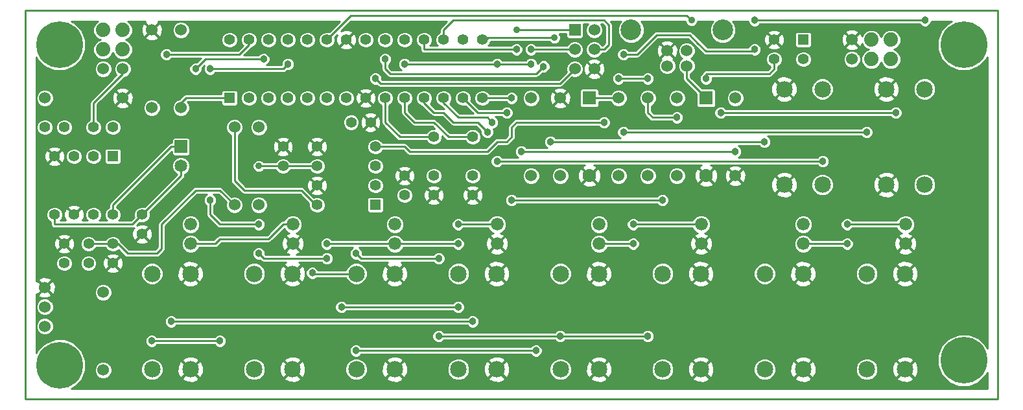
<source format=gbl>
G04 (created by PCBNEW-RS274X (2011-nov-30)-testing) date Tue 03 Jul 2012 11:25:59 AM EDT*
%MOIN*%
G04 Gerber Fmt 3.4, Leading zero omitted, Abs format*
%FSLAX34Y34*%
G01*
G70*
G90*
G04 APERTURE LIST*
%ADD10C,0.0001*%
%ADD11C,0.01*%
%ADD12C,0.06*%
%ADD13C,0.074*%
%ADD14C,0.1063*%
%ADD15R,0.055X0.055*%
%ADD16C,0.055*%
%ADD17R,0.06X0.06*%
%ADD18C,0.066*%
%ADD19C,0.056*%
%ADD20C,0.07*%
%ADD21R,0.07X0.07*%
%ADD22R,0.065X0.065*%
%ADD23C,0.065*%
%ADD24C,0.24*%
%ADD25C,0.085*%
%ADD26C,0.038*%
%ADD27C,0.035*%
G04 APERTURE END LIST*
G54D10*
G54D11*
X50000Y20000D02*
X0Y20000D01*
X50000Y0D02*
X50000Y20000D01*
X0Y0D02*
X50000Y0D01*
X0Y20000D02*
X0Y0D01*
G54D12*
X5000Y17000D03*
X4000Y17000D03*
G54D13*
X5000Y18000D03*
X4000Y18000D03*
X5000Y19000D03*
X4000Y19000D03*
G54D12*
X33000Y17150D03*
X34000Y17150D03*
X34000Y17937D03*
X33000Y17937D03*
G54D14*
X31138Y19000D03*
X35862Y19000D03*
G54D12*
X1000Y3750D03*
X1000Y4750D03*
X1000Y5750D03*
G54D15*
X40000Y18500D03*
G54D16*
X40000Y17500D03*
G54D12*
X26000Y15500D03*
X26000Y11500D03*
X27500Y11500D03*
X27500Y15500D03*
X36500Y15500D03*
X36500Y11500D03*
X33500Y15500D03*
X33500Y11500D03*
X12000Y10000D03*
X12000Y14000D03*
X10750Y10000D03*
X10750Y14000D03*
X8000Y19000D03*
X8000Y15000D03*
X1000Y15500D03*
X5000Y15500D03*
X6500Y15000D03*
X6500Y19000D03*
X32000Y11500D03*
X32000Y15500D03*
X30500Y11500D03*
X30500Y15500D03*
G54D17*
X28250Y19000D03*
G54D12*
X29250Y19000D03*
X28250Y18000D03*
X29250Y18000D03*
X28250Y17000D03*
X29250Y17000D03*
G54D18*
X40000Y9000D03*
X40000Y8000D03*
X29500Y9000D03*
X29500Y8000D03*
X19000Y9000D03*
X19000Y8000D03*
X8500Y9000D03*
X8500Y8000D03*
X13750Y9000D03*
X13750Y8000D03*
X24250Y9000D03*
X24250Y8000D03*
X34750Y9000D03*
X34750Y8000D03*
X45250Y9000D03*
X45250Y8000D03*
G54D19*
X21000Y13500D03*
X23000Y13500D03*
G54D15*
X18000Y10000D03*
G54D16*
X18000Y11000D03*
X18000Y12000D03*
X18000Y13000D03*
X15000Y13000D03*
X15000Y12000D03*
X15000Y11000D03*
X15000Y10000D03*
G54D15*
X4500Y12500D03*
G54D16*
X3500Y12500D03*
X2500Y12500D03*
X1500Y12500D03*
X1500Y9500D03*
X2500Y9500D03*
X3500Y9500D03*
X4500Y9500D03*
X11500Y15500D03*
X12500Y15500D03*
X13500Y15500D03*
X14500Y15500D03*
X15500Y15500D03*
X16500Y15500D03*
X17500Y15500D03*
X18500Y15500D03*
X19500Y15500D03*
X20500Y15500D03*
X21500Y15500D03*
X22500Y15500D03*
X23500Y15500D03*
G54D15*
X10500Y15500D03*
G54D16*
X23500Y18500D03*
X22500Y18500D03*
X21500Y18500D03*
X20500Y18500D03*
X19500Y18500D03*
X18500Y18500D03*
X17500Y18500D03*
X16500Y18500D03*
X15500Y18500D03*
X14500Y18500D03*
X13500Y18500D03*
X12500Y18500D03*
X11500Y18500D03*
X10500Y18500D03*
G54D20*
X35000Y11500D03*
G54D21*
X35000Y15500D03*
G54D20*
X29000Y11500D03*
G54D21*
X29000Y15500D03*
G54D16*
X6000Y9500D03*
X6000Y8500D03*
X4500Y8000D03*
X4500Y7000D03*
X23000Y11500D03*
X23000Y10500D03*
X21000Y11500D03*
X21000Y10500D03*
X2000Y8000D03*
X2000Y7000D03*
X2000Y14000D03*
X1000Y14000D03*
X16750Y14250D03*
X17750Y14250D03*
X3250Y7000D03*
X3250Y8000D03*
X3500Y14000D03*
X4500Y14000D03*
X19500Y11500D03*
X19500Y10500D03*
X38500Y18500D03*
X38500Y17500D03*
X13250Y13000D03*
X13250Y12000D03*
G54D12*
X4000Y1500D03*
X4000Y5500D03*
G54D22*
X8000Y13000D03*
G54D23*
X8000Y12000D03*
G54D24*
X1750Y18250D03*
X48250Y18250D03*
X1750Y1750D03*
X48250Y2000D03*
G54D12*
X42500Y17500D03*
X42500Y18500D03*
G54D13*
X43500Y17500D03*
X43500Y18500D03*
X44500Y17500D03*
X44500Y18500D03*
G54D25*
X6516Y1540D03*
X6516Y6460D03*
X8484Y1540D03*
X8484Y6460D03*
X11766Y1540D03*
X11766Y6460D03*
X13734Y1540D03*
X13734Y6460D03*
X17016Y1540D03*
X17016Y6460D03*
X18984Y1540D03*
X18984Y6460D03*
X22266Y1540D03*
X22266Y6460D03*
X24234Y1540D03*
X24234Y6460D03*
X27516Y1540D03*
X27516Y6460D03*
X29484Y1540D03*
X29484Y6460D03*
X32766Y1540D03*
X32766Y6460D03*
X34734Y1540D03*
X34734Y6460D03*
X38016Y1540D03*
X38016Y6460D03*
X39984Y1540D03*
X39984Y6460D03*
X43266Y1540D03*
X43266Y6460D03*
X45234Y1540D03*
X45234Y6460D03*
X40984Y15960D03*
X40984Y11040D03*
X39016Y15960D03*
X39016Y11040D03*
X46234Y15960D03*
X46234Y11040D03*
X44266Y15960D03*
X44266Y11040D03*
G54D26*
X6500Y3000D03*
X10000Y3000D03*
X14750Y6500D03*
X26250Y2500D03*
X17000Y2500D03*
X16250Y4750D03*
X22250Y4750D03*
X32000Y3250D03*
X21250Y7250D03*
X17000Y7500D03*
X27500Y3250D03*
X21250Y3250D03*
X32750Y10250D03*
X23750Y13750D03*
X25000Y10250D03*
X27000Y13250D03*
X38000Y13250D03*
X25000Y15500D03*
X30750Y13750D03*
X43250Y13750D03*
G54D27*
X27200Y18600D03*
G54D26*
X7250Y17750D03*
X41000Y12250D03*
X24250Y12250D03*
X23000Y4000D03*
X7500Y4000D03*
X30750Y17750D03*
X37500Y18000D03*
X37500Y19500D03*
X46250Y19500D03*
X30500Y16500D03*
X32000Y16500D03*
X33500Y14500D03*
X42250Y9000D03*
X42250Y8000D03*
X44750Y14750D03*
X35750Y14750D03*
G54D27*
X34250Y19500D03*
G54D26*
X26647Y17129D03*
X31250Y8000D03*
X31250Y9000D03*
X18500Y17500D03*
X22250Y9000D03*
X22250Y8000D03*
X9500Y17000D03*
X13500Y17250D03*
X9500Y10250D03*
X12000Y9000D03*
X12000Y7500D03*
X15500Y7250D03*
X15500Y8000D03*
X8750Y17000D03*
X12250Y17500D03*
G54D27*
X25250Y19000D03*
G54D26*
X25250Y18000D03*
X29750Y14250D03*
X18000Y16500D03*
X24250Y17250D03*
X26000Y18000D03*
X26000Y17250D03*
X19500Y17250D03*
X24750Y14750D03*
X36500Y12750D03*
X25500Y12750D03*
X24000Y14250D03*
G54D27*
X38500Y17500D03*
G54D26*
X35000Y16500D03*
G54D27*
X12000Y12000D03*
G54D11*
X10000Y3000D02*
X6500Y3000D01*
X14790Y6460D02*
X17016Y6460D01*
X14750Y6500D02*
X14790Y6460D01*
X25750Y2500D02*
X26250Y2500D01*
X25750Y2500D02*
X17000Y2500D01*
X22250Y4750D02*
X20500Y4750D01*
X20500Y4750D02*
X16250Y4750D01*
X27500Y3250D02*
X32000Y3250D01*
X17250Y7250D02*
X21250Y7250D01*
X17000Y7500D02*
X17250Y7250D01*
X27500Y3250D02*
X27000Y3250D01*
X21250Y3250D02*
X27000Y3250D01*
X20500Y15500D02*
X20500Y15250D01*
X20500Y15250D02*
X21000Y14750D01*
X22000Y14250D02*
X23250Y14250D01*
X21500Y14750D02*
X22000Y14250D01*
X21000Y14750D02*
X21500Y14750D01*
X23250Y14250D02*
X23750Y13750D01*
X23250Y14250D02*
X23750Y13750D01*
X32750Y10250D02*
X32250Y10250D01*
X25000Y10250D02*
X32250Y10250D01*
X23250Y14250D02*
X23750Y13750D01*
X27000Y13250D02*
X38000Y13250D01*
X23500Y15500D02*
X25000Y15500D01*
X43250Y13750D02*
X30750Y13750D01*
X23800Y18600D02*
X27200Y18600D01*
X23500Y18500D02*
X23700Y18500D01*
X23700Y18500D02*
X23800Y18600D01*
X7250Y17750D02*
X10750Y17750D01*
X11500Y18250D02*
X11500Y18500D01*
X10750Y17750D02*
X11000Y17750D01*
X11000Y17750D02*
X11500Y18250D01*
X40750Y12250D02*
X41000Y12250D01*
X24250Y12250D02*
X40750Y12250D01*
X23000Y4000D02*
X7500Y4000D01*
X44500Y19500D02*
X46250Y19500D01*
X39500Y19500D02*
X44500Y19500D01*
X31450Y17750D02*
X32450Y18750D01*
X32450Y18750D02*
X34150Y18750D01*
X34150Y18750D02*
X34575Y18325D01*
X30750Y17750D02*
X31450Y17750D01*
X35000Y17900D02*
X35750Y17900D01*
X34575Y18325D02*
X35000Y17900D01*
X37400Y17900D02*
X37500Y18000D01*
X37500Y19500D02*
X39500Y19500D01*
X35750Y17900D02*
X37400Y17900D01*
X30500Y16500D02*
X30750Y16500D01*
X30750Y16500D02*
X32000Y16500D01*
X30500Y15500D02*
X29000Y15500D01*
X32000Y15500D02*
X32000Y14750D01*
X32250Y14500D02*
X33500Y14500D01*
X32000Y14750D02*
X32250Y14500D01*
X34000Y17150D02*
X34000Y16500D01*
X34000Y16500D02*
X35000Y15500D01*
X40000Y8000D02*
X42250Y8000D01*
X42250Y9000D02*
X45250Y9000D01*
X38750Y14750D02*
X43750Y14750D01*
X44750Y14750D02*
X43750Y14750D01*
X32000Y19746D02*
X16746Y19746D01*
X32000Y19746D02*
X32350Y19746D01*
X32350Y19746D02*
X33754Y19746D01*
X16746Y19746D02*
X15500Y18500D01*
X38750Y14750D02*
X35750Y14750D01*
X34250Y19500D02*
X34000Y19750D01*
X34000Y19750D02*
X33758Y19750D01*
X33758Y19750D02*
X33754Y19746D01*
X18750Y16750D02*
X26268Y16750D01*
X26268Y16750D02*
X26647Y17129D01*
X29500Y8000D02*
X31250Y8000D01*
X31250Y9000D02*
X34750Y9000D01*
X18500Y17500D02*
X18500Y17000D01*
X18500Y17000D02*
X18750Y16750D01*
X18500Y17000D02*
X18750Y16750D01*
X14500Y18509D02*
X14500Y18500D01*
X14478Y18531D02*
X14500Y18509D01*
X14677Y18414D02*
X14619Y18472D01*
X19000Y8000D02*
X22250Y8000D01*
X22250Y9000D02*
X24250Y9000D01*
X19000Y8000D02*
X15500Y8000D01*
X9500Y17000D02*
X12250Y17000D01*
X13250Y17000D02*
X13500Y17250D01*
X12250Y17000D02*
X13250Y17000D01*
X9500Y9500D02*
X9500Y10250D01*
X10000Y9000D02*
X9500Y9500D01*
X12000Y9000D02*
X10000Y9000D01*
X12250Y7250D02*
X12000Y7500D01*
X15500Y7250D02*
X12250Y7250D01*
X8500Y8000D02*
X9750Y8000D01*
X13250Y9000D02*
X13750Y9000D01*
X12500Y8250D02*
X13250Y9000D01*
X10000Y8250D02*
X12500Y8250D01*
X9750Y8000D02*
X10000Y8250D01*
X9250Y17500D02*
X12250Y17500D01*
X8750Y17000D02*
X9250Y17500D01*
X20500Y18500D02*
X20500Y18000D01*
X25250Y19000D02*
X28250Y19000D01*
X20500Y18000D02*
X25250Y18000D01*
X23500Y12750D02*
X23750Y12750D01*
X24750Y13250D02*
X25000Y13500D01*
X24250Y13250D02*
X24750Y13250D01*
X23750Y12750D02*
X24250Y13250D01*
X23000Y12750D02*
X23500Y12750D01*
X25250Y14250D02*
X29750Y14250D01*
X25000Y14000D02*
X25250Y14250D01*
X25000Y13500D02*
X25000Y14000D01*
X18000Y13000D02*
X19500Y13000D01*
X19500Y13000D02*
X19750Y12750D01*
X23000Y12750D02*
X19750Y12750D01*
X29750Y18000D02*
X29250Y18000D01*
X30000Y18250D02*
X29750Y18000D01*
X30000Y19250D02*
X30000Y18250D01*
X29750Y19500D02*
X30000Y19250D01*
X22000Y19500D02*
X29750Y19500D01*
X21500Y19000D02*
X22000Y19500D01*
X21500Y18500D02*
X21500Y19000D01*
X8000Y15000D02*
X8000Y15250D01*
X8250Y15500D02*
X8750Y15500D01*
X8000Y15250D02*
X8250Y15500D01*
X18000Y16500D02*
X18250Y16250D01*
X20250Y16250D02*
X18250Y16250D01*
X27500Y16250D02*
X28250Y17000D01*
X20250Y16250D02*
X27500Y16250D01*
X8750Y15500D02*
X10500Y15500D01*
X24250Y17250D02*
X26000Y17250D01*
X26000Y18000D02*
X28250Y18000D01*
X19500Y17250D02*
X24250Y17250D01*
X18500Y15500D02*
X18500Y14250D01*
X18500Y14250D02*
X19250Y13500D01*
X19250Y13500D02*
X21000Y13500D01*
X19500Y15500D02*
X19500Y14750D01*
X21750Y13500D02*
X23000Y13500D01*
X21000Y14250D02*
X21750Y13500D01*
X20000Y14250D02*
X21000Y14250D01*
X19500Y14750D02*
X20000Y14250D01*
X22500Y15500D02*
X23250Y14750D01*
X23250Y14750D02*
X24750Y14750D01*
X25500Y12750D02*
X36500Y12750D01*
X23750Y14500D02*
X24000Y14250D01*
X22250Y14500D02*
X23750Y14500D01*
X21500Y15250D02*
X22250Y14500D01*
X21500Y15500D02*
X21500Y15250D01*
X38500Y17500D02*
X38500Y17000D01*
X38250Y16750D02*
X38000Y16750D01*
X38500Y17000D02*
X38250Y16750D01*
X35000Y16500D02*
X35000Y16750D01*
X35000Y16750D02*
X38000Y16750D01*
X3500Y15250D02*
X3500Y14000D01*
X5000Y16750D02*
X3500Y15250D01*
X5000Y17000D02*
X5000Y16750D01*
X13250Y12000D02*
X12000Y12000D01*
X15000Y12000D02*
X13250Y12000D01*
X13750Y10750D02*
X14202Y10750D01*
X15000Y9952D02*
X15000Y10000D01*
X14202Y10750D02*
X15000Y9952D01*
X10750Y14000D02*
X10750Y11250D01*
X11250Y10750D02*
X13750Y10750D01*
X10750Y11250D02*
X11250Y10750D01*
X6000Y9500D02*
X8000Y11500D01*
X8000Y11500D02*
X8000Y12000D01*
X5500Y9000D02*
X6000Y9500D01*
X1500Y9500D02*
X1500Y9000D01*
X1500Y9000D02*
X5500Y9000D01*
X4500Y9500D02*
X4500Y10000D01*
X4500Y10000D02*
X7500Y13000D01*
X7500Y13000D02*
X8000Y13000D01*
X4500Y8000D02*
X4750Y8000D01*
X8750Y10750D02*
X9250Y10750D01*
X7000Y9000D02*
X8750Y10750D01*
X7000Y7750D02*
X7000Y9000D01*
X6750Y7500D02*
X7000Y7750D01*
X5250Y7500D02*
X6750Y7500D01*
X4750Y8000D02*
X5250Y7500D01*
X10750Y10000D02*
X10000Y10750D01*
X10000Y10750D02*
X9250Y10750D01*
X3250Y8000D02*
X4500Y8000D01*
G54D10*
G36*
X49450Y550D02*
X46809Y550D01*
X46809Y10925D01*
X46809Y11154D01*
X46809Y15845D01*
X46809Y16074D01*
X46722Y16285D01*
X46560Y16447D01*
X46349Y16535D01*
X46120Y16535D01*
X45909Y16448D01*
X45747Y16286D01*
X45659Y16075D01*
X45659Y15846D01*
X45746Y15635D01*
X45908Y15473D01*
X46119Y15385D01*
X46348Y15385D01*
X46559Y15472D01*
X46721Y15634D01*
X46809Y15845D01*
X46809Y11154D01*
X46722Y11365D01*
X46560Y11527D01*
X46349Y11615D01*
X46120Y11615D01*
X45909Y11528D01*
X45747Y11366D01*
X45659Y11155D01*
X45659Y10926D01*
X45746Y10715D01*
X45908Y10553D01*
X46119Y10465D01*
X46348Y10465D01*
X46559Y10552D01*
X46721Y10714D01*
X46809Y10925D01*
X46809Y550D01*
X45911Y550D01*
X45911Y1657D01*
X45911Y6577D01*
X45831Y6786D01*
X45831Y8102D01*
X45748Y8317D01*
X45733Y8339D01*
X45730Y8340D01*
X45730Y8904D01*
X45730Y9095D01*
X45657Y9271D01*
X45522Y9407D01*
X45346Y9480D01*
X45155Y9480D01*
X45089Y9453D01*
X45089Y14682D01*
X45089Y14817D01*
X45038Y14942D01*
X45020Y14960D01*
X45020Y17396D01*
X45020Y17603D01*
X44941Y17794D01*
X44795Y17941D01*
X44651Y18001D01*
X44794Y18059D01*
X44941Y18205D01*
X45020Y18396D01*
X45020Y18603D01*
X44941Y18794D01*
X44795Y18941D01*
X44604Y19020D01*
X44397Y19020D01*
X44206Y18941D01*
X44059Y18795D01*
X43999Y18652D01*
X43941Y18794D01*
X43795Y18941D01*
X43604Y19020D01*
X43397Y19020D01*
X43206Y18941D01*
X43059Y18795D01*
X43015Y18690D01*
X42972Y18801D01*
X42958Y18821D01*
X42859Y18844D01*
X42844Y18830D01*
X42844Y18859D01*
X42821Y18958D01*
X42622Y19046D01*
X42403Y19051D01*
X42199Y18972D01*
X42179Y18958D01*
X42156Y18859D01*
X42500Y18514D01*
X42844Y18859D01*
X42844Y18830D01*
X42514Y18500D01*
X42859Y18156D01*
X42958Y18179D01*
X43015Y18311D01*
X43059Y18206D01*
X43205Y18059D01*
X43348Y18000D01*
X43206Y17941D01*
X43059Y17795D01*
X42980Y17604D01*
X42980Y17397D01*
X43059Y17206D01*
X43205Y17059D01*
X43396Y16980D01*
X43603Y16980D01*
X43794Y17059D01*
X43941Y17205D01*
X44000Y17349D01*
X44059Y17206D01*
X44205Y17059D01*
X44396Y16980D01*
X44603Y16980D01*
X44794Y17059D01*
X44941Y17205D01*
X45020Y17396D01*
X45020Y14960D01*
X44943Y15037D01*
X44943Y16077D01*
X44847Y16327D01*
X44827Y16356D01*
X44715Y16395D01*
X44701Y16381D01*
X44701Y16409D01*
X44662Y16521D01*
X44417Y16630D01*
X44149Y16637D01*
X43899Y16541D01*
X43870Y16521D01*
X43831Y16409D01*
X44266Y15974D01*
X44701Y16409D01*
X44701Y16381D01*
X44280Y15960D01*
X44715Y15525D01*
X44827Y15564D01*
X44936Y15809D01*
X44943Y16077D01*
X44943Y15037D01*
X44942Y15037D01*
X44818Y15089D01*
X44701Y15089D01*
X44701Y15511D01*
X44266Y15946D01*
X44252Y15932D01*
X44252Y15960D01*
X43817Y16395D01*
X43705Y16356D01*
X43596Y16111D01*
X43589Y15843D01*
X43685Y15593D01*
X43705Y15564D01*
X43817Y15525D01*
X44252Y15960D01*
X44252Y15932D01*
X43831Y15511D01*
X43870Y15399D01*
X44115Y15290D01*
X44383Y15283D01*
X44633Y15379D01*
X44662Y15399D01*
X44701Y15511D01*
X44701Y15089D01*
X44683Y15089D01*
X44558Y15038D01*
X44470Y14950D01*
X43750Y14950D01*
X42949Y14950D01*
X42949Y17410D01*
X42949Y17589D01*
X42881Y17754D01*
X42844Y17791D01*
X42844Y18141D01*
X42500Y18486D01*
X42486Y18472D01*
X42486Y18500D01*
X42141Y18844D01*
X42042Y18821D01*
X41954Y18622D01*
X41949Y18403D01*
X42028Y18199D01*
X42042Y18179D01*
X42141Y18156D01*
X42486Y18500D01*
X42486Y18472D01*
X42156Y18141D01*
X42179Y18042D01*
X42378Y17954D01*
X42597Y17949D01*
X42801Y18028D01*
X42821Y18042D01*
X42844Y18141D01*
X42844Y17791D01*
X42755Y17880D01*
X42590Y17949D01*
X42411Y17949D01*
X42246Y17881D01*
X42120Y17755D01*
X42051Y17590D01*
X42051Y17411D01*
X42119Y17246D01*
X42245Y17120D01*
X42410Y17051D01*
X42589Y17051D01*
X42754Y17119D01*
X42880Y17245D01*
X42949Y17410D01*
X42949Y14950D01*
X41559Y14950D01*
X41559Y15845D01*
X41559Y16074D01*
X41472Y16285D01*
X41310Y16447D01*
X41099Y16535D01*
X40870Y16535D01*
X40659Y16448D01*
X40497Y16286D01*
X40425Y16114D01*
X40425Y17415D01*
X40425Y17584D01*
X40424Y17587D01*
X40424Y18196D01*
X40424Y18255D01*
X40424Y18805D01*
X40401Y18860D01*
X40359Y18902D01*
X40304Y18924D01*
X40245Y18924D01*
X39695Y18924D01*
X39640Y18901D01*
X39598Y18859D01*
X39576Y18804D01*
X39576Y18745D01*
X39576Y18195D01*
X39599Y18140D01*
X39641Y18098D01*
X39696Y18076D01*
X39755Y18076D01*
X40305Y18076D01*
X40360Y18099D01*
X40402Y18141D01*
X40424Y18196D01*
X40424Y17587D01*
X40361Y17740D01*
X40241Y17860D01*
X40085Y17925D01*
X39916Y17925D01*
X39760Y17861D01*
X39640Y17741D01*
X39575Y17585D01*
X39575Y17416D01*
X39639Y17260D01*
X39759Y17140D01*
X39915Y17075D01*
X40084Y17075D01*
X40240Y17139D01*
X40360Y17259D01*
X40425Y17415D01*
X40425Y16114D01*
X40409Y16075D01*
X40409Y15846D01*
X40496Y15635D01*
X40658Y15473D01*
X40869Y15385D01*
X41098Y15385D01*
X41309Y15472D01*
X41471Y15634D01*
X41559Y15845D01*
X41559Y14950D01*
X39693Y14950D01*
X39693Y16077D01*
X39597Y16327D01*
X39577Y16356D01*
X39465Y16395D01*
X39451Y16381D01*
X39451Y16409D01*
X39412Y16521D01*
X39167Y16630D01*
X39025Y16634D01*
X39025Y18593D01*
X38950Y18787D01*
X38938Y18806D01*
X38841Y18827D01*
X38827Y18813D01*
X38827Y18841D01*
X38806Y18938D01*
X38615Y19021D01*
X38407Y19025D01*
X38213Y18950D01*
X38194Y18938D01*
X38173Y18841D01*
X38500Y18514D01*
X38827Y18841D01*
X38827Y18813D01*
X38514Y18500D01*
X38841Y18173D01*
X38938Y18194D01*
X39021Y18385D01*
X39025Y18593D01*
X39025Y16634D01*
X38925Y16637D01*
X38925Y17415D01*
X38925Y17584D01*
X38861Y17740D01*
X38827Y17774D01*
X38827Y18159D01*
X38500Y18486D01*
X38486Y18472D01*
X38486Y18500D01*
X38159Y18827D01*
X38062Y18806D01*
X37979Y18615D01*
X37975Y18407D01*
X38050Y18213D01*
X38062Y18194D01*
X38159Y18173D01*
X38486Y18500D01*
X38486Y18472D01*
X38173Y18159D01*
X38194Y18062D01*
X38385Y17979D01*
X38593Y17975D01*
X38787Y18050D01*
X38806Y18062D01*
X38827Y18159D01*
X38827Y17774D01*
X38741Y17860D01*
X38585Y17925D01*
X38416Y17925D01*
X38260Y17861D01*
X38140Y17741D01*
X38075Y17585D01*
X38075Y17416D01*
X38139Y17260D01*
X38259Y17140D01*
X38300Y17123D01*
X38300Y17083D01*
X38167Y16950D01*
X38000Y16950D01*
X37839Y16950D01*
X37839Y17932D01*
X37839Y18067D01*
X37788Y18192D01*
X37692Y18287D01*
X37568Y18339D01*
X37433Y18339D01*
X37308Y18288D01*
X37213Y18192D01*
X37174Y18100D01*
X35750Y18100D01*
X35082Y18100D01*
X34716Y18466D01*
X34291Y18891D01*
X34227Y18935D01*
X34150Y18950D01*
X32450Y18950D01*
X32373Y18935D01*
X32308Y18891D01*
X31367Y17950D01*
X31029Y17950D01*
X30942Y18037D01*
X30818Y18089D01*
X30683Y18089D01*
X30558Y18038D01*
X30463Y17942D01*
X30411Y17818D01*
X30411Y17683D01*
X30462Y17558D01*
X30558Y17463D01*
X30682Y17411D01*
X30817Y17411D01*
X30942Y17462D01*
X31029Y17550D01*
X31450Y17550D01*
X31450Y17551D01*
X31526Y17565D01*
X31527Y17565D01*
X31591Y17609D01*
X32532Y18550D01*
X34068Y18550D01*
X34434Y18184D01*
X34859Y17759D01*
X34923Y17715D01*
X34924Y17715D01*
X35000Y17700D01*
X35750Y17700D01*
X37339Y17700D01*
X37432Y17661D01*
X37567Y17661D01*
X37692Y17712D01*
X37787Y17808D01*
X37839Y17932D01*
X37839Y16950D01*
X35000Y16950D01*
X34923Y16935D01*
X34859Y16891D01*
X34815Y16827D01*
X34807Y16788D01*
X34713Y16692D01*
X34661Y16568D01*
X34661Y16433D01*
X34712Y16308D01*
X34808Y16213D01*
X34932Y16161D01*
X35067Y16161D01*
X35192Y16212D01*
X35287Y16308D01*
X35339Y16432D01*
X35339Y16550D01*
X38000Y16550D01*
X38250Y16550D01*
X38250Y16551D01*
X38326Y16565D01*
X38327Y16565D01*
X38391Y16609D01*
X38641Y16858D01*
X38641Y16859D01*
X38685Y16923D01*
X38699Y17000D01*
X38700Y17000D01*
X38700Y17123D01*
X38740Y17139D01*
X38860Y17259D01*
X38925Y17415D01*
X38925Y16637D01*
X38899Y16637D01*
X38649Y16541D01*
X38620Y16521D01*
X38581Y16409D01*
X39016Y15974D01*
X39451Y16409D01*
X39451Y16381D01*
X39030Y15960D01*
X39465Y15525D01*
X39577Y15564D01*
X39686Y15809D01*
X39693Y16077D01*
X39693Y14950D01*
X39451Y14950D01*
X39451Y15511D01*
X39016Y15946D01*
X39002Y15932D01*
X39002Y15960D01*
X38567Y16395D01*
X38455Y16356D01*
X38346Y16111D01*
X38339Y15843D01*
X38435Y15593D01*
X38455Y15564D01*
X38567Y15525D01*
X39002Y15960D01*
X39002Y15932D01*
X38581Y15511D01*
X38620Y15399D01*
X38865Y15290D01*
X39133Y15283D01*
X39383Y15379D01*
X39412Y15399D01*
X39451Y15511D01*
X39451Y14950D01*
X38750Y14950D01*
X36949Y14950D01*
X36949Y15410D01*
X36949Y15589D01*
X36881Y15754D01*
X36755Y15880D01*
X36590Y15949D01*
X36411Y15949D01*
X36246Y15881D01*
X36120Y15755D01*
X36051Y15590D01*
X36051Y15411D01*
X36119Y15246D01*
X36245Y15120D01*
X36410Y15051D01*
X36589Y15051D01*
X36754Y15119D01*
X36880Y15245D01*
X36949Y15410D01*
X36949Y14950D01*
X36029Y14950D01*
X35942Y15037D01*
X35818Y15089D01*
X35683Y15089D01*
X35558Y15038D01*
X35499Y14979D01*
X35499Y15121D01*
X35499Y15180D01*
X35499Y15880D01*
X35476Y15935D01*
X35434Y15977D01*
X35379Y15999D01*
X35320Y15999D01*
X34783Y15999D01*
X34200Y16583D01*
X34200Y16747D01*
X34254Y16769D01*
X34380Y16895D01*
X34449Y17060D01*
X34449Y17239D01*
X34381Y17404D01*
X34255Y17530D01*
X34223Y17544D01*
X34254Y17556D01*
X34380Y17682D01*
X34449Y17847D01*
X34449Y18026D01*
X34381Y18191D01*
X34255Y18317D01*
X34090Y18386D01*
X33911Y18386D01*
X33746Y18318D01*
X33620Y18192D01*
X33551Y18027D01*
X33551Y18034D01*
X33472Y18238D01*
X33458Y18258D01*
X33359Y18281D01*
X33344Y18267D01*
X33344Y18296D01*
X33321Y18395D01*
X33122Y18483D01*
X32903Y18488D01*
X32699Y18409D01*
X32679Y18395D01*
X32656Y18296D01*
X33000Y17951D01*
X33344Y18296D01*
X33344Y18267D01*
X33014Y17937D01*
X33359Y17593D01*
X33458Y17616D01*
X33546Y17815D01*
X33551Y18034D01*
X33551Y18027D01*
X33551Y17848D01*
X33619Y17683D01*
X33745Y17557D01*
X33776Y17544D01*
X33746Y17531D01*
X33620Y17405D01*
X33551Y17240D01*
X33551Y17061D01*
X33619Y16896D01*
X33745Y16770D01*
X33800Y16747D01*
X33800Y16500D01*
X33815Y16423D01*
X33859Y16359D01*
X34501Y15717D01*
X34501Y15120D01*
X34524Y15065D01*
X34566Y15023D01*
X34621Y15001D01*
X34680Y15001D01*
X35380Y15001D01*
X35435Y15024D01*
X35477Y15066D01*
X35499Y15121D01*
X35499Y14979D01*
X35463Y14942D01*
X35411Y14818D01*
X35411Y14683D01*
X35462Y14558D01*
X35558Y14463D01*
X35682Y14411D01*
X35817Y14411D01*
X35942Y14462D01*
X36029Y14550D01*
X38750Y14550D01*
X43750Y14550D01*
X44470Y14550D01*
X44558Y14463D01*
X44682Y14411D01*
X44817Y14411D01*
X44942Y14462D01*
X45037Y14558D01*
X45089Y14682D01*
X45089Y9453D01*
X44979Y9407D01*
X44943Y9372D01*
X44943Y11157D01*
X44847Y11407D01*
X44827Y11436D01*
X44715Y11475D01*
X44701Y11461D01*
X44701Y11489D01*
X44662Y11601D01*
X44417Y11710D01*
X44149Y11717D01*
X43899Y11621D01*
X43870Y11601D01*
X43831Y11489D01*
X44266Y11054D01*
X44701Y11489D01*
X44701Y11461D01*
X44280Y11040D01*
X44715Y10605D01*
X44827Y10644D01*
X44936Y10889D01*
X44943Y11157D01*
X44943Y9372D01*
X44843Y9272D01*
X44813Y9200D01*
X44701Y9200D01*
X44701Y10591D01*
X44266Y11026D01*
X44252Y11012D01*
X44252Y11040D01*
X43817Y11475D01*
X43705Y11436D01*
X43596Y11191D01*
X43589Y10923D01*
X43589Y13682D01*
X43589Y13817D01*
X43538Y13942D01*
X43442Y14037D01*
X43318Y14089D01*
X43183Y14089D01*
X43058Y14038D01*
X42970Y13950D01*
X33949Y13950D01*
X33949Y15410D01*
X33949Y15589D01*
X33881Y15754D01*
X33755Y15880D01*
X33590Y15949D01*
X33449Y15949D01*
X33449Y17060D01*
X33449Y17239D01*
X33381Y17404D01*
X33312Y17473D01*
X33321Y17479D01*
X33344Y17578D01*
X33000Y17923D01*
X32986Y17909D01*
X32986Y17937D01*
X32641Y18281D01*
X32542Y18258D01*
X32454Y18059D01*
X32449Y17840D01*
X32528Y17636D01*
X32542Y17616D01*
X32641Y17593D01*
X32986Y17937D01*
X32986Y17909D01*
X32656Y17578D01*
X32679Y17479D01*
X32689Y17475D01*
X32620Y17405D01*
X32551Y17240D01*
X32551Y17061D01*
X32619Y16896D01*
X32745Y16770D01*
X32910Y16701D01*
X33089Y16701D01*
X33254Y16769D01*
X33380Y16895D01*
X33449Y17060D01*
X33449Y15949D01*
X33411Y15949D01*
X33246Y15881D01*
X33120Y15755D01*
X33051Y15590D01*
X33051Y15411D01*
X33119Y15246D01*
X33245Y15120D01*
X33410Y15051D01*
X33589Y15051D01*
X33754Y15119D01*
X33880Y15245D01*
X33949Y15410D01*
X33949Y13950D01*
X33839Y13950D01*
X33839Y14432D01*
X33839Y14567D01*
X33788Y14692D01*
X33692Y14787D01*
X33568Y14839D01*
X33433Y14839D01*
X33308Y14788D01*
X33220Y14700D01*
X32332Y14700D01*
X32200Y14833D01*
X32200Y15097D01*
X32254Y15119D01*
X32380Y15245D01*
X32449Y15410D01*
X32449Y15589D01*
X32381Y15754D01*
X32339Y15796D01*
X32339Y16432D01*
X32339Y16567D01*
X32288Y16692D01*
X32192Y16787D01*
X32068Y16839D01*
X31933Y16839D01*
X31808Y16788D01*
X31720Y16700D01*
X30779Y16700D01*
X30692Y16787D01*
X30568Y16839D01*
X30433Y16839D01*
X30308Y16788D01*
X30213Y16692D01*
X30161Y16568D01*
X30161Y16433D01*
X30212Y16308D01*
X30308Y16213D01*
X30432Y16161D01*
X30567Y16161D01*
X30692Y16212D01*
X30779Y16300D01*
X31720Y16300D01*
X31808Y16213D01*
X31932Y16161D01*
X32067Y16161D01*
X32192Y16212D01*
X32287Y16308D01*
X32339Y16432D01*
X32339Y15796D01*
X32255Y15880D01*
X32090Y15949D01*
X31911Y15949D01*
X31746Y15881D01*
X31620Y15755D01*
X31551Y15590D01*
X31551Y15411D01*
X31619Y15246D01*
X31745Y15120D01*
X31800Y15097D01*
X31800Y14750D01*
X31815Y14673D01*
X31859Y14609D01*
X32108Y14359D01*
X32109Y14359D01*
X32173Y14315D01*
X32250Y14300D01*
X33220Y14300D01*
X33308Y14213D01*
X33432Y14161D01*
X33567Y14161D01*
X33692Y14212D01*
X33787Y14308D01*
X33839Y14432D01*
X33839Y13950D01*
X31029Y13950D01*
X30949Y14030D01*
X30949Y15410D01*
X30949Y15589D01*
X30881Y15754D01*
X30755Y15880D01*
X30590Y15949D01*
X30411Y15949D01*
X30246Y15881D01*
X30120Y15755D01*
X30097Y15700D01*
X29801Y15700D01*
X29801Y17097D01*
X29722Y17301D01*
X29708Y17321D01*
X29609Y17344D01*
X29264Y17000D01*
X29609Y16656D01*
X29708Y16679D01*
X29796Y16878D01*
X29801Y17097D01*
X29801Y15700D01*
X29594Y15700D01*
X29594Y16641D01*
X29250Y16986D01*
X29236Y16972D01*
X29236Y17000D01*
X28891Y17344D01*
X28792Y17321D01*
X28704Y17122D01*
X28699Y16910D01*
X28699Y17089D01*
X28699Y17910D01*
X28699Y18089D01*
X28631Y18254D01*
X28505Y18380D01*
X28340Y18449D01*
X28161Y18449D01*
X27996Y18381D01*
X27870Y18255D01*
X27847Y18200D01*
X26279Y18200D01*
X26192Y18287D01*
X26068Y18339D01*
X25933Y18339D01*
X25808Y18288D01*
X25713Y18192D01*
X25661Y18068D01*
X25661Y17933D01*
X25712Y17808D01*
X25808Y17713D01*
X25932Y17661D01*
X26067Y17661D01*
X26192Y17712D01*
X26279Y17800D01*
X27846Y17800D01*
X27869Y17746D01*
X27995Y17620D01*
X28160Y17551D01*
X28339Y17551D01*
X28504Y17619D01*
X28630Y17745D01*
X28699Y17910D01*
X28699Y17089D01*
X28631Y17254D01*
X28505Y17380D01*
X28340Y17449D01*
X28161Y17449D01*
X27996Y17381D01*
X27870Y17255D01*
X27801Y17090D01*
X27801Y16911D01*
X27823Y16857D01*
X27417Y16450D01*
X26986Y16450D01*
X26986Y17061D01*
X26986Y17196D01*
X26935Y17321D01*
X26839Y17416D01*
X26715Y17468D01*
X26580Y17468D01*
X26455Y17417D01*
X26360Y17321D01*
X26339Y17271D01*
X26339Y17317D01*
X26288Y17442D01*
X26192Y17537D01*
X26068Y17589D01*
X25933Y17589D01*
X25808Y17538D01*
X25720Y17450D01*
X24529Y17450D01*
X24442Y17537D01*
X24318Y17589D01*
X24183Y17589D01*
X24058Y17538D01*
X23970Y17450D01*
X19925Y17450D01*
X19925Y18415D01*
X19925Y18584D01*
X19861Y18740D01*
X19741Y18860D01*
X19585Y18925D01*
X19416Y18925D01*
X19260Y18861D01*
X19140Y18741D01*
X19075Y18585D01*
X19075Y18416D01*
X19139Y18260D01*
X19259Y18140D01*
X19415Y18075D01*
X19584Y18075D01*
X19740Y18139D01*
X19860Y18259D01*
X19925Y18415D01*
X19925Y17450D01*
X19779Y17450D01*
X19692Y17537D01*
X19568Y17589D01*
X19433Y17589D01*
X19308Y17538D01*
X19213Y17442D01*
X19161Y17318D01*
X19161Y17183D01*
X19212Y17058D01*
X19308Y16963D01*
X19339Y16950D01*
X18925Y16950D01*
X18925Y18415D01*
X18925Y18584D01*
X18861Y18740D01*
X18741Y18860D01*
X18585Y18925D01*
X18416Y18925D01*
X18260Y18861D01*
X18140Y18741D01*
X18075Y18585D01*
X18075Y18416D01*
X18139Y18260D01*
X18259Y18140D01*
X18415Y18075D01*
X18584Y18075D01*
X18740Y18139D01*
X18860Y18259D01*
X18925Y18415D01*
X18925Y16950D01*
X18832Y16950D01*
X18700Y17083D01*
X18700Y17221D01*
X18787Y17308D01*
X18839Y17432D01*
X18839Y17567D01*
X18788Y17692D01*
X18692Y17787D01*
X18568Y17839D01*
X18433Y17839D01*
X18308Y17788D01*
X18213Y17692D01*
X18161Y17568D01*
X18161Y17433D01*
X18212Y17308D01*
X18300Y17221D01*
X18300Y17000D01*
X18315Y16923D01*
X18359Y16859D01*
X18608Y16609D01*
X18609Y16609D01*
X18673Y16565D01*
X18750Y16550D01*
X26268Y16550D01*
X26268Y16551D01*
X26344Y16565D01*
X26345Y16565D01*
X26409Y16609D01*
X26590Y16790D01*
X26714Y16790D01*
X26839Y16841D01*
X26934Y16937D01*
X26986Y17061D01*
X26986Y16450D01*
X20250Y16450D01*
X18339Y16450D01*
X18339Y16567D01*
X18288Y16692D01*
X18192Y16787D01*
X18068Y16839D01*
X17933Y16839D01*
X17925Y16836D01*
X17925Y18415D01*
X17925Y18584D01*
X17861Y18740D01*
X17741Y18860D01*
X17585Y18925D01*
X17416Y18925D01*
X17260Y18861D01*
X17140Y18741D01*
X17075Y18585D01*
X17075Y18416D01*
X17139Y18260D01*
X17259Y18140D01*
X17415Y18075D01*
X17584Y18075D01*
X17740Y18139D01*
X17860Y18259D01*
X17925Y18415D01*
X17925Y16836D01*
X17808Y16788D01*
X17713Y16692D01*
X17661Y16568D01*
X17661Y16433D01*
X17712Y16308D01*
X17808Y16213D01*
X17932Y16161D01*
X18056Y16161D01*
X18108Y16109D01*
X18109Y16109D01*
X18173Y16065D01*
X18250Y16050D01*
X20250Y16050D01*
X27400Y16050D01*
X27199Y15972D01*
X27179Y15958D01*
X27156Y15859D01*
X27500Y15514D01*
X27844Y15859D01*
X27821Y15958D01*
X27622Y16046D01*
X27446Y16050D01*
X27500Y16050D01*
X27500Y16051D01*
X27576Y16065D01*
X27577Y16065D01*
X27641Y16109D01*
X28106Y16574D01*
X28160Y16551D01*
X28339Y16551D01*
X28504Y16619D01*
X28630Y16745D01*
X28699Y16910D01*
X28699Y16903D01*
X28778Y16699D01*
X28792Y16679D01*
X28891Y16656D01*
X29236Y17000D01*
X29236Y16972D01*
X28906Y16641D01*
X28929Y16542D01*
X29128Y16454D01*
X29347Y16449D01*
X29551Y16528D01*
X29571Y16542D01*
X29594Y16641D01*
X29594Y15700D01*
X29499Y15700D01*
X29499Y15880D01*
X29476Y15935D01*
X29434Y15977D01*
X29379Y15999D01*
X29320Y15999D01*
X28620Y15999D01*
X28565Y15976D01*
X28523Y15934D01*
X28501Y15879D01*
X28501Y15820D01*
X28501Y15120D01*
X28524Y15065D01*
X28566Y15023D01*
X28621Y15001D01*
X28680Y15001D01*
X29380Y15001D01*
X29435Y15024D01*
X29477Y15066D01*
X29499Y15121D01*
X29499Y15180D01*
X29499Y15300D01*
X30096Y15300D01*
X30119Y15246D01*
X30245Y15120D01*
X30410Y15051D01*
X30589Y15051D01*
X30754Y15119D01*
X30880Y15245D01*
X30949Y15410D01*
X30949Y14030D01*
X30942Y14037D01*
X30818Y14089D01*
X30683Y14089D01*
X30558Y14038D01*
X30463Y13942D01*
X30411Y13818D01*
X30411Y13683D01*
X30462Y13558D01*
X30558Y13463D01*
X30589Y13450D01*
X30089Y13450D01*
X30089Y14182D01*
X30089Y14317D01*
X30038Y14442D01*
X29942Y14537D01*
X29818Y14589D01*
X29683Y14589D01*
X29558Y14538D01*
X29470Y14450D01*
X28051Y14450D01*
X28051Y15597D01*
X27972Y15801D01*
X27958Y15821D01*
X27859Y15844D01*
X27514Y15500D01*
X27859Y15156D01*
X27958Y15179D01*
X28046Y15378D01*
X28051Y15597D01*
X28051Y14450D01*
X27844Y14450D01*
X27844Y15141D01*
X27500Y15486D01*
X27486Y15472D01*
X27486Y15500D01*
X27141Y15844D01*
X27042Y15821D01*
X26954Y15622D01*
X26949Y15403D01*
X27028Y15199D01*
X27042Y15179D01*
X27141Y15156D01*
X27486Y15500D01*
X27486Y15472D01*
X27156Y15141D01*
X27179Y15042D01*
X27378Y14954D01*
X27597Y14949D01*
X27801Y15028D01*
X27821Y15042D01*
X27844Y15141D01*
X27844Y14450D01*
X26449Y14450D01*
X26449Y15410D01*
X26449Y15589D01*
X26381Y15754D01*
X26255Y15880D01*
X26090Y15949D01*
X25911Y15949D01*
X25746Y15881D01*
X25620Y15755D01*
X25551Y15590D01*
X25551Y15411D01*
X25619Y15246D01*
X25745Y15120D01*
X25910Y15051D01*
X26089Y15051D01*
X26254Y15119D01*
X26380Y15245D01*
X26449Y15410D01*
X26449Y14450D01*
X25339Y14450D01*
X25339Y15432D01*
X25339Y15567D01*
X25288Y15692D01*
X25192Y15787D01*
X25068Y15839D01*
X24933Y15839D01*
X24808Y15788D01*
X24720Y15700D01*
X23877Y15700D01*
X23861Y15740D01*
X23741Y15860D01*
X23585Y15925D01*
X23416Y15925D01*
X23260Y15861D01*
X23140Y15741D01*
X23075Y15585D01*
X23075Y15416D01*
X23139Y15260D01*
X23259Y15140D01*
X23415Y15075D01*
X23584Y15075D01*
X23740Y15139D01*
X23860Y15259D01*
X23877Y15300D01*
X24720Y15300D01*
X24808Y15213D01*
X24932Y15161D01*
X25067Y15161D01*
X25192Y15212D01*
X25287Y15308D01*
X25339Y15432D01*
X25339Y14450D01*
X25250Y14450D01*
X25173Y14435D01*
X25108Y14391D01*
X25089Y14372D01*
X25089Y14682D01*
X25089Y14817D01*
X25038Y14942D01*
X24942Y15037D01*
X24818Y15089D01*
X24683Y15089D01*
X24558Y15038D01*
X24470Y14950D01*
X23332Y14950D01*
X22908Y15375D01*
X22925Y15415D01*
X22925Y15584D01*
X22861Y15740D01*
X22741Y15860D01*
X22585Y15925D01*
X22416Y15925D01*
X22260Y15861D01*
X22140Y15741D01*
X22075Y15585D01*
X22075Y15416D01*
X22139Y15260D01*
X22259Y15140D01*
X22415Y15075D01*
X22584Y15075D01*
X22625Y15093D01*
X23017Y14700D01*
X22332Y14700D01*
X21816Y15216D01*
X21860Y15259D01*
X21925Y15415D01*
X21925Y15584D01*
X21861Y15740D01*
X21741Y15860D01*
X21585Y15925D01*
X21416Y15925D01*
X21260Y15861D01*
X21140Y15741D01*
X21075Y15585D01*
X21075Y15416D01*
X21139Y15260D01*
X21259Y15140D01*
X21377Y15091D01*
X21522Y14946D01*
X21500Y14950D01*
X21082Y14950D01*
X20816Y15216D01*
X20860Y15259D01*
X20925Y15415D01*
X20925Y15584D01*
X20861Y15740D01*
X20741Y15860D01*
X20585Y15925D01*
X20416Y15925D01*
X20260Y15861D01*
X20140Y15741D01*
X20075Y15585D01*
X20075Y15416D01*
X20139Y15260D01*
X20259Y15140D01*
X20377Y15091D01*
X20859Y14609D01*
X20923Y14565D01*
X20924Y14565D01*
X21000Y14550D01*
X21418Y14550D01*
X21859Y14109D01*
X21923Y14065D01*
X21924Y14065D01*
X22000Y14050D01*
X23168Y14050D01*
X23411Y13807D01*
X23411Y13683D01*
X23462Y13558D01*
X23558Y13463D01*
X23682Y13411D01*
X23817Y13411D01*
X23942Y13462D01*
X24037Y13558D01*
X24089Y13682D01*
X24089Y13817D01*
X24050Y13911D01*
X24067Y13911D01*
X24192Y13962D01*
X24287Y14058D01*
X24339Y14182D01*
X24339Y14317D01*
X24288Y14442D01*
X24192Y14537D01*
X24161Y14550D01*
X24470Y14550D01*
X24558Y14463D01*
X24682Y14411D01*
X24817Y14411D01*
X24942Y14462D01*
X25037Y14558D01*
X25089Y14682D01*
X25089Y14372D01*
X24859Y14141D01*
X24815Y14077D01*
X24800Y14000D01*
X24800Y13583D01*
X24667Y13450D01*
X24250Y13450D01*
X24173Y13435D01*
X24109Y13391D01*
X23668Y12950D01*
X23500Y12950D01*
X23430Y12950D01*
X23430Y13414D01*
X23430Y13585D01*
X23365Y13743D01*
X23244Y13864D01*
X23086Y13930D01*
X22915Y13930D01*
X22757Y13865D01*
X22636Y13744D01*
X22617Y13700D01*
X21832Y13700D01*
X21141Y14391D01*
X21077Y14435D01*
X21000Y14450D01*
X20082Y14450D01*
X19700Y14832D01*
X19700Y15123D01*
X19740Y15139D01*
X19860Y15259D01*
X19925Y15415D01*
X19925Y15584D01*
X19861Y15740D01*
X19741Y15860D01*
X19585Y15925D01*
X19416Y15925D01*
X19260Y15861D01*
X19140Y15741D01*
X19075Y15585D01*
X19075Y15416D01*
X19139Y15260D01*
X19259Y15140D01*
X19300Y15123D01*
X19300Y14750D01*
X19315Y14673D01*
X19359Y14609D01*
X19859Y14109D01*
X19923Y14065D01*
X19924Y14065D01*
X20000Y14050D01*
X20917Y14050D01*
X21037Y13930D01*
X20915Y13930D01*
X20757Y13865D01*
X20636Y13744D01*
X20617Y13700D01*
X19332Y13700D01*
X18700Y14333D01*
X18700Y15123D01*
X18740Y15139D01*
X18860Y15259D01*
X18925Y15415D01*
X18925Y15584D01*
X18861Y15740D01*
X18741Y15860D01*
X18585Y15925D01*
X18416Y15925D01*
X18260Y15861D01*
X18140Y15741D01*
X18075Y15585D01*
X18075Y15416D01*
X18139Y15260D01*
X18259Y15140D01*
X18300Y15123D01*
X18300Y14250D01*
X18315Y14173D01*
X18359Y14109D01*
X19108Y13359D01*
X19109Y13359D01*
X19173Y13315D01*
X19250Y13300D01*
X20617Y13300D01*
X20635Y13257D01*
X20756Y13136D01*
X20914Y13070D01*
X21085Y13070D01*
X21243Y13135D01*
X21364Y13256D01*
X21430Y13414D01*
X21430Y13538D01*
X21608Y13359D01*
X21609Y13359D01*
X21673Y13315D01*
X21750Y13300D01*
X22617Y13300D01*
X22635Y13257D01*
X22756Y13136D01*
X22914Y13070D01*
X23085Y13070D01*
X23243Y13135D01*
X23364Y13256D01*
X23430Y13414D01*
X23430Y12950D01*
X23000Y12950D01*
X19832Y12950D01*
X19641Y13141D01*
X19577Y13185D01*
X19500Y13200D01*
X18377Y13200D01*
X18361Y13240D01*
X18275Y13326D01*
X18275Y14343D01*
X18200Y14537D01*
X18188Y14556D01*
X18091Y14577D01*
X18077Y14563D01*
X18077Y14591D01*
X18056Y14688D01*
X18025Y14702D01*
X18025Y15593D01*
X17950Y15787D01*
X17938Y15806D01*
X17841Y15827D01*
X17827Y15813D01*
X17827Y15841D01*
X17806Y15938D01*
X17615Y16021D01*
X17407Y16025D01*
X17213Y15950D01*
X17194Y15938D01*
X17173Y15841D01*
X17500Y15514D01*
X17827Y15841D01*
X17827Y15813D01*
X17514Y15500D01*
X17841Y15173D01*
X17938Y15194D01*
X18021Y15385D01*
X18025Y15593D01*
X18025Y14702D01*
X17865Y14771D01*
X17827Y14772D01*
X17827Y15159D01*
X17500Y15486D01*
X17486Y15472D01*
X17486Y15500D01*
X17159Y15827D01*
X17062Y15806D01*
X17025Y15721D01*
X17025Y18593D01*
X16950Y18787D01*
X16938Y18806D01*
X16841Y18827D01*
X16514Y18500D01*
X16841Y18173D01*
X16938Y18194D01*
X17021Y18385D01*
X17025Y18593D01*
X17025Y15721D01*
X16979Y15615D01*
X16975Y15407D01*
X17050Y15213D01*
X17062Y15194D01*
X17159Y15173D01*
X17486Y15500D01*
X17486Y15472D01*
X17173Y15159D01*
X17194Y15062D01*
X17385Y14979D01*
X17593Y14975D01*
X17787Y15050D01*
X17806Y15062D01*
X17827Y15159D01*
X17827Y14772D01*
X17657Y14775D01*
X17463Y14700D01*
X17444Y14688D01*
X17423Y14591D01*
X17750Y14264D01*
X18077Y14591D01*
X18077Y14563D01*
X17764Y14250D01*
X18091Y13923D01*
X18188Y13944D01*
X18271Y14135D01*
X18275Y14343D01*
X18275Y13326D01*
X18241Y13360D01*
X18085Y13425D01*
X18077Y13425D01*
X18077Y13909D01*
X17750Y14236D01*
X17736Y14222D01*
X17736Y14250D01*
X17409Y14577D01*
X17312Y14556D01*
X17229Y14365D01*
X17225Y14157D01*
X17300Y13963D01*
X17312Y13944D01*
X17409Y13923D01*
X17736Y14250D01*
X17736Y14222D01*
X17423Y13909D01*
X17444Y13812D01*
X17635Y13729D01*
X17843Y13725D01*
X18037Y13800D01*
X18056Y13812D01*
X18077Y13909D01*
X18077Y13425D01*
X17916Y13425D01*
X17760Y13361D01*
X17640Y13241D01*
X17575Y13085D01*
X17575Y12916D01*
X17639Y12760D01*
X17759Y12640D01*
X17915Y12575D01*
X18084Y12575D01*
X18240Y12639D01*
X18360Y12759D01*
X18377Y12800D01*
X19417Y12800D01*
X19608Y12609D01*
X19609Y12609D01*
X19673Y12565D01*
X19750Y12550D01*
X23000Y12550D01*
X23500Y12550D01*
X23750Y12550D01*
X23750Y12551D01*
X23826Y12565D01*
X23827Y12565D01*
X23891Y12609D01*
X24332Y13050D01*
X24750Y13050D01*
X24750Y13051D01*
X24826Y13065D01*
X24827Y13065D01*
X24891Y13109D01*
X25141Y13358D01*
X25141Y13359D01*
X25185Y13423D01*
X25199Y13500D01*
X25200Y13500D01*
X25200Y13918D01*
X25332Y14050D01*
X29470Y14050D01*
X29558Y13963D01*
X29682Y13911D01*
X29817Y13911D01*
X29942Y13962D01*
X30037Y14058D01*
X30089Y14182D01*
X30089Y13450D01*
X27279Y13450D01*
X27192Y13537D01*
X27068Y13589D01*
X26933Y13589D01*
X26808Y13538D01*
X26713Y13442D01*
X26661Y13318D01*
X26661Y13183D01*
X26712Y13058D01*
X26808Y12963D01*
X26839Y12950D01*
X25779Y12950D01*
X25692Y13037D01*
X25568Y13089D01*
X25433Y13089D01*
X25308Y13038D01*
X25213Y12942D01*
X25161Y12818D01*
X25161Y12683D01*
X25212Y12558D01*
X25308Y12463D01*
X25339Y12450D01*
X24529Y12450D01*
X24442Y12537D01*
X24318Y12589D01*
X24183Y12589D01*
X24058Y12538D01*
X23963Y12442D01*
X23911Y12318D01*
X23911Y12183D01*
X23962Y12058D01*
X24058Y11963D01*
X24182Y11911D01*
X24317Y11911D01*
X24442Y11962D01*
X24529Y12050D01*
X28763Y12050D01*
X28673Y12015D01*
X28649Y11999D01*
X28620Y11895D01*
X29000Y11514D01*
X29380Y11895D01*
X29351Y11999D01*
X29235Y12050D01*
X34763Y12050D01*
X34673Y12015D01*
X34649Y11999D01*
X34620Y11895D01*
X35000Y11514D01*
X35380Y11895D01*
X35351Y11999D01*
X35235Y12050D01*
X36400Y12050D01*
X36199Y11972D01*
X36179Y11958D01*
X36156Y11859D01*
X36500Y11514D01*
X36844Y11859D01*
X36821Y11958D01*
X36622Y12046D01*
X36446Y12050D01*
X40720Y12050D01*
X40808Y11963D01*
X40932Y11911D01*
X41067Y11911D01*
X41192Y11962D01*
X41287Y12058D01*
X41339Y12182D01*
X41339Y12317D01*
X41288Y12442D01*
X41192Y12537D01*
X41068Y12589D01*
X40933Y12589D01*
X40808Y12538D01*
X40720Y12450D01*
X36662Y12450D01*
X36692Y12462D01*
X36787Y12558D01*
X36839Y12682D01*
X36839Y12817D01*
X36788Y12942D01*
X36692Y13037D01*
X36661Y13050D01*
X37720Y13050D01*
X37808Y12963D01*
X37932Y12911D01*
X38067Y12911D01*
X38192Y12962D01*
X38287Y13058D01*
X38339Y13182D01*
X38339Y13317D01*
X38288Y13442D01*
X38192Y13537D01*
X38161Y13550D01*
X42970Y13550D01*
X43058Y13463D01*
X43182Y13411D01*
X43317Y13411D01*
X43442Y13462D01*
X43537Y13558D01*
X43589Y13682D01*
X43589Y10923D01*
X43685Y10673D01*
X43705Y10644D01*
X43817Y10605D01*
X44252Y11040D01*
X44252Y11012D01*
X43831Y10591D01*
X43870Y10479D01*
X44115Y10370D01*
X44383Y10363D01*
X44633Y10459D01*
X44662Y10479D01*
X44701Y10591D01*
X44701Y9200D01*
X42529Y9200D01*
X42442Y9287D01*
X42318Y9339D01*
X42183Y9339D01*
X42058Y9288D01*
X41963Y9192D01*
X41911Y9068D01*
X41911Y8933D01*
X41962Y8808D01*
X42058Y8713D01*
X42182Y8661D01*
X42317Y8661D01*
X42442Y8712D01*
X42529Y8800D01*
X44813Y8800D01*
X44843Y8729D01*
X44978Y8593D01*
X45074Y8553D01*
X44933Y8498D01*
X44911Y8483D01*
X44884Y8380D01*
X45250Y8014D01*
X45616Y8380D01*
X45589Y8483D01*
X45427Y8555D01*
X45521Y8593D01*
X45657Y8728D01*
X45730Y8904D01*
X45730Y8340D01*
X45630Y8366D01*
X45264Y8000D01*
X45630Y7634D01*
X45733Y7661D01*
X45826Y7872D01*
X45831Y8102D01*
X45831Y6786D01*
X45815Y6827D01*
X45795Y6856D01*
X45683Y6895D01*
X45669Y6881D01*
X45669Y6909D01*
X45630Y7021D01*
X45616Y7028D01*
X45616Y7620D01*
X45250Y7986D01*
X45236Y7972D01*
X45236Y8000D01*
X44870Y8366D01*
X44767Y8339D01*
X44674Y8128D01*
X44669Y7898D01*
X44752Y7683D01*
X44767Y7661D01*
X44870Y7634D01*
X45236Y8000D01*
X45236Y7972D01*
X44884Y7620D01*
X44911Y7517D01*
X45122Y7424D01*
X45352Y7419D01*
X45567Y7502D01*
X45589Y7517D01*
X45616Y7620D01*
X45616Y7028D01*
X45385Y7130D01*
X45117Y7137D01*
X44867Y7041D01*
X44838Y7021D01*
X44799Y6909D01*
X45234Y6474D01*
X45669Y6909D01*
X45669Y6881D01*
X45248Y6460D01*
X45683Y6025D01*
X45795Y6064D01*
X45904Y6309D01*
X45911Y6577D01*
X45911Y1657D01*
X45815Y1907D01*
X45795Y1936D01*
X45683Y1975D01*
X45669Y1961D01*
X45669Y1989D01*
X45669Y6011D01*
X45234Y6446D01*
X45220Y6432D01*
X45220Y6460D01*
X44785Y6895D01*
X44673Y6856D01*
X44564Y6611D01*
X44557Y6343D01*
X44653Y6093D01*
X44673Y6064D01*
X44785Y6025D01*
X45220Y6460D01*
X45220Y6432D01*
X44799Y6011D01*
X44838Y5899D01*
X45083Y5790D01*
X45351Y5783D01*
X45601Y5879D01*
X45630Y5899D01*
X45669Y6011D01*
X45669Y1989D01*
X45630Y2101D01*
X45385Y2210D01*
X45117Y2217D01*
X44867Y2121D01*
X44838Y2101D01*
X44799Y1989D01*
X45234Y1554D01*
X45669Y1989D01*
X45669Y1961D01*
X45248Y1540D01*
X45683Y1105D01*
X45795Y1144D01*
X45904Y1389D01*
X45911Y1657D01*
X45911Y550D01*
X45669Y550D01*
X45669Y1091D01*
X45234Y1526D01*
X45220Y1512D01*
X45220Y1540D01*
X44785Y1975D01*
X44673Y1936D01*
X44564Y1691D01*
X44557Y1423D01*
X44653Y1173D01*
X44673Y1144D01*
X44785Y1105D01*
X45220Y1540D01*
X45220Y1512D01*
X44799Y1091D01*
X44838Y979D01*
X45083Y870D01*
X45351Y863D01*
X45601Y959D01*
X45630Y979D01*
X45669Y1091D01*
X45669Y550D01*
X43841Y550D01*
X43841Y1425D01*
X43841Y1654D01*
X43841Y6345D01*
X43841Y6574D01*
X43754Y6785D01*
X43592Y6947D01*
X43381Y7035D01*
X43152Y7035D01*
X42941Y6948D01*
X42779Y6786D01*
X42691Y6575D01*
X42691Y6346D01*
X42778Y6135D01*
X42940Y5973D01*
X43151Y5885D01*
X43380Y5885D01*
X43591Y5972D01*
X43753Y6134D01*
X43841Y6345D01*
X43841Y1654D01*
X43754Y1865D01*
X43592Y2027D01*
X43381Y2115D01*
X43152Y2115D01*
X42941Y2028D01*
X42779Y1866D01*
X42691Y1655D01*
X42691Y1426D01*
X42778Y1215D01*
X42940Y1053D01*
X43151Y965D01*
X43380Y965D01*
X43591Y1052D01*
X43753Y1214D01*
X43841Y1425D01*
X43841Y550D01*
X42589Y550D01*
X42589Y7932D01*
X42589Y8067D01*
X42538Y8192D01*
X42442Y8287D01*
X42318Y8339D01*
X42183Y8339D01*
X42058Y8288D01*
X41970Y8200D01*
X41559Y8200D01*
X41559Y10925D01*
X41559Y11154D01*
X41472Y11365D01*
X41310Y11527D01*
X41099Y11615D01*
X40870Y11615D01*
X40659Y11528D01*
X40497Y11366D01*
X40409Y11155D01*
X40409Y10926D01*
X40496Y10715D01*
X40658Y10553D01*
X40869Y10465D01*
X41098Y10465D01*
X41309Y10552D01*
X41471Y10714D01*
X41559Y10925D01*
X41559Y8200D01*
X40480Y8200D01*
X40480Y8904D01*
X40480Y9095D01*
X40407Y9271D01*
X40272Y9407D01*
X40096Y9480D01*
X39905Y9480D01*
X39729Y9407D01*
X39693Y9372D01*
X39693Y11157D01*
X39597Y11407D01*
X39577Y11436D01*
X39465Y11475D01*
X39451Y11461D01*
X39451Y11489D01*
X39412Y11601D01*
X39167Y11710D01*
X38899Y11717D01*
X38649Y11621D01*
X38620Y11601D01*
X38581Y11489D01*
X39016Y11054D01*
X39451Y11489D01*
X39451Y11461D01*
X39030Y11040D01*
X39465Y10605D01*
X39577Y10644D01*
X39686Y10889D01*
X39693Y11157D01*
X39693Y9372D01*
X39593Y9272D01*
X39520Y9096D01*
X39520Y8905D01*
X39593Y8729D01*
X39728Y8593D01*
X39904Y8520D01*
X40095Y8520D01*
X40271Y8593D01*
X40407Y8728D01*
X40480Y8904D01*
X40480Y8200D01*
X40436Y8200D01*
X40407Y8271D01*
X40272Y8407D01*
X40096Y8480D01*
X39905Y8480D01*
X39729Y8407D01*
X39593Y8272D01*
X39520Y8096D01*
X39520Y7905D01*
X39593Y7729D01*
X39728Y7593D01*
X39904Y7520D01*
X40095Y7520D01*
X40271Y7593D01*
X40407Y7728D01*
X40436Y7800D01*
X41970Y7800D01*
X42058Y7713D01*
X42182Y7661D01*
X42317Y7661D01*
X42442Y7712D01*
X42537Y7808D01*
X42589Y7932D01*
X42589Y550D01*
X40661Y550D01*
X40661Y1657D01*
X40661Y6577D01*
X40565Y6827D01*
X40545Y6856D01*
X40433Y6895D01*
X40419Y6881D01*
X40419Y6909D01*
X40380Y7021D01*
X40135Y7130D01*
X39867Y7137D01*
X39617Y7041D01*
X39588Y7021D01*
X39549Y6909D01*
X39984Y6474D01*
X40419Y6909D01*
X40419Y6881D01*
X39998Y6460D01*
X40433Y6025D01*
X40545Y6064D01*
X40654Y6309D01*
X40661Y6577D01*
X40661Y1657D01*
X40565Y1907D01*
X40545Y1936D01*
X40433Y1975D01*
X40419Y1961D01*
X40419Y1989D01*
X40419Y6011D01*
X39984Y6446D01*
X39970Y6432D01*
X39970Y6460D01*
X39535Y6895D01*
X39451Y6866D01*
X39451Y10591D01*
X39016Y11026D01*
X39002Y11012D01*
X39002Y11040D01*
X38567Y11475D01*
X38455Y11436D01*
X38346Y11191D01*
X38339Y10923D01*
X38435Y10673D01*
X38455Y10644D01*
X38567Y10605D01*
X39002Y11040D01*
X39002Y11012D01*
X38581Y10591D01*
X38620Y10479D01*
X38865Y10370D01*
X39133Y10363D01*
X39383Y10459D01*
X39412Y10479D01*
X39451Y10591D01*
X39451Y6866D01*
X39423Y6856D01*
X39314Y6611D01*
X39307Y6343D01*
X39403Y6093D01*
X39423Y6064D01*
X39535Y6025D01*
X39970Y6460D01*
X39970Y6432D01*
X39549Y6011D01*
X39588Y5899D01*
X39833Y5790D01*
X40101Y5783D01*
X40351Y5879D01*
X40380Y5899D01*
X40419Y6011D01*
X40419Y1989D01*
X40380Y2101D01*
X40135Y2210D01*
X39867Y2217D01*
X39617Y2121D01*
X39588Y2101D01*
X39549Y1989D01*
X39984Y1554D01*
X40419Y1989D01*
X40419Y1961D01*
X39998Y1540D01*
X40433Y1105D01*
X40545Y1144D01*
X40654Y1389D01*
X40661Y1657D01*
X40661Y550D01*
X40419Y550D01*
X40419Y1091D01*
X39984Y1526D01*
X39970Y1512D01*
X39970Y1540D01*
X39535Y1975D01*
X39423Y1936D01*
X39314Y1691D01*
X39307Y1423D01*
X39403Y1173D01*
X39423Y1144D01*
X39535Y1105D01*
X39970Y1540D01*
X39970Y1512D01*
X39549Y1091D01*
X39588Y979D01*
X39833Y870D01*
X40101Y863D01*
X40351Y959D01*
X40380Y979D01*
X40419Y1091D01*
X40419Y550D01*
X38591Y550D01*
X38591Y1425D01*
X38591Y1654D01*
X38591Y6345D01*
X38591Y6574D01*
X38504Y6785D01*
X38342Y6947D01*
X38131Y7035D01*
X37902Y7035D01*
X37691Y6948D01*
X37529Y6786D01*
X37441Y6575D01*
X37441Y6346D01*
X37528Y6135D01*
X37690Y5973D01*
X37901Y5885D01*
X38130Y5885D01*
X38341Y5972D01*
X38503Y6134D01*
X38591Y6345D01*
X38591Y1654D01*
X38504Y1865D01*
X38342Y2027D01*
X38131Y2115D01*
X37902Y2115D01*
X37691Y2028D01*
X37529Y1866D01*
X37441Y1655D01*
X37441Y1426D01*
X37528Y1215D01*
X37690Y1053D01*
X37901Y965D01*
X38130Y965D01*
X38341Y1052D01*
X38503Y1214D01*
X38591Y1425D01*
X38591Y550D01*
X37051Y550D01*
X37051Y11597D01*
X36972Y11801D01*
X36958Y11821D01*
X36859Y11844D01*
X36514Y11500D01*
X36859Y11156D01*
X36958Y11179D01*
X37046Y11378D01*
X37051Y11597D01*
X37051Y550D01*
X36844Y550D01*
X36844Y11141D01*
X36500Y11486D01*
X36486Y11472D01*
X36486Y11500D01*
X36141Y11844D01*
X36042Y11821D01*
X35954Y11622D01*
X35949Y11403D01*
X36028Y11199D01*
X36042Y11179D01*
X36141Y11156D01*
X36486Y11500D01*
X36486Y11472D01*
X36156Y11141D01*
X36179Y11042D01*
X36378Y10954D01*
X36597Y10949D01*
X36801Y11028D01*
X36821Y11042D01*
X36844Y11141D01*
X36844Y550D01*
X35601Y550D01*
X35601Y11605D01*
X35515Y11827D01*
X35499Y11851D01*
X35395Y11880D01*
X35014Y11500D01*
X35395Y11120D01*
X35499Y11149D01*
X35595Y11367D01*
X35601Y11605D01*
X35601Y550D01*
X35411Y550D01*
X35411Y1657D01*
X35411Y6577D01*
X35380Y6658D01*
X35380Y11105D01*
X35000Y11486D01*
X34986Y11472D01*
X34986Y11500D01*
X34605Y11880D01*
X34501Y11851D01*
X34405Y11633D01*
X34399Y11395D01*
X34485Y11173D01*
X34501Y11149D01*
X34605Y11120D01*
X34986Y11500D01*
X34986Y11472D01*
X34620Y11105D01*
X34649Y11001D01*
X34867Y10905D01*
X35105Y10899D01*
X35327Y10985D01*
X35351Y11001D01*
X35380Y11105D01*
X35380Y6658D01*
X35331Y6786D01*
X35331Y8102D01*
X35248Y8317D01*
X35233Y8339D01*
X35230Y8340D01*
X35230Y8904D01*
X35230Y9095D01*
X35157Y9271D01*
X35022Y9407D01*
X34846Y9480D01*
X34655Y9480D01*
X34479Y9407D01*
X34343Y9272D01*
X34313Y9200D01*
X33949Y9200D01*
X33949Y11410D01*
X33949Y11589D01*
X33881Y11754D01*
X33755Y11880D01*
X33590Y11949D01*
X33411Y11949D01*
X33246Y11881D01*
X33120Y11755D01*
X33051Y11590D01*
X33051Y11411D01*
X33119Y11246D01*
X33245Y11120D01*
X33410Y11051D01*
X33589Y11051D01*
X33754Y11119D01*
X33880Y11245D01*
X33949Y11410D01*
X33949Y9200D01*
X33089Y9200D01*
X33089Y10182D01*
X33089Y10317D01*
X33038Y10442D01*
X32942Y10537D01*
X32818Y10589D01*
X32683Y10589D01*
X32558Y10538D01*
X32470Y10450D01*
X32449Y10450D01*
X32449Y11410D01*
X32449Y11589D01*
X32381Y11754D01*
X32255Y11880D01*
X32090Y11949D01*
X31911Y11949D01*
X31746Y11881D01*
X31620Y11755D01*
X31551Y11590D01*
X31551Y11411D01*
X31619Y11246D01*
X31745Y11120D01*
X31910Y11051D01*
X32089Y11051D01*
X32254Y11119D01*
X32380Y11245D01*
X32449Y11410D01*
X32449Y10450D01*
X32250Y10450D01*
X30949Y10450D01*
X30949Y11410D01*
X30949Y11589D01*
X30881Y11754D01*
X30755Y11880D01*
X30590Y11949D01*
X30411Y11949D01*
X30246Y11881D01*
X30120Y11755D01*
X30051Y11590D01*
X30051Y11411D01*
X30119Y11246D01*
X30245Y11120D01*
X30410Y11051D01*
X30589Y11051D01*
X30754Y11119D01*
X30880Y11245D01*
X30949Y11410D01*
X30949Y10450D01*
X29601Y10450D01*
X29601Y11605D01*
X29515Y11827D01*
X29499Y11851D01*
X29395Y11880D01*
X29014Y11500D01*
X29395Y11120D01*
X29499Y11149D01*
X29595Y11367D01*
X29601Y11605D01*
X29601Y10450D01*
X29380Y10450D01*
X29380Y11105D01*
X29000Y11486D01*
X28986Y11472D01*
X28986Y11500D01*
X28605Y11880D01*
X28501Y11851D01*
X28405Y11633D01*
X28399Y11395D01*
X28485Y11173D01*
X28501Y11149D01*
X28605Y11120D01*
X28986Y11500D01*
X28986Y11472D01*
X28620Y11105D01*
X28649Y11001D01*
X28867Y10905D01*
X29105Y10899D01*
X29327Y10985D01*
X29351Y11001D01*
X29380Y11105D01*
X29380Y10450D01*
X27949Y10450D01*
X27949Y11410D01*
X27949Y11589D01*
X27881Y11754D01*
X27755Y11880D01*
X27590Y11949D01*
X27411Y11949D01*
X27246Y11881D01*
X27120Y11755D01*
X27051Y11590D01*
X27051Y11411D01*
X27119Y11246D01*
X27245Y11120D01*
X27410Y11051D01*
X27589Y11051D01*
X27754Y11119D01*
X27880Y11245D01*
X27949Y11410D01*
X27949Y10450D01*
X26449Y10450D01*
X26449Y11410D01*
X26449Y11589D01*
X26381Y11754D01*
X26255Y11880D01*
X26090Y11949D01*
X25911Y11949D01*
X25746Y11881D01*
X25620Y11755D01*
X25551Y11590D01*
X25551Y11411D01*
X25619Y11246D01*
X25745Y11120D01*
X25910Y11051D01*
X26089Y11051D01*
X26254Y11119D01*
X26380Y11245D01*
X26449Y11410D01*
X26449Y10450D01*
X25279Y10450D01*
X25192Y10537D01*
X25068Y10589D01*
X24933Y10589D01*
X24808Y10538D01*
X24713Y10442D01*
X24661Y10318D01*
X24661Y10183D01*
X24712Y10058D01*
X24808Y9963D01*
X24932Y9911D01*
X25067Y9911D01*
X25192Y9962D01*
X25279Y10050D01*
X32250Y10050D01*
X32470Y10050D01*
X32558Y9963D01*
X32682Y9911D01*
X32817Y9911D01*
X32942Y9962D01*
X33037Y10058D01*
X33089Y10182D01*
X33089Y9200D01*
X31529Y9200D01*
X31442Y9287D01*
X31318Y9339D01*
X31183Y9339D01*
X31058Y9288D01*
X30963Y9192D01*
X30911Y9068D01*
X30911Y8933D01*
X30962Y8808D01*
X31058Y8713D01*
X31182Y8661D01*
X31317Y8661D01*
X31442Y8712D01*
X31529Y8800D01*
X34313Y8800D01*
X34343Y8729D01*
X34478Y8593D01*
X34574Y8553D01*
X34433Y8498D01*
X34411Y8483D01*
X34384Y8380D01*
X34750Y8014D01*
X35116Y8380D01*
X35089Y8483D01*
X34927Y8555D01*
X35021Y8593D01*
X35157Y8728D01*
X35230Y8904D01*
X35230Y8340D01*
X35130Y8366D01*
X34764Y8000D01*
X35130Y7634D01*
X35233Y7661D01*
X35326Y7872D01*
X35331Y8102D01*
X35331Y6786D01*
X35315Y6827D01*
X35295Y6856D01*
X35183Y6895D01*
X35169Y6881D01*
X35169Y6909D01*
X35130Y7021D01*
X35116Y7028D01*
X35116Y7620D01*
X34750Y7986D01*
X34736Y7972D01*
X34736Y8000D01*
X34370Y8366D01*
X34267Y8339D01*
X34174Y8128D01*
X34169Y7898D01*
X34252Y7683D01*
X34267Y7661D01*
X34370Y7634D01*
X34736Y8000D01*
X34736Y7972D01*
X34384Y7620D01*
X34411Y7517D01*
X34622Y7424D01*
X34852Y7419D01*
X35067Y7502D01*
X35089Y7517D01*
X35116Y7620D01*
X35116Y7028D01*
X34885Y7130D01*
X34617Y7137D01*
X34367Y7041D01*
X34338Y7021D01*
X34299Y6909D01*
X34734Y6474D01*
X35169Y6909D01*
X35169Y6881D01*
X34748Y6460D01*
X35183Y6025D01*
X35295Y6064D01*
X35404Y6309D01*
X35411Y6577D01*
X35411Y1657D01*
X35315Y1907D01*
X35295Y1936D01*
X35183Y1975D01*
X35169Y1961D01*
X35169Y1989D01*
X35169Y6011D01*
X34734Y6446D01*
X34720Y6432D01*
X34720Y6460D01*
X34285Y6895D01*
X34173Y6856D01*
X34064Y6611D01*
X34057Y6343D01*
X34153Y6093D01*
X34173Y6064D01*
X34285Y6025D01*
X34720Y6460D01*
X34720Y6432D01*
X34299Y6011D01*
X34338Y5899D01*
X34583Y5790D01*
X34851Y5783D01*
X35101Y5879D01*
X35130Y5899D01*
X35169Y6011D01*
X35169Y1989D01*
X35130Y2101D01*
X34885Y2210D01*
X34617Y2217D01*
X34367Y2121D01*
X34338Y2101D01*
X34299Y1989D01*
X34734Y1554D01*
X35169Y1989D01*
X35169Y1961D01*
X34748Y1540D01*
X35183Y1105D01*
X35295Y1144D01*
X35404Y1389D01*
X35411Y1657D01*
X35411Y550D01*
X35169Y550D01*
X35169Y1091D01*
X34734Y1526D01*
X34720Y1512D01*
X34720Y1540D01*
X34285Y1975D01*
X34173Y1936D01*
X34064Y1691D01*
X34057Y1423D01*
X34153Y1173D01*
X34173Y1144D01*
X34285Y1105D01*
X34720Y1540D01*
X34720Y1512D01*
X34299Y1091D01*
X34338Y979D01*
X34583Y870D01*
X34851Y863D01*
X35101Y959D01*
X35130Y979D01*
X35169Y1091D01*
X35169Y550D01*
X33341Y550D01*
X33341Y1425D01*
X33341Y1654D01*
X33341Y6345D01*
X33341Y6574D01*
X33254Y6785D01*
X33092Y6947D01*
X32881Y7035D01*
X32652Y7035D01*
X32441Y6948D01*
X32279Y6786D01*
X32191Y6575D01*
X32191Y6346D01*
X32278Y6135D01*
X32440Y5973D01*
X32651Y5885D01*
X32880Y5885D01*
X33091Y5972D01*
X33253Y6134D01*
X33341Y6345D01*
X33341Y1654D01*
X33254Y1865D01*
X33092Y2027D01*
X32881Y2115D01*
X32652Y2115D01*
X32441Y2028D01*
X32339Y1926D01*
X32339Y3182D01*
X32339Y3317D01*
X32288Y3442D01*
X32192Y3537D01*
X32068Y3589D01*
X31933Y3589D01*
X31808Y3538D01*
X31720Y3450D01*
X31589Y3450D01*
X31589Y7932D01*
X31589Y8067D01*
X31538Y8192D01*
X31442Y8287D01*
X31318Y8339D01*
X31183Y8339D01*
X31058Y8288D01*
X30970Y8200D01*
X29980Y8200D01*
X29980Y8904D01*
X29980Y9095D01*
X29907Y9271D01*
X29772Y9407D01*
X29596Y9480D01*
X29405Y9480D01*
X29229Y9407D01*
X29093Y9272D01*
X29020Y9096D01*
X29020Y8905D01*
X29093Y8729D01*
X29228Y8593D01*
X29404Y8520D01*
X29595Y8520D01*
X29771Y8593D01*
X29907Y8728D01*
X29980Y8904D01*
X29980Y8200D01*
X29936Y8200D01*
X29907Y8271D01*
X29772Y8407D01*
X29596Y8480D01*
X29405Y8480D01*
X29229Y8407D01*
X29093Y8272D01*
X29020Y8096D01*
X29020Y7905D01*
X29093Y7729D01*
X29228Y7593D01*
X29404Y7520D01*
X29595Y7520D01*
X29771Y7593D01*
X29907Y7728D01*
X29936Y7800D01*
X30970Y7800D01*
X31058Y7713D01*
X31182Y7661D01*
X31317Y7661D01*
X31442Y7712D01*
X31537Y7808D01*
X31589Y7932D01*
X31589Y3450D01*
X30161Y3450D01*
X30161Y6577D01*
X30065Y6827D01*
X30045Y6856D01*
X29933Y6895D01*
X29919Y6881D01*
X29919Y6909D01*
X29880Y7021D01*
X29635Y7130D01*
X29367Y7137D01*
X29117Y7041D01*
X29088Y7021D01*
X29049Y6909D01*
X29484Y6474D01*
X29919Y6909D01*
X29919Y6881D01*
X29498Y6460D01*
X29933Y6025D01*
X30045Y6064D01*
X30154Y6309D01*
X30161Y6577D01*
X30161Y3450D01*
X29919Y3450D01*
X29919Y6011D01*
X29484Y6446D01*
X29470Y6432D01*
X29470Y6460D01*
X29035Y6895D01*
X28923Y6856D01*
X28814Y6611D01*
X28807Y6343D01*
X28903Y6093D01*
X28923Y6064D01*
X29035Y6025D01*
X29470Y6460D01*
X29470Y6432D01*
X29049Y6011D01*
X29088Y5899D01*
X29333Y5790D01*
X29601Y5783D01*
X29851Y5879D01*
X29880Y5899D01*
X29919Y6011D01*
X29919Y3450D01*
X28091Y3450D01*
X28091Y6345D01*
X28091Y6574D01*
X28004Y6785D01*
X27842Y6947D01*
X27631Y7035D01*
X27402Y7035D01*
X27191Y6948D01*
X27029Y6786D01*
X26941Y6575D01*
X26941Y6346D01*
X27028Y6135D01*
X27190Y5973D01*
X27401Y5885D01*
X27630Y5885D01*
X27841Y5972D01*
X28003Y6134D01*
X28091Y6345D01*
X28091Y3450D01*
X27779Y3450D01*
X27692Y3537D01*
X27568Y3589D01*
X27433Y3589D01*
X27308Y3538D01*
X27220Y3450D01*
X27000Y3450D01*
X24911Y3450D01*
X24911Y6577D01*
X24831Y6786D01*
X24831Y8102D01*
X24748Y8317D01*
X24733Y8339D01*
X24730Y8340D01*
X24730Y8904D01*
X24730Y9095D01*
X24657Y9271D01*
X24522Y9407D01*
X24346Y9480D01*
X24155Y9480D01*
X23979Y9407D01*
X23843Y9272D01*
X23813Y9200D01*
X23525Y9200D01*
X23525Y10593D01*
X23450Y10787D01*
X23438Y10806D01*
X23425Y10809D01*
X23425Y11415D01*
X23425Y11584D01*
X23361Y11740D01*
X23241Y11860D01*
X23085Y11925D01*
X22916Y11925D01*
X22760Y11861D01*
X22640Y11741D01*
X22575Y11585D01*
X22575Y11416D01*
X22639Y11260D01*
X22759Y11140D01*
X22915Y11075D01*
X23084Y11075D01*
X23240Y11139D01*
X23360Y11259D01*
X23425Y11415D01*
X23425Y10809D01*
X23341Y10827D01*
X23327Y10813D01*
X23327Y10841D01*
X23306Y10938D01*
X23115Y11021D01*
X22907Y11025D01*
X22713Y10950D01*
X22694Y10938D01*
X22673Y10841D01*
X23000Y10514D01*
X23327Y10841D01*
X23327Y10813D01*
X23014Y10500D01*
X23341Y10173D01*
X23438Y10194D01*
X23521Y10385D01*
X23525Y10593D01*
X23525Y9200D01*
X23327Y9200D01*
X23327Y10159D01*
X23000Y10486D01*
X22986Y10472D01*
X22986Y10500D01*
X22659Y10827D01*
X22562Y10806D01*
X22479Y10615D01*
X22475Y10407D01*
X22550Y10213D01*
X22562Y10194D01*
X22659Y10173D01*
X22986Y10500D01*
X22986Y10472D01*
X22673Y10159D01*
X22694Y10062D01*
X22885Y9979D01*
X23093Y9975D01*
X23287Y10050D01*
X23306Y10062D01*
X23327Y10159D01*
X23327Y9200D01*
X22529Y9200D01*
X22442Y9287D01*
X22318Y9339D01*
X22183Y9339D01*
X22058Y9288D01*
X21963Y9192D01*
X21911Y9068D01*
X21911Y8933D01*
X21962Y8808D01*
X22058Y8713D01*
X22182Y8661D01*
X22317Y8661D01*
X22442Y8712D01*
X22529Y8800D01*
X23813Y8800D01*
X23843Y8729D01*
X23978Y8593D01*
X24074Y8553D01*
X23933Y8498D01*
X23911Y8483D01*
X23884Y8380D01*
X24250Y8014D01*
X24616Y8380D01*
X24589Y8483D01*
X24427Y8555D01*
X24521Y8593D01*
X24657Y8728D01*
X24730Y8904D01*
X24730Y8340D01*
X24630Y8366D01*
X24264Y8000D01*
X24630Y7634D01*
X24733Y7661D01*
X24826Y7872D01*
X24831Y8102D01*
X24831Y6786D01*
X24815Y6827D01*
X24795Y6856D01*
X24683Y6895D01*
X24669Y6881D01*
X24669Y6909D01*
X24630Y7021D01*
X24616Y7028D01*
X24616Y7620D01*
X24250Y7986D01*
X24236Y7972D01*
X24236Y8000D01*
X23870Y8366D01*
X23767Y8339D01*
X23674Y8128D01*
X23669Y7898D01*
X23752Y7683D01*
X23767Y7661D01*
X23870Y7634D01*
X24236Y8000D01*
X24236Y7972D01*
X23884Y7620D01*
X23911Y7517D01*
X24122Y7424D01*
X24352Y7419D01*
X24567Y7502D01*
X24589Y7517D01*
X24616Y7620D01*
X24616Y7028D01*
X24385Y7130D01*
X24117Y7137D01*
X23867Y7041D01*
X23838Y7021D01*
X23799Y6909D01*
X24234Y6474D01*
X24669Y6909D01*
X24669Y6881D01*
X24248Y6460D01*
X24683Y6025D01*
X24795Y6064D01*
X24904Y6309D01*
X24911Y6577D01*
X24911Y3450D01*
X24669Y3450D01*
X24669Y6011D01*
X24234Y6446D01*
X24220Y6432D01*
X24220Y6460D01*
X23785Y6895D01*
X23673Y6856D01*
X23564Y6611D01*
X23557Y6343D01*
X23653Y6093D01*
X23673Y6064D01*
X23785Y6025D01*
X24220Y6460D01*
X24220Y6432D01*
X23799Y6011D01*
X23838Y5899D01*
X24083Y5790D01*
X24351Y5783D01*
X24601Y5879D01*
X24630Y5899D01*
X24669Y6011D01*
X24669Y3450D01*
X23339Y3450D01*
X23339Y3932D01*
X23339Y4067D01*
X23288Y4192D01*
X23192Y4287D01*
X23068Y4339D01*
X22933Y4339D01*
X22841Y4302D01*
X22841Y6345D01*
X22841Y6574D01*
X22754Y6785D01*
X22592Y6947D01*
X22589Y6949D01*
X22589Y7932D01*
X22589Y8067D01*
X22538Y8192D01*
X22442Y8287D01*
X22318Y8339D01*
X22183Y8339D01*
X22058Y8288D01*
X21970Y8200D01*
X21525Y8200D01*
X21525Y10593D01*
X21450Y10787D01*
X21438Y10806D01*
X21425Y10809D01*
X21425Y11415D01*
X21425Y11584D01*
X21361Y11740D01*
X21241Y11860D01*
X21085Y11925D01*
X20916Y11925D01*
X20760Y11861D01*
X20640Y11741D01*
X20575Y11585D01*
X20575Y11416D01*
X20639Y11260D01*
X20759Y11140D01*
X20915Y11075D01*
X21084Y11075D01*
X21240Y11139D01*
X21360Y11259D01*
X21425Y11415D01*
X21425Y10809D01*
X21341Y10827D01*
X21327Y10813D01*
X21327Y10841D01*
X21306Y10938D01*
X21115Y11021D01*
X20907Y11025D01*
X20713Y10950D01*
X20694Y10938D01*
X20673Y10841D01*
X21000Y10514D01*
X21327Y10841D01*
X21327Y10813D01*
X21014Y10500D01*
X21341Y10173D01*
X21438Y10194D01*
X21521Y10385D01*
X21525Y10593D01*
X21525Y8200D01*
X21327Y8200D01*
X21327Y10159D01*
X21000Y10486D01*
X20986Y10472D01*
X20986Y10500D01*
X20659Y10827D01*
X20562Y10806D01*
X20479Y10615D01*
X20475Y10407D01*
X20550Y10213D01*
X20562Y10194D01*
X20659Y10173D01*
X20986Y10500D01*
X20986Y10472D01*
X20673Y10159D01*
X20694Y10062D01*
X20885Y9979D01*
X21093Y9975D01*
X21287Y10050D01*
X21306Y10062D01*
X21327Y10159D01*
X21327Y8200D01*
X20025Y8200D01*
X20025Y11593D01*
X19950Y11787D01*
X19938Y11806D01*
X19841Y11827D01*
X19827Y11813D01*
X19827Y11841D01*
X19806Y11938D01*
X19615Y12021D01*
X19407Y12025D01*
X19213Y11950D01*
X19194Y11938D01*
X19173Y11841D01*
X19500Y11514D01*
X19827Y11841D01*
X19827Y11813D01*
X19514Y11500D01*
X19841Y11173D01*
X19938Y11194D01*
X20021Y11385D01*
X20025Y11593D01*
X20025Y8200D01*
X19925Y8200D01*
X19925Y10415D01*
X19925Y10584D01*
X19861Y10740D01*
X19827Y10774D01*
X19827Y11159D01*
X19500Y11486D01*
X19486Y11472D01*
X19486Y11500D01*
X19159Y11827D01*
X19062Y11806D01*
X18979Y11615D01*
X18975Y11407D01*
X19050Y11213D01*
X19062Y11194D01*
X19159Y11173D01*
X19486Y11500D01*
X19486Y11472D01*
X19173Y11159D01*
X19194Y11062D01*
X19385Y10979D01*
X19593Y10975D01*
X19787Y11050D01*
X19806Y11062D01*
X19827Y11159D01*
X19827Y10774D01*
X19741Y10860D01*
X19585Y10925D01*
X19416Y10925D01*
X19260Y10861D01*
X19140Y10741D01*
X19075Y10585D01*
X19075Y10416D01*
X19139Y10260D01*
X19259Y10140D01*
X19415Y10075D01*
X19584Y10075D01*
X19740Y10139D01*
X19860Y10259D01*
X19925Y10415D01*
X19925Y8200D01*
X19480Y8200D01*
X19480Y8904D01*
X19480Y9095D01*
X19407Y9271D01*
X19272Y9407D01*
X19096Y9480D01*
X18905Y9480D01*
X18729Y9407D01*
X18593Y9272D01*
X18520Y9096D01*
X18520Y8905D01*
X18593Y8729D01*
X18728Y8593D01*
X18904Y8520D01*
X19095Y8520D01*
X19271Y8593D01*
X19407Y8728D01*
X19480Y8904D01*
X19480Y8200D01*
X19436Y8200D01*
X19407Y8271D01*
X19272Y8407D01*
X19096Y8480D01*
X18905Y8480D01*
X18729Y8407D01*
X18593Y8272D01*
X18563Y8200D01*
X18425Y8200D01*
X18425Y10915D01*
X18425Y11084D01*
X18425Y11915D01*
X18425Y12084D01*
X18361Y12240D01*
X18241Y12360D01*
X18085Y12425D01*
X17916Y12425D01*
X17760Y12361D01*
X17640Y12241D01*
X17575Y12085D01*
X17575Y11916D01*
X17639Y11760D01*
X17759Y11640D01*
X17915Y11575D01*
X18084Y11575D01*
X18240Y11639D01*
X18360Y11759D01*
X18425Y11915D01*
X18425Y11084D01*
X18361Y11240D01*
X18241Y11360D01*
X18085Y11425D01*
X17916Y11425D01*
X17760Y11361D01*
X17640Y11241D01*
X17575Y11085D01*
X17575Y10916D01*
X17639Y10760D01*
X17759Y10640D01*
X17915Y10575D01*
X18084Y10575D01*
X18240Y10639D01*
X18360Y10759D01*
X18425Y10915D01*
X18425Y8200D01*
X18424Y8200D01*
X18424Y9696D01*
X18424Y9755D01*
X18424Y10305D01*
X18401Y10360D01*
X18359Y10402D01*
X18304Y10424D01*
X18245Y10424D01*
X17695Y10424D01*
X17640Y10401D01*
X17598Y10359D01*
X17576Y10304D01*
X17576Y10245D01*
X17576Y9695D01*
X17599Y9640D01*
X17641Y9598D01*
X17696Y9576D01*
X17755Y9576D01*
X18305Y9576D01*
X18360Y9599D01*
X18402Y9641D01*
X18424Y9696D01*
X18424Y8200D01*
X17175Y8200D01*
X17175Y14165D01*
X17175Y14334D01*
X17111Y14490D01*
X16991Y14610D01*
X16925Y14638D01*
X16925Y15415D01*
X16925Y15584D01*
X16861Y15740D01*
X16827Y15774D01*
X16827Y18159D01*
X16500Y18486D01*
X16173Y18159D01*
X16194Y18062D01*
X16385Y17979D01*
X16593Y17975D01*
X16787Y18050D01*
X16806Y18062D01*
X16827Y18159D01*
X16827Y15774D01*
X16741Y15860D01*
X16585Y15925D01*
X16416Y15925D01*
X16260Y15861D01*
X16140Y15741D01*
X16075Y15585D01*
X16075Y15416D01*
X16139Y15260D01*
X16259Y15140D01*
X16415Y15075D01*
X16584Y15075D01*
X16740Y15139D01*
X16860Y15259D01*
X16925Y15415D01*
X16925Y14638D01*
X16835Y14675D01*
X16666Y14675D01*
X16510Y14611D01*
X16390Y14491D01*
X16325Y14335D01*
X16325Y14166D01*
X16389Y14010D01*
X16509Y13890D01*
X16665Y13825D01*
X16834Y13825D01*
X16990Y13889D01*
X17110Y14009D01*
X17175Y14165D01*
X17175Y8200D01*
X15925Y8200D01*
X15925Y15415D01*
X15925Y15584D01*
X15861Y15740D01*
X15741Y15860D01*
X15585Y15925D01*
X15416Y15925D01*
X15260Y15861D01*
X15140Y15741D01*
X15075Y15585D01*
X15075Y15416D01*
X15139Y15260D01*
X15259Y15140D01*
X15415Y15075D01*
X15584Y15075D01*
X15740Y15139D01*
X15860Y15259D01*
X15925Y15415D01*
X15925Y8200D01*
X15779Y8200D01*
X15692Y8287D01*
X15568Y8339D01*
X15525Y8339D01*
X15525Y11093D01*
X15525Y13093D01*
X15450Y13287D01*
X15438Y13306D01*
X15341Y13327D01*
X15327Y13313D01*
X15327Y13341D01*
X15306Y13438D01*
X15115Y13521D01*
X14925Y13525D01*
X14925Y15415D01*
X14925Y15584D01*
X14925Y18415D01*
X14925Y18584D01*
X14861Y18740D01*
X14741Y18860D01*
X14585Y18925D01*
X14416Y18925D01*
X14260Y18861D01*
X14140Y18741D01*
X14075Y18585D01*
X14075Y18416D01*
X14139Y18260D01*
X14259Y18140D01*
X14415Y18075D01*
X14584Y18075D01*
X14740Y18139D01*
X14860Y18259D01*
X14925Y18415D01*
X14925Y15584D01*
X14861Y15740D01*
X14741Y15860D01*
X14585Y15925D01*
X14416Y15925D01*
X14260Y15861D01*
X14140Y15741D01*
X14075Y15585D01*
X14075Y15416D01*
X14139Y15260D01*
X14259Y15140D01*
X14415Y15075D01*
X14584Y15075D01*
X14740Y15139D01*
X14860Y15259D01*
X14925Y15415D01*
X14925Y13525D01*
X14907Y13525D01*
X14713Y13450D01*
X14694Y13438D01*
X14673Y13341D01*
X15000Y13014D01*
X15327Y13341D01*
X15327Y13313D01*
X15014Y13000D01*
X15341Y12673D01*
X15438Y12694D01*
X15521Y12885D01*
X15525Y13093D01*
X15525Y11093D01*
X15450Y11287D01*
X15438Y11306D01*
X15425Y11309D01*
X15425Y11915D01*
X15425Y12084D01*
X15361Y12240D01*
X15327Y12274D01*
X15327Y12659D01*
X15000Y12986D01*
X14986Y12972D01*
X14986Y13000D01*
X14659Y13327D01*
X14562Y13306D01*
X14479Y13115D01*
X14475Y12907D01*
X14550Y12713D01*
X14562Y12694D01*
X14659Y12673D01*
X14986Y13000D01*
X14986Y12972D01*
X14673Y12659D01*
X14694Y12562D01*
X14885Y12479D01*
X15093Y12475D01*
X15287Y12550D01*
X15306Y12562D01*
X15327Y12659D01*
X15327Y12274D01*
X15241Y12360D01*
X15085Y12425D01*
X14916Y12425D01*
X14760Y12361D01*
X14640Y12241D01*
X14622Y12200D01*
X13925Y12200D01*
X13925Y15415D01*
X13925Y15584D01*
X13925Y18415D01*
X13925Y18584D01*
X13861Y18740D01*
X13741Y18860D01*
X13585Y18925D01*
X13416Y18925D01*
X13260Y18861D01*
X13140Y18741D01*
X13075Y18585D01*
X13075Y18416D01*
X13139Y18260D01*
X13259Y18140D01*
X13415Y18075D01*
X13584Y18075D01*
X13740Y18139D01*
X13860Y18259D01*
X13925Y18415D01*
X13925Y15584D01*
X13861Y15740D01*
X13839Y15762D01*
X13839Y17182D01*
X13839Y17317D01*
X13788Y17442D01*
X13692Y17537D01*
X13568Y17589D01*
X13433Y17589D01*
X13308Y17538D01*
X13213Y17442D01*
X13161Y17318D01*
X13161Y17200D01*
X12925Y17200D01*
X12925Y18415D01*
X12925Y18584D01*
X12861Y18740D01*
X12741Y18860D01*
X12585Y18925D01*
X12416Y18925D01*
X12260Y18861D01*
X12140Y18741D01*
X12075Y18585D01*
X12075Y18416D01*
X12139Y18260D01*
X12259Y18140D01*
X12415Y18075D01*
X12584Y18075D01*
X12740Y18139D01*
X12860Y18259D01*
X12925Y18415D01*
X12925Y17200D01*
X12412Y17200D01*
X12442Y17212D01*
X12537Y17308D01*
X12589Y17432D01*
X12589Y17567D01*
X12538Y17692D01*
X12442Y17787D01*
X12318Y17839D01*
X12183Y17839D01*
X12058Y17788D01*
X11970Y17700D01*
X11232Y17700D01*
X11623Y18091D01*
X11740Y18139D01*
X11860Y18259D01*
X11925Y18415D01*
X11925Y18584D01*
X11861Y18740D01*
X11741Y18860D01*
X11585Y18925D01*
X11416Y18925D01*
X11260Y18861D01*
X11140Y18741D01*
X11075Y18585D01*
X11075Y18416D01*
X11139Y18260D01*
X11183Y18216D01*
X10925Y17958D01*
X10925Y18415D01*
X10925Y18584D01*
X10861Y18740D01*
X10741Y18860D01*
X10585Y18925D01*
X10416Y18925D01*
X10260Y18861D01*
X10140Y18741D01*
X10075Y18585D01*
X10075Y18416D01*
X10139Y18260D01*
X10259Y18140D01*
X10415Y18075D01*
X10584Y18075D01*
X10740Y18139D01*
X10860Y18259D01*
X10925Y18415D01*
X10925Y17958D01*
X10918Y17950D01*
X10750Y17950D01*
X8449Y17950D01*
X8449Y18910D01*
X8449Y19089D01*
X8381Y19254D01*
X8255Y19380D01*
X8090Y19449D01*
X7911Y19449D01*
X7746Y19381D01*
X7620Y19255D01*
X7551Y19090D01*
X7551Y18911D01*
X7619Y18746D01*
X7745Y18620D01*
X7910Y18551D01*
X8089Y18551D01*
X8254Y18619D01*
X8380Y18745D01*
X8449Y18910D01*
X8449Y17950D01*
X7529Y17950D01*
X7442Y18037D01*
X7318Y18089D01*
X7183Y18089D01*
X7058Y18038D01*
X7051Y18031D01*
X7051Y19097D01*
X6972Y19301D01*
X6958Y19321D01*
X6859Y19344D01*
X6514Y19000D01*
X6859Y18656D01*
X6958Y18679D01*
X7046Y18878D01*
X7051Y19097D01*
X7051Y18031D01*
X6963Y17942D01*
X6911Y17818D01*
X6911Y17683D01*
X6962Y17558D01*
X7058Y17463D01*
X7182Y17411D01*
X7317Y17411D01*
X7442Y17462D01*
X7529Y17550D01*
X9018Y17550D01*
X8807Y17339D01*
X8683Y17339D01*
X8558Y17288D01*
X8463Y17192D01*
X8411Y17068D01*
X8411Y16933D01*
X8462Y16808D01*
X8558Y16713D01*
X8682Y16661D01*
X8817Y16661D01*
X8942Y16712D01*
X9037Y16808D01*
X9089Y16932D01*
X9089Y17057D01*
X9205Y17174D01*
X9161Y17068D01*
X9161Y16933D01*
X9212Y16808D01*
X9308Y16713D01*
X9432Y16661D01*
X9567Y16661D01*
X9692Y16712D01*
X9779Y16800D01*
X12250Y16800D01*
X13250Y16800D01*
X13250Y16801D01*
X13326Y16815D01*
X13327Y16815D01*
X13391Y16859D01*
X13443Y16911D01*
X13567Y16911D01*
X13692Y16962D01*
X13787Y17058D01*
X13839Y17182D01*
X13839Y15762D01*
X13741Y15860D01*
X13585Y15925D01*
X13416Y15925D01*
X13260Y15861D01*
X13140Y15741D01*
X13075Y15585D01*
X13075Y15416D01*
X13139Y15260D01*
X13259Y15140D01*
X13415Y15075D01*
X13584Y15075D01*
X13740Y15139D01*
X13860Y15259D01*
X13925Y15415D01*
X13925Y12200D01*
X13775Y12200D01*
X13775Y13093D01*
X13700Y13287D01*
X13688Y13306D01*
X13591Y13327D01*
X13577Y13313D01*
X13577Y13341D01*
X13556Y13438D01*
X13365Y13521D01*
X13157Y13525D01*
X12963Y13450D01*
X12944Y13438D01*
X12925Y13351D01*
X12925Y15415D01*
X12925Y15584D01*
X12861Y15740D01*
X12741Y15860D01*
X12585Y15925D01*
X12416Y15925D01*
X12260Y15861D01*
X12140Y15741D01*
X12075Y15585D01*
X12075Y15416D01*
X12139Y15260D01*
X12259Y15140D01*
X12415Y15075D01*
X12584Y15075D01*
X12740Y15139D01*
X12860Y15259D01*
X12925Y15415D01*
X12925Y13351D01*
X12923Y13341D01*
X13250Y13014D01*
X13577Y13341D01*
X13577Y13313D01*
X13264Y13000D01*
X13591Y12673D01*
X13688Y12694D01*
X13771Y12885D01*
X13775Y13093D01*
X13775Y12200D01*
X13627Y12200D01*
X13611Y12240D01*
X13577Y12274D01*
X13577Y12659D01*
X13250Y12986D01*
X13236Y12972D01*
X13236Y13000D01*
X12909Y13327D01*
X12812Y13306D01*
X12729Y13115D01*
X12725Y12907D01*
X12800Y12713D01*
X12812Y12694D01*
X12909Y12673D01*
X13236Y13000D01*
X13236Y12972D01*
X12923Y12659D01*
X12944Y12562D01*
X13135Y12479D01*
X13343Y12475D01*
X13537Y12550D01*
X13556Y12562D01*
X13577Y12659D01*
X13577Y12274D01*
X13491Y12360D01*
X13335Y12425D01*
X13166Y12425D01*
X13010Y12361D01*
X12890Y12241D01*
X12872Y12200D01*
X12449Y12200D01*
X12449Y13910D01*
X12449Y14089D01*
X12381Y14254D01*
X12255Y14380D01*
X12090Y14449D01*
X11925Y14449D01*
X11925Y15415D01*
X11925Y15584D01*
X11861Y15740D01*
X11741Y15860D01*
X11585Y15925D01*
X11416Y15925D01*
X11260Y15861D01*
X11140Y15741D01*
X11075Y15585D01*
X11075Y15416D01*
X11139Y15260D01*
X11259Y15140D01*
X11415Y15075D01*
X11584Y15075D01*
X11740Y15139D01*
X11860Y15259D01*
X11925Y15415D01*
X11925Y14449D01*
X11911Y14449D01*
X11746Y14381D01*
X11620Y14255D01*
X11551Y14090D01*
X11551Y13911D01*
X11619Y13746D01*
X11745Y13620D01*
X11910Y13551D01*
X12089Y13551D01*
X12254Y13619D01*
X12380Y13745D01*
X12449Y13910D01*
X12449Y12200D01*
X12260Y12200D01*
X12185Y12275D01*
X12065Y12325D01*
X11936Y12325D01*
X11816Y12276D01*
X11725Y12185D01*
X11675Y12065D01*
X11675Y11936D01*
X11724Y11816D01*
X11815Y11725D01*
X11935Y11675D01*
X12064Y11675D01*
X12184Y11724D01*
X12260Y11800D01*
X12872Y11800D01*
X12889Y11760D01*
X13009Y11640D01*
X13165Y11575D01*
X13334Y11575D01*
X13490Y11639D01*
X13610Y11759D01*
X13627Y11800D01*
X14622Y11800D01*
X14639Y11760D01*
X14759Y11640D01*
X14915Y11575D01*
X15084Y11575D01*
X15240Y11639D01*
X15360Y11759D01*
X15425Y11915D01*
X15425Y11309D01*
X15341Y11327D01*
X15327Y11313D01*
X15327Y11341D01*
X15306Y11438D01*
X15115Y11521D01*
X14907Y11525D01*
X14713Y11450D01*
X14694Y11438D01*
X14673Y11341D01*
X15000Y11014D01*
X15327Y11341D01*
X15327Y11313D01*
X15014Y11000D01*
X15341Y10673D01*
X15438Y10694D01*
X15521Y10885D01*
X15525Y11093D01*
X15525Y8339D01*
X15433Y8339D01*
X15425Y8336D01*
X15425Y9915D01*
X15425Y10084D01*
X15361Y10240D01*
X15327Y10274D01*
X15327Y10659D01*
X15000Y10986D01*
X14986Y10972D01*
X14986Y11000D01*
X14659Y11327D01*
X14562Y11306D01*
X14479Y11115D01*
X14475Y10907D01*
X14550Y10713D01*
X14562Y10694D01*
X14659Y10673D01*
X14986Y11000D01*
X14986Y10972D01*
X14673Y10659D01*
X14694Y10562D01*
X14885Y10479D01*
X15093Y10475D01*
X15287Y10550D01*
X15306Y10562D01*
X15327Y10659D01*
X15327Y10274D01*
X15241Y10360D01*
X15085Y10425D01*
X14916Y10425D01*
X14840Y10395D01*
X14343Y10891D01*
X14279Y10935D01*
X14202Y10950D01*
X13750Y10950D01*
X11332Y10950D01*
X10950Y11332D01*
X10950Y13597D01*
X11004Y13619D01*
X11130Y13745D01*
X11199Y13910D01*
X11199Y14089D01*
X11131Y14254D01*
X11005Y14380D01*
X10924Y14414D01*
X10924Y15196D01*
X10924Y15255D01*
X10924Y15805D01*
X10901Y15860D01*
X10859Y15902D01*
X10804Y15924D01*
X10745Y15924D01*
X10195Y15924D01*
X10140Y15901D01*
X10098Y15859D01*
X10076Y15804D01*
X10076Y15745D01*
X10076Y15700D01*
X8750Y15700D01*
X8250Y15700D01*
X8173Y15685D01*
X8108Y15641D01*
X7916Y15449D01*
X7911Y15449D01*
X7746Y15381D01*
X7620Y15255D01*
X7551Y15090D01*
X7551Y14911D01*
X7619Y14746D01*
X7745Y14620D01*
X7910Y14551D01*
X8089Y14551D01*
X8254Y14619D01*
X8380Y14745D01*
X8449Y14910D01*
X8449Y15089D01*
X8381Y15254D01*
X8335Y15300D01*
X8750Y15300D01*
X10076Y15300D01*
X10076Y15195D01*
X10099Y15140D01*
X10141Y15098D01*
X10196Y15076D01*
X10255Y15076D01*
X10805Y15076D01*
X10860Y15099D01*
X10902Y15141D01*
X10924Y15196D01*
X10924Y14414D01*
X10840Y14449D01*
X10661Y14449D01*
X10496Y14381D01*
X10370Y14255D01*
X10301Y14090D01*
X10301Y13911D01*
X10369Y13746D01*
X10495Y13620D01*
X10550Y13597D01*
X10550Y11250D01*
X10565Y11173D01*
X10609Y11109D01*
X11109Y10609D01*
X11173Y10565D01*
X11174Y10565D01*
X11250Y10550D01*
X13750Y10550D01*
X14119Y10550D01*
X14577Y10092D01*
X14575Y10085D01*
X14575Y9916D01*
X14639Y9760D01*
X14759Y9640D01*
X14915Y9575D01*
X15084Y9575D01*
X15240Y9639D01*
X15360Y9759D01*
X15425Y9915D01*
X15425Y8336D01*
X15308Y8288D01*
X15213Y8192D01*
X15161Y8068D01*
X15161Y7933D01*
X15212Y7808D01*
X15308Y7713D01*
X15432Y7661D01*
X15567Y7661D01*
X15692Y7712D01*
X15779Y7800D01*
X16837Y7800D01*
X16808Y7788D01*
X16713Y7692D01*
X16661Y7568D01*
X16661Y7433D01*
X16712Y7308D01*
X16808Y7213D01*
X16932Y7161D01*
X17056Y7161D01*
X17108Y7109D01*
X17109Y7109D01*
X17173Y7065D01*
X17250Y7050D01*
X18640Y7050D01*
X18617Y7041D01*
X18588Y7021D01*
X18549Y6909D01*
X18984Y6474D01*
X19419Y6909D01*
X19380Y7021D01*
X19314Y7050D01*
X20970Y7050D01*
X21058Y6963D01*
X21182Y6911D01*
X21317Y6911D01*
X21442Y6962D01*
X21537Y7058D01*
X21589Y7182D01*
X21589Y7317D01*
X21538Y7442D01*
X21442Y7537D01*
X21318Y7589D01*
X21183Y7589D01*
X21058Y7538D01*
X20970Y7450D01*
X17339Y7450D01*
X17339Y7567D01*
X17288Y7692D01*
X17192Y7787D01*
X17161Y7800D01*
X18563Y7800D01*
X18593Y7729D01*
X18728Y7593D01*
X18904Y7520D01*
X19095Y7520D01*
X19271Y7593D01*
X19407Y7728D01*
X19436Y7800D01*
X21970Y7800D01*
X22058Y7713D01*
X22182Y7661D01*
X22317Y7661D01*
X22442Y7712D01*
X22537Y7808D01*
X22589Y7932D01*
X22589Y6949D01*
X22381Y7035D01*
X22152Y7035D01*
X21941Y6948D01*
X21779Y6786D01*
X21691Y6575D01*
X21691Y6346D01*
X21778Y6135D01*
X21940Y5973D01*
X22151Y5885D01*
X22380Y5885D01*
X22591Y5972D01*
X22753Y6134D01*
X22841Y6345D01*
X22841Y4302D01*
X22808Y4288D01*
X22720Y4200D01*
X22589Y4200D01*
X22589Y4682D01*
X22589Y4817D01*
X22538Y4942D01*
X22442Y5037D01*
X22318Y5089D01*
X22183Y5089D01*
X22058Y5038D01*
X21970Y4950D01*
X20500Y4950D01*
X19661Y4950D01*
X19661Y6577D01*
X19565Y6827D01*
X19545Y6856D01*
X19433Y6895D01*
X18998Y6460D01*
X19433Y6025D01*
X19545Y6064D01*
X19654Y6309D01*
X19661Y6577D01*
X19661Y4950D01*
X19419Y4950D01*
X19419Y6011D01*
X18984Y6446D01*
X18970Y6432D01*
X18970Y6460D01*
X18535Y6895D01*
X18423Y6856D01*
X18314Y6611D01*
X18307Y6343D01*
X18403Y6093D01*
X18423Y6064D01*
X18535Y6025D01*
X18970Y6460D01*
X18970Y6432D01*
X18549Y6011D01*
X18588Y5899D01*
X18833Y5790D01*
X19101Y5783D01*
X19351Y5879D01*
X19380Y5899D01*
X19419Y6011D01*
X19419Y4950D01*
X17591Y4950D01*
X17591Y6345D01*
X17591Y6574D01*
X17504Y6785D01*
X17342Y6947D01*
X17131Y7035D01*
X16902Y7035D01*
X16691Y6948D01*
X16529Y6786D01*
X16476Y6660D01*
X15839Y6660D01*
X15839Y7182D01*
X15839Y7317D01*
X15788Y7442D01*
X15692Y7537D01*
X15568Y7589D01*
X15433Y7589D01*
X15308Y7538D01*
X15220Y7450D01*
X14331Y7450D01*
X14331Y8102D01*
X14248Y8317D01*
X14233Y8339D01*
X14230Y8340D01*
X14230Y8904D01*
X14230Y9095D01*
X14157Y9271D01*
X14022Y9407D01*
X13846Y9480D01*
X13655Y9480D01*
X13479Y9407D01*
X13343Y9272D01*
X13313Y9200D01*
X13250Y9200D01*
X13173Y9185D01*
X13108Y9141D01*
X12449Y8482D01*
X12449Y9910D01*
X12449Y10089D01*
X12381Y10254D01*
X12255Y10380D01*
X12090Y10449D01*
X11911Y10449D01*
X11746Y10381D01*
X11620Y10255D01*
X11551Y10090D01*
X11551Y9911D01*
X11619Y9746D01*
X11745Y9620D01*
X11910Y9551D01*
X12089Y9551D01*
X12254Y9619D01*
X12380Y9745D01*
X12449Y9910D01*
X12449Y8482D01*
X12417Y8450D01*
X12339Y8450D01*
X12339Y8932D01*
X12339Y9067D01*
X12288Y9192D01*
X12192Y9287D01*
X12068Y9339D01*
X11933Y9339D01*
X11808Y9288D01*
X11720Y9200D01*
X10082Y9200D01*
X9700Y9582D01*
X9700Y9971D01*
X9787Y10058D01*
X9839Y10182D01*
X9839Y10317D01*
X9788Y10442D01*
X9692Y10537D01*
X9661Y10550D01*
X9917Y10550D01*
X10323Y10144D01*
X10301Y10090D01*
X10301Y9911D01*
X10369Y9746D01*
X10495Y9620D01*
X10660Y9551D01*
X10839Y9551D01*
X11004Y9619D01*
X11130Y9745D01*
X11199Y9910D01*
X11199Y10089D01*
X11131Y10254D01*
X11005Y10380D01*
X10840Y10449D01*
X10661Y10449D01*
X10606Y10427D01*
X10141Y10891D01*
X10077Y10935D01*
X10000Y10950D01*
X9250Y10950D01*
X8750Y10950D01*
X8673Y10935D01*
X8608Y10891D01*
X8475Y10758D01*
X8475Y11905D01*
X8475Y12094D01*
X8403Y12269D01*
X8269Y12402D01*
X8095Y12475D01*
X7906Y12475D01*
X7731Y12403D01*
X7598Y12269D01*
X7525Y12095D01*
X7525Y11906D01*
X7597Y11731D01*
X7731Y11598D01*
X7790Y11574D01*
X6125Y9908D01*
X6085Y9925D01*
X5916Y9925D01*
X5760Y9861D01*
X5640Y9741D01*
X5575Y9585D01*
X5575Y9416D01*
X5592Y9375D01*
X5418Y9200D01*
X4801Y9200D01*
X4860Y9259D01*
X4925Y9415D01*
X4925Y9584D01*
X4861Y9740D01*
X4741Y9860D01*
X4700Y9878D01*
X4700Y9918D01*
X7526Y12744D01*
X7526Y12645D01*
X7549Y12590D01*
X7591Y12548D01*
X7646Y12526D01*
X7705Y12526D01*
X8355Y12526D01*
X8410Y12549D01*
X8452Y12591D01*
X8474Y12646D01*
X8474Y12705D01*
X8474Y13355D01*
X8451Y13410D01*
X8409Y13452D01*
X8354Y13474D01*
X8295Y13474D01*
X7645Y13474D01*
X7590Y13451D01*
X7548Y13409D01*
X7526Y13354D01*
X7526Y13295D01*
X7526Y13200D01*
X7500Y13200D01*
X7423Y13185D01*
X7358Y13141D01*
X6949Y12732D01*
X6949Y14910D01*
X6949Y15089D01*
X6881Y15254D01*
X6844Y15291D01*
X6844Y18641D01*
X6500Y18986D01*
X6486Y18972D01*
X6486Y19000D01*
X6141Y19344D01*
X6042Y19321D01*
X5954Y19122D01*
X5949Y18903D01*
X6028Y18699D01*
X6042Y18679D01*
X6141Y18656D01*
X6486Y19000D01*
X6486Y18972D01*
X6156Y18641D01*
X6179Y18542D01*
X6378Y18454D01*
X6597Y18449D01*
X6801Y18528D01*
X6821Y18542D01*
X6844Y18641D01*
X6844Y15291D01*
X6755Y15380D01*
X6590Y15449D01*
X6411Y15449D01*
X6246Y15381D01*
X6120Y15255D01*
X6051Y15090D01*
X6051Y14911D01*
X6119Y14746D01*
X6245Y14620D01*
X6410Y14551D01*
X6589Y14551D01*
X6754Y14619D01*
X6880Y14745D01*
X6949Y14910D01*
X6949Y12732D01*
X5551Y11334D01*
X5551Y15597D01*
X5472Y15801D01*
X5458Y15821D01*
X5449Y15824D01*
X5449Y16910D01*
X5449Y17089D01*
X5381Y17254D01*
X5255Y17380D01*
X5090Y17449D01*
X4911Y17449D01*
X4746Y17381D01*
X4620Y17255D01*
X4551Y17090D01*
X4551Y16911D01*
X4619Y16746D01*
X4666Y16699D01*
X4449Y16482D01*
X4449Y16910D01*
X4449Y17089D01*
X4381Y17254D01*
X4255Y17380D01*
X4090Y17449D01*
X3911Y17449D01*
X3746Y17381D01*
X3620Y17255D01*
X3551Y17090D01*
X3551Y16911D01*
X3619Y16746D01*
X3745Y16620D01*
X3910Y16551D01*
X4089Y16551D01*
X4254Y16619D01*
X4380Y16745D01*
X4449Y16910D01*
X4449Y16482D01*
X3359Y15391D01*
X3315Y15327D01*
X3300Y15250D01*
X3300Y14378D01*
X3260Y14361D01*
X3140Y14241D01*
X3075Y14085D01*
X3075Y13916D01*
X3139Y13760D01*
X3259Y13640D01*
X3415Y13575D01*
X3584Y13575D01*
X3740Y13639D01*
X3860Y13759D01*
X3925Y13915D01*
X3925Y14084D01*
X3861Y14240D01*
X3741Y14360D01*
X3700Y14378D01*
X3700Y15168D01*
X5083Y16551D01*
X5089Y16551D01*
X5254Y16619D01*
X5380Y16745D01*
X5449Y16910D01*
X5449Y15824D01*
X5359Y15844D01*
X5344Y15830D01*
X5344Y15859D01*
X5321Y15958D01*
X5122Y16046D01*
X4903Y16051D01*
X4699Y15972D01*
X4679Y15958D01*
X4656Y15859D01*
X5000Y15514D01*
X5344Y15859D01*
X5344Y15830D01*
X5014Y15500D01*
X5359Y15156D01*
X5458Y15179D01*
X5546Y15378D01*
X5551Y15597D01*
X5551Y11334D01*
X5344Y11127D01*
X5344Y15141D01*
X5000Y15486D01*
X4986Y15472D01*
X4986Y15500D01*
X4641Y15844D01*
X4542Y15821D01*
X4454Y15622D01*
X4449Y15403D01*
X4528Y15199D01*
X4542Y15179D01*
X4641Y15156D01*
X4986Y15500D01*
X4986Y15472D01*
X4656Y15141D01*
X4679Y15042D01*
X4878Y14954D01*
X5097Y14949D01*
X5301Y15028D01*
X5321Y15042D01*
X5344Y15141D01*
X5344Y11127D01*
X4925Y10708D01*
X4925Y13915D01*
X4925Y14084D01*
X4861Y14240D01*
X4741Y14360D01*
X4585Y14425D01*
X4416Y14425D01*
X4260Y14361D01*
X4140Y14241D01*
X4075Y14085D01*
X4075Y13916D01*
X4139Y13760D01*
X4259Y13640D01*
X4415Y13575D01*
X4584Y13575D01*
X4740Y13639D01*
X4860Y13759D01*
X4925Y13915D01*
X4925Y10708D01*
X4924Y10707D01*
X4924Y12196D01*
X4924Y12255D01*
X4924Y12805D01*
X4901Y12860D01*
X4859Y12902D01*
X4804Y12924D01*
X4745Y12924D01*
X4195Y12924D01*
X4140Y12901D01*
X4098Y12859D01*
X4076Y12804D01*
X4076Y12745D01*
X4076Y12195D01*
X4099Y12140D01*
X4141Y12098D01*
X4196Y12076D01*
X4255Y12076D01*
X4805Y12076D01*
X4860Y12099D01*
X4902Y12141D01*
X4924Y12196D01*
X4924Y10707D01*
X4359Y10141D01*
X4315Y10077D01*
X4300Y10000D01*
X4300Y9878D01*
X4260Y9861D01*
X4140Y9741D01*
X4075Y9585D01*
X4075Y9416D01*
X4139Y9260D01*
X4199Y9200D01*
X3801Y9200D01*
X3860Y9259D01*
X3925Y9415D01*
X3925Y9584D01*
X3925Y12415D01*
X3925Y12584D01*
X3861Y12740D01*
X3741Y12860D01*
X3585Y12925D01*
X3416Y12925D01*
X3260Y12861D01*
X3140Y12741D01*
X3075Y12585D01*
X3075Y12416D01*
X3139Y12260D01*
X3259Y12140D01*
X3415Y12075D01*
X3584Y12075D01*
X3740Y12139D01*
X3860Y12259D01*
X3925Y12415D01*
X3925Y9584D01*
X3861Y9740D01*
X3741Y9860D01*
X3585Y9925D01*
X3416Y9925D01*
X3260Y9861D01*
X3140Y9741D01*
X3075Y9585D01*
X3075Y9416D01*
X3139Y9260D01*
X3199Y9200D01*
X2940Y9200D01*
X3021Y9385D01*
X3025Y9593D01*
X2950Y9787D01*
X2938Y9806D01*
X2925Y9809D01*
X2925Y12415D01*
X2925Y12584D01*
X2861Y12740D01*
X2741Y12860D01*
X2585Y12925D01*
X2425Y12925D01*
X2425Y13915D01*
X2425Y14084D01*
X2361Y14240D01*
X2241Y14360D01*
X2085Y14425D01*
X1916Y14425D01*
X1760Y14361D01*
X1640Y14241D01*
X1575Y14085D01*
X1575Y13916D01*
X1639Y13760D01*
X1759Y13640D01*
X1915Y13575D01*
X2084Y13575D01*
X2240Y13639D01*
X2360Y13759D01*
X2425Y13915D01*
X2425Y12925D01*
X2416Y12925D01*
X2260Y12861D01*
X2140Y12741D01*
X2075Y12585D01*
X2075Y12416D01*
X2139Y12260D01*
X2259Y12140D01*
X2415Y12075D01*
X2584Y12075D01*
X2740Y12139D01*
X2860Y12259D01*
X2925Y12415D01*
X2925Y9809D01*
X2841Y9827D01*
X2827Y9813D01*
X2827Y9841D01*
X2806Y9938D01*
X2615Y10021D01*
X2407Y10025D01*
X2213Y9950D01*
X2194Y9938D01*
X2173Y9841D01*
X2500Y9514D01*
X2827Y9841D01*
X2827Y9813D01*
X2549Y9535D01*
X2514Y9500D01*
X2500Y9486D01*
X2486Y9500D01*
X2451Y9535D01*
X2159Y9827D01*
X2062Y9806D01*
X2025Y9721D01*
X2025Y12593D01*
X1950Y12787D01*
X1938Y12806D01*
X1841Y12827D01*
X1827Y12813D01*
X1827Y12841D01*
X1806Y12938D01*
X1615Y13021D01*
X1449Y13025D01*
X1449Y15410D01*
X1449Y15589D01*
X1381Y15754D01*
X1255Y15880D01*
X1090Y15949D01*
X911Y15949D01*
X746Y15881D01*
X620Y15755D01*
X551Y15590D01*
X551Y15411D01*
X619Y15246D01*
X745Y15120D01*
X910Y15051D01*
X1089Y15051D01*
X1254Y15119D01*
X1380Y15245D01*
X1449Y15410D01*
X1449Y13025D01*
X1425Y13025D01*
X1425Y13915D01*
X1425Y14084D01*
X1361Y14240D01*
X1241Y14360D01*
X1085Y14425D01*
X916Y14425D01*
X760Y14361D01*
X640Y14241D01*
X575Y14085D01*
X575Y13916D01*
X639Y13760D01*
X759Y13640D01*
X915Y13575D01*
X1084Y13575D01*
X1240Y13639D01*
X1360Y13759D01*
X1425Y13915D01*
X1425Y13025D01*
X1407Y13025D01*
X1213Y12950D01*
X1194Y12938D01*
X1173Y12841D01*
X1500Y12514D01*
X1827Y12841D01*
X1827Y12813D01*
X1514Y12500D01*
X1841Y12173D01*
X1938Y12194D01*
X2021Y12385D01*
X2025Y12593D01*
X2025Y9721D01*
X1979Y9615D01*
X1975Y9407D01*
X2050Y9213D01*
X2058Y9200D01*
X1801Y9200D01*
X1860Y9259D01*
X1925Y9415D01*
X1925Y9584D01*
X1861Y9740D01*
X1827Y9774D01*
X1827Y12159D01*
X1500Y12486D01*
X1486Y12472D01*
X1486Y12500D01*
X1159Y12827D01*
X1062Y12806D01*
X979Y12615D01*
X975Y12407D01*
X1050Y12213D01*
X1062Y12194D01*
X1159Y12173D01*
X1486Y12500D01*
X1486Y12472D01*
X1173Y12159D01*
X1194Y12062D01*
X1385Y11979D01*
X1593Y11975D01*
X1787Y12050D01*
X1806Y12062D01*
X1827Y12159D01*
X1827Y9774D01*
X1741Y9860D01*
X1585Y9925D01*
X1416Y9925D01*
X1260Y9861D01*
X1140Y9741D01*
X1075Y9585D01*
X1075Y9416D01*
X1139Y9260D01*
X1259Y9140D01*
X1300Y9123D01*
X1300Y9000D01*
X1315Y8923D01*
X1359Y8859D01*
X1423Y8815D01*
X1500Y8800D01*
X5500Y8800D01*
X5500Y8801D01*
X5576Y8815D01*
X5577Y8815D01*
X5590Y8825D01*
X5600Y8815D01*
X5562Y8806D01*
X5479Y8615D01*
X5475Y8407D01*
X5550Y8213D01*
X5562Y8194D01*
X5659Y8173D01*
X5951Y8465D01*
X5986Y8500D01*
X6000Y8514D01*
X6035Y8549D01*
X6327Y8841D01*
X6306Y8938D01*
X6115Y9021D01*
X5907Y9025D01*
X5743Y8962D01*
X5874Y9093D01*
X5915Y9075D01*
X6084Y9075D01*
X6240Y9139D01*
X6360Y9259D01*
X6425Y9415D01*
X6425Y9584D01*
X6407Y9626D01*
X8141Y11358D01*
X8141Y11359D01*
X8185Y11423D01*
X8199Y11500D01*
X8200Y11500D01*
X8200Y11569D01*
X8269Y11597D01*
X8402Y11731D01*
X8475Y11905D01*
X8475Y10758D01*
X6859Y9141D01*
X6815Y9077D01*
X6800Y9000D01*
X6800Y7833D01*
X6667Y7700D01*
X6525Y7700D01*
X6525Y8593D01*
X6450Y8787D01*
X6438Y8806D01*
X6341Y8827D01*
X6014Y8500D01*
X6341Y8173D01*
X6438Y8194D01*
X6521Y8385D01*
X6525Y8593D01*
X6525Y7700D01*
X6327Y7700D01*
X6327Y8159D01*
X6000Y8486D01*
X5986Y8472D01*
X5673Y8159D01*
X5694Y8062D01*
X5885Y7979D01*
X6093Y7975D01*
X6287Y8050D01*
X6306Y8062D01*
X6327Y8159D01*
X6327Y7700D01*
X5332Y7700D01*
X4909Y8123D01*
X4861Y8240D01*
X4741Y8360D01*
X4585Y8425D01*
X4416Y8425D01*
X4260Y8361D01*
X4140Y8241D01*
X4122Y8200D01*
X3627Y8200D01*
X3611Y8240D01*
X3491Y8360D01*
X3335Y8425D01*
X3166Y8425D01*
X3010Y8361D01*
X2890Y8241D01*
X2825Y8085D01*
X2825Y7916D01*
X2889Y7760D01*
X3009Y7640D01*
X3165Y7575D01*
X3334Y7575D01*
X3490Y7639D01*
X3610Y7759D01*
X3627Y7800D01*
X4122Y7800D01*
X4139Y7760D01*
X4259Y7640D01*
X4415Y7575D01*
X4584Y7575D01*
X4740Y7639D01*
X4784Y7684D01*
X5109Y7359D01*
X5173Y7315D01*
X5174Y7315D01*
X5250Y7300D01*
X6750Y7300D01*
X6750Y7301D01*
X6826Y7315D01*
X6827Y7315D01*
X6891Y7359D01*
X7141Y7608D01*
X7141Y7609D01*
X7185Y7673D01*
X7199Y7750D01*
X7200Y7750D01*
X7200Y8918D01*
X8832Y10550D01*
X9250Y10550D01*
X9337Y10550D01*
X9308Y10538D01*
X9213Y10442D01*
X9161Y10318D01*
X9161Y10183D01*
X9212Y10058D01*
X9300Y9971D01*
X9300Y9500D01*
X9315Y9423D01*
X9359Y9359D01*
X9859Y8859D01*
X9923Y8815D01*
X9924Y8815D01*
X10000Y8800D01*
X11720Y8800D01*
X11808Y8713D01*
X11932Y8661D01*
X12067Y8661D01*
X12192Y8712D01*
X12287Y8808D01*
X12339Y8932D01*
X12339Y8450D01*
X10000Y8450D01*
X9923Y8435D01*
X9858Y8391D01*
X9667Y8200D01*
X8980Y8200D01*
X8980Y8904D01*
X8980Y9095D01*
X8907Y9271D01*
X8772Y9407D01*
X8596Y9480D01*
X8405Y9480D01*
X8229Y9407D01*
X8093Y9272D01*
X8020Y9096D01*
X8020Y8905D01*
X8093Y8729D01*
X8228Y8593D01*
X8404Y8520D01*
X8595Y8520D01*
X8771Y8593D01*
X8907Y8728D01*
X8980Y8904D01*
X8980Y8200D01*
X8936Y8200D01*
X8907Y8271D01*
X8772Y8407D01*
X8596Y8480D01*
X8405Y8480D01*
X8229Y8407D01*
X8093Y8272D01*
X8020Y8096D01*
X8020Y7905D01*
X8093Y7729D01*
X8228Y7593D01*
X8404Y7520D01*
X8595Y7520D01*
X8771Y7593D01*
X8907Y7728D01*
X8936Y7800D01*
X9750Y7800D01*
X9750Y7801D01*
X9826Y7815D01*
X9827Y7815D01*
X9891Y7859D01*
X10082Y8050D01*
X12500Y8050D01*
X12500Y8051D01*
X12576Y8065D01*
X12577Y8065D01*
X12641Y8109D01*
X13319Y8787D01*
X13343Y8729D01*
X13478Y8593D01*
X13574Y8553D01*
X13433Y8498D01*
X13411Y8483D01*
X13384Y8380D01*
X13750Y8014D01*
X14116Y8380D01*
X14089Y8483D01*
X13927Y8555D01*
X14021Y8593D01*
X14157Y8728D01*
X14230Y8904D01*
X14230Y8340D01*
X14130Y8366D01*
X13764Y8000D01*
X14130Y7634D01*
X14233Y7661D01*
X14326Y7872D01*
X14331Y8102D01*
X14331Y7450D01*
X13932Y7450D01*
X14067Y7502D01*
X14089Y7517D01*
X14116Y7620D01*
X13750Y7986D01*
X13736Y7972D01*
X13736Y8000D01*
X13370Y8366D01*
X13267Y8339D01*
X13174Y8128D01*
X13169Y7898D01*
X13252Y7683D01*
X13267Y7661D01*
X13370Y7634D01*
X13736Y8000D01*
X13736Y7972D01*
X13384Y7620D01*
X13411Y7517D01*
X13563Y7450D01*
X12339Y7450D01*
X12339Y7567D01*
X12288Y7692D01*
X12192Y7787D01*
X12068Y7839D01*
X11933Y7839D01*
X11808Y7788D01*
X11713Y7692D01*
X11661Y7568D01*
X11661Y7433D01*
X11712Y7308D01*
X11808Y7213D01*
X11932Y7161D01*
X12056Y7161D01*
X12108Y7109D01*
X12109Y7109D01*
X12173Y7065D01*
X12250Y7050D01*
X13390Y7050D01*
X13367Y7041D01*
X13338Y7021D01*
X13299Y6909D01*
X13734Y6474D01*
X14169Y6909D01*
X14130Y7021D01*
X14064Y7050D01*
X15220Y7050D01*
X15308Y6963D01*
X15432Y6911D01*
X15567Y6911D01*
X15692Y6962D01*
X15787Y7058D01*
X15839Y7182D01*
X15839Y6660D01*
X15051Y6660D01*
X15038Y6692D01*
X14942Y6787D01*
X14818Y6839D01*
X14683Y6839D01*
X14558Y6788D01*
X14463Y6692D01*
X14411Y6568D01*
X14411Y6577D01*
X14315Y6827D01*
X14295Y6856D01*
X14183Y6895D01*
X13748Y6460D01*
X14183Y6025D01*
X14295Y6064D01*
X14404Y6309D01*
X14411Y6577D01*
X14411Y6568D01*
X14411Y6433D01*
X14462Y6308D01*
X14558Y6213D01*
X14682Y6161D01*
X14817Y6161D01*
X14942Y6212D01*
X14989Y6260D01*
X16476Y6260D01*
X16528Y6135D01*
X16690Y5973D01*
X16901Y5885D01*
X17130Y5885D01*
X17341Y5972D01*
X17503Y6134D01*
X17591Y6345D01*
X17591Y4950D01*
X16529Y4950D01*
X16442Y5037D01*
X16318Y5089D01*
X16183Y5089D01*
X16058Y5038D01*
X15963Y4942D01*
X15911Y4818D01*
X15911Y4683D01*
X15962Y4558D01*
X16058Y4463D01*
X16182Y4411D01*
X16317Y4411D01*
X16442Y4462D01*
X16529Y4550D01*
X20500Y4550D01*
X21970Y4550D01*
X22058Y4463D01*
X22182Y4411D01*
X22317Y4411D01*
X22442Y4462D01*
X22537Y4558D01*
X22589Y4682D01*
X22589Y4200D01*
X14169Y4200D01*
X14169Y6011D01*
X13734Y6446D01*
X13720Y6432D01*
X13720Y6460D01*
X13285Y6895D01*
X13173Y6856D01*
X13064Y6611D01*
X13057Y6343D01*
X13153Y6093D01*
X13173Y6064D01*
X13285Y6025D01*
X13720Y6460D01*
X13720Y6432D01*
X13299Y6011D01*
X13338Y5899D01*
X13583Y5790D01*
X13851Y5783D01*
X14101Y5879D01*
X14130Y5899D01*
X14169Y6011D01*
X14169Y4200D01*
X12341Y4200D01*
X12341Y6345D01*
X12341Y6574D01*
X12254Y6785D01*
X12092Y6947D01*
X11881Y7035D01*
X11652Y7035D01*
X11441Y6948D01*
X11279Y6786D01*
X11191Y6575D01*
X11191Y6346D01*
X11278Y6135D01*
X11440Y5973D01*
X11651Y5885D01*
X11880Y5885D01*
X12091Y5972D01*
X12253Y6134D01*
X12341Y6345D01*
X12341Y4200D01*
X9161Y4200D01*
X9161Y6577D01*
X9065Y6827D01*
X9045Y6856D01*
X8933Y6895D01*
X8919Y6881D01*
X8919Y6909D01*
X8880Y7021D01*
X8635Y7130D01*
X8367Y7137D01*
X8117Y7041D01*
X8088Y7021D01*
X8049Y6909D01*
X8484Y6474D01*
X8919Y6909D01*
X8919Y6881D01*
X8498Y6460D01*
X8933Y6025D01*
X9045Y6064D01*
X9154Y6309D01*
X9161Y6577D01*
X9161Y4200D01*
X8919Y4200D01*
X8919Y6011D01*
X8484Y6446D01*
X8470Y6432D01*
X8470Y6460D01*
X8035Y6895D01*
X7923Y6856D01*
X7814Y6611D01*
X7807Y6343D01*
X7903Y6093D01*
X7923Y6064D01*
X8035Y6025D01*
X8470Y6460D01*
X8470Y6432D01*
X8049Y6011D01*
X8088Y5899D01*
X8333Y5790D01*
X8601Y5783D01*
X8851Y5879D01*
X8880Y5899D01*
X8919Y6011D01*
X8919Y4200D01*
X7779Y4200D01*
X7692Y4287D01*
X7568Y4339D01*
X7433Y4339D01*
X7308Y4288D01*
X7213Y4192D01*
X7161Y4068D01*
X7161Y3933D01*
X7212Y3808D01*
X7308Y3713D01*
X7432Y3661D01*
X7567Y3661D01*
X7692Y3712D01*
X7779Y3800D01*
X22720Y3800D01*
X22808Y3713D01*
X22932Y3661D01*
X23067Y3661D01*
X23192Y3712D01*
X23287Y3808D01*
X23339Y3932D01*
X23339Y3450D01*
X21529Y3450D01*
X21442Y3537D01*
X21318Y3589D01*
X21183Y3589D01*
X21058Y3538D01*
X20963Y3442D01*
X20911Y3318D01*
X20911Y3183D01*
X20962Y3058D01*
X21058Y2963D01*
X21182Y2911D01*
X21317Y2911D01*
X21442Y2962D01*
X21529Y3050D01*
X27000Y3050D01*
X27220Y3050D01*
X27308Y2963D01*
X27432Y2911D01*
X27567Y2911D01*
X27692Y2962D01*
X27779Y3050D01*
X31720Y3050D01*
X31808Y2963D01*
X31932Y2911D01*
X32067Y2911D01*
X32192Y2962D01*
X32287Y3058D01*
X32339Y3182D01*
X32339Y1926D01*
X32279Y1866D01*
X32191Y1655D01*
X32191Y1426D01*
X32278Y1215D01*
X32440Y1053D01*
X32651Y965D01*
X32880Y965D01*
X33091Y1052D01*
X33253Y1214D01*
X33341Y1425D01*
X33341Y550D01*
X30161Y550D01*
X30161Y1657D01*
X30065Y1907D01*
X30045Y1936D01*
X29933Y1975D01*
X29919Y1961D01*
X29919Y1989D01*
X29880Y2101D01*
X29635Y2210D01*
X29367Y2217D01*
X29117Y2121D01*
X29088Y2101D01*
X29049Y1989D01*
X29484Y1554D01*
X29919Y1989D01*
X29919Y1961D01*
X29498Y1540D01*
X29933Y1105D01*
X30045Y1144D01*
X30154Y1389D01*
X30161Y1657D01*
X30161Y550D01*
X29919Y550D01*
X29919Y1091D01*
X29484Y1526D01*
X29470Y1512D01*
X29470Y1540D01*
X29035Y1975D01*
X28923Y1936D01*
X28814Y1691D01*
X28807Y1423D01*
X28903Y1173D01*
X28923Y1144D01*
X29035Y1105D01*
X29470Y1540D01*
X29470Y1512D01*
X29049Y1091D01*
X29088Y979D01*
X29333Y870D01*
X29601Y863D01*
X29851Y959D01*
X29880Y979D01*
X29919Y1091D01*
X29919Y550D01*
X28091Y550D01*
X28091Y1425D01*
X28091Y1654D01*
X28004Y1865D01*
X27842Y2027D01*
X27631Y2115D01*
X27402Y2115D01*
X27191Y2028D01*
X27029Y1866D01*
X26941Y1655D01*
X26941Y1426D01*
X27028Y1215D01*
X27190Y1053D01*
X27401Y965D01*
X27630Y965D01*
X27841Y1052D01*
X28003Y1214D01*
X28091Y1425D01*
X28091Y550D01*
X26589Y550D01*
X26589Y2432D01*
X26589Y2567D01*
X26538Y2692D01*
X26442Y2787D01*
X26318Y2839D01*
X26183Y2839D01*
X26058Y2788D01*
X25970Y2700D01*
X25750Y2700D01*
X17279Y2700D01*
X17192Y2787D01*
X17068Y2839D01*
X16933Y2839D01*
X16808Y2788D01*
X16713Y2692D01*
X16661Y2568D01*
X16661Y2433D01*
X16712Y2308D01*
X16808Y2213D01*
X16932Y2161D01*
X17067Y2161D01*
X17192Y2212D01*
X17279Y2300D01*
X25750Y2300D01*
X25970Y2300D01*
X26058Y2213D01*
X26182Y2161D01*
X26317Y2161D01*
X26442Y2212D01*
X26537Y2308D01*
X26589Y2432D01*
X26589Y550D01*
X24911Y550D01*
X24911Y1657D01*
X24815Y1907D01*
X24795Y1936D01*
X24683Y1975D01*
X24669Y1961D01*
X24669Y1989D01*
X24630Y2101D01*
X24385Y2210D01*
X24117Y2217D01*
X23867Y2121D01*
X23838Y2101D01*
X23799Y1989D01*
X24234Y1554D01*
X24669Y1989D01*
X24669Y1961D01*
X24248Y1540D01*
X24683Y1105D01*
X24795Y1144D01*
X24904Y1389D01*
X24911Y1657D01*
X24911Y550D01*
X24669Y550D01*
X24669Y1091D01*
X24234Y1526D01*
X24220Y1512D01*
X24220Y1540D01*
X23785Y1975D01*
X23673Y1936D01*
X23564Y1691D01*
X23557Y1423D01*
X23653Y1173D01*
X23673Y1144D01*
X23785Y1105D01*
X24220Y1540D01*
X24220Y1512D01*
X23799Y1091D01*
X23838Y979D01*
X24083Y870D01*
X24351Y863D01*
X24601Y959D01*
X24630Y979D01*
X24669Y1091D01*
X24669Y550D01*
X22841Y550D01*
X22841Y1425D01*
X22841Y1654D01*
X22754Y1865D01*
X22592Y2027D01*
X22381Y2115D01*
X22152Y2115D01*
X21941Y2028D01*
X21779Y1866D01*
X21691Y1655D01*
X21691Y1426D01*
X21778Y1215D01*
X21940Y1053D01*
X22151Y965D01*
X22380Y965D01*
X22591Y1052D01*
X22753Y1214D01*
X22841Y1425D01*
X22841Y550D01*
X19661Y550D01*
X19661Y1657D01*
X19565Y1907D01*
X19545Y1936D01*
X19433Y1975D01*
X19419Y1961D01*
X19419Y1989D01*
X19380Y2101D01*
X19135Y2210D01*
X18867Y2217D01*
X18617Y2121D01*
X18588Y2101D01*
X18549Y1989D01*
X18984Y1554D01*
X19419Y1989D01*
X19419Y1961D01*
X18998Y1540D01*
X19433Y1105D01*
X19545Y1144D01*
X19654Y1389D01*
X19661Y1657D01*
X19661Y550D01*
X19419Y550D01*
X19419Y1091D01*
X18984Y1526D01*
X18970Y1512D01*
X18970Y1540D01*
X18535Y1975D01*
X18423Y1936D01*
X18314Y1691D01*
X18307Y1423D01*
X18403Y1173D01*
X18423Y1144D01*
X18535Y1105D01*
X18970Y1540D01*
X18970Y1512D01*
X18549Y1091D01*
X18588Y979D01*
X18833Y870D01*
X19101Y863D01*
X19351Y959D01*
X19380Y979D01*
X19419Y1091D01*
X19419Y550D01*
X17591Y550D01*
X17591Y1425D01*
X17591Y1654D01*
X17504Y1865D01*
X17342Y2027D01*
X17131Y2115D01*
X16902Y2115D01*
X16691Y2028D01*
X16529Y1866D01*
X16441Y1655D01*
X16441Y1426D01*
X16528Y1215D01*
X16690Y1053D01*
X16901Y965D01*
X17130Y965D01*
X17341Y1052D01*
X17503Y1214D01*
X17591Y1425D01*
X17591Y550D01*
X14411Y550D01*
X14411Y1657D01*
X14315Y1907D01*
X14295Y1936D01*
X14183Y1975D01*
X14169Y1961D01*
X14169Y1989D01*
X14130Y2101D01*
X13885Y2210D01*
X13617Y2217D01*
X13367Y2121D01*
X13338Y2101D01*
X13299Y1989D01*
X13734Y1554D01*
X14169Y1989D01*
X14169Y1961D01*
X13748Y1540D01*
X14183Y1105D01*
X14295Y1144D01*
X14404Y1389D01*
X14411Y1657D01*
X14411Y550D01*
X14169Y550D01*
X14169Y1091D01*
X13734Y1526D01*
X13720Y1512D01*
X13720Y1540D01*
X13285Y1975D01*
X13173Y1936D01*
X13064Y1691D01*
X13057Y1423D01*
X13153Y1173D01*
X13173Y1144D01*
X13285Y1105D01*
X13720Y1540D01*
X13720Y1512D01*
X13299Y1091D01*
X13338Y979D01*
X13583Y870D01*
X13851Y863D01*
X14101Y959D01*
X14130Y979D01*
X14169Y1091D01*
X14169Y550D01*
X12341Y550D01*
X12341Y1425D01*
X12341Y1654D01*
X12254Y1865D01*
X12092Y2027D01*
X11881Y2115D01*
X11652Y2115D01*
X11441Y2028D01*
X11279Y1866D01*
X11191Y1655D01*
X11191Y1426D01*
X11278Y1215D01*
X11440Y1053D01*
X11651Y965D01*
X11880Y965D01*
X12091Y1052D01*
X12253Y1214D01*
X12341Y1425D01*
X12341Y550D01*
X10339Y550D01*
X10339Y2932D01*
X10339Y3067D01*
X10288Y3192D01*
X10192Y3287D01*
X10068Y3339D01*
X9933Y3339D01*
X9808Y3288D01*
X9720Y3200D01*
X7091Y3200D01*
X7091Y6345D01*
X7091Y6574D01*
X7004Y6785D01*
X6842Y6947D01*
X6631Y7035D01*
X6402Y7035D01*
X6191Y6948D01*
X6029Y6786D01*
X5941Y6575D01*
X5941Y6346D01*
X6028Y6135D01*
X6190Y5973D01*
X6401Y5885D01*
X6630Y5885D01*
X6841Y5972D01*
X7003Y6134D01*
X7091Y6345D01*
X7091Y3200D01*
X6779Y3200D01*
X6692Y3287D01*
X6568Y3339D01*
X6433Y3339D01*
X6308Y3288D01*
X6213Y3192D01*
X6161Y3068D01*
X6161Y2933D01*
X6212Y2808D01*
X6308Y2713D01*
X6432Y2661D01*
X6567Y2661D01*
X6692Y2712D01*
X6779Y2800D01*
X9720Y2800D01*
X9808Y2713D01*
X9932Y2661D01*
X10067Y2661D01*
X10192Y2712D01*
X10287Y2808D01*
X10339Y2932D01*
X10339Y550D01*
X9161Y550D01*
X9161Y1657D01*
X9065Y1907D01*
X9045Y1936D01*
X8933Y1975D01*
X8919Y1961D01*
X8919Y1989D01*
X8880Y2101D01*
X8635Y2210D01*
X8367Y2217D01*
X8117Y2121D01*
X8088Y2101D01*
X8049Y1989D01*
X8484Y1554D01*
X8919Y1989D01*
X8919Y1961D01*
X8498Y1540D01*
X8933Y1105D01*
X9045Y1144D01*
X9154Y1389D01*
X9161Y1657D01*
X9161Y550D01*
X8919Y550D01*
X8919Y1091D01*
X8484Y1526D01*
X8470Y1512D01*
X8470Y1540D01*
X8035Y1975D01*
X7923Y1936D01*
X7814Y1691D01*
X7807Y1423D01*
X7903Y1173D01*
X7923Y1144D01*
X8035Y1105D01*
X8470Y1540D01*
X8470Y1512D01*
X8049Y1091D01*
X8088Y979D01*
X8333Y870D01*
X8601Y863D01*
X8851Y959D01*
X8880Y979D01*
X8919Y1091D01*
X8919Y550D01*
X7091Y550D01*
X7091Y1425D01*
X7091Y1654D01*
X7004Y1865D01*
X6842Y2027D01*
X6631Y2115D01*
X6402Y2115D01*
X6191Y2028D01*
X6029Y1866D01*
X5941Y1655D01*
X5941Y1426D01*
X6028Y1215D01*
X6190Y1053D01*
X6401Y965D01*
X6630Y965D01*
X6841Y1052D01*
X7003Y1214D01*
X7091Y1425D01*
X7091Y550D01*
X5025Y550D01*
X5025Y7093D01*
X4950Y7287D01*
X4938Y7306D01*
X4841Y7327D01*
X4827Y7313D01*
X4827Y7341D01*
X4806Y7438D01*
X4615Y7521D01*
X4407Y7525D01*
X4213Y7450D01*
X4194Y7438D01*
X4173Y7341D01*
X4500Y7014D01*
X4827Y7341D01*
X4827Y7313D01*
X4514Y7000D01*
X4841Y6673D01*
X4938Y6694D01*
X5021Y6885D01*
X5025Y7093D01*
X5025Y550D01*
X4827Y550D01*
X4827Y6659D01*
X4500Y6986D01*
X4486Y6972D01*
X4486Y7000D01*
X4159Y7327D01*
X4062Y7306D01*
X3979Y7115D01*
X3975Y6907D01*
X4050Y6713D01*
X4062Y6694D01*
X4159Y6673D01*
X4486Y7000D01*
X4486Y6972D01*
X4173Y6659D01*
X4194Y6562D01*
X4385Y6479D01*
X4593Y6475D01*
X4787Y6550D01*
X4806Y6562D01*
X4827Y6659D01*
X4827Y550D01*
X4449Y550D01*
X4449Y1410D01*
X4449Y1589D01*
X4449Y5410D01*
X4449Y5589D01*
X4381Y5754D01*
X4255Y5880D01*
X4090Y5949D01*
X3911Y5949D01*
X3746Y5881D01*
X3675Y5810D01*
X3675Y6915D01*
X3675Y7084D01*
X3611Y7240D01*
X3491Y7360D01*
X3335Y7425D01*
X3166Y7425D01*
X3010Y7361D01*
X2890Y7241D01*
X2825Y7085D01*
X2825Y6916D01*
X2889Y6760D01*
X3009Y6640D01*
X3165Y6575D01*
X3334Y6575D01*
X3490Y6639D01*
X3610Y6759D01*
X3675Y6915D01*
X3675Y5810D01*
X3620Y5755D01*
X3551Y5590D01*
X3551Y5411D01*
X3619Y5246D01*
X3745Y5120D01*
X3910Y5051D01*
X4089Y5051D01*
X4254Y5119D01*
X4380Y5245D01*
X4449Y5410D01*
X4449Y1589D01*
X4381Y1754D01*
X4255Y1880D01*
X4090Y1949D01*
X3911Y1949D01*
X3746Y1881D01*
X3620Y1755D01*
X3551Y1590D01*
X3551Y1411D01*
X3619Y1246D01*
X3745Y1120D01*
X3910Y1051D01*
X4089Y1051D01*
X4254Y1119D01*
X4380Y1245D01*
X4449Y1410D01*
X4449Y550D01*
X2379Y550D01*
X2513Y605D01*
X2893Y984D01*
X3099Y1480D01*
X3100Y2017D01*
X2895Y2513D01*
X2525Y2884D01*
X2525Y8093D01*
X2450Y8287D01*
X2438Y8306D01*
X2341Y8327D01*
X2327Y8313D01*
X2327Y8341D01*
X2306Y8438D01*
X2115Y8521D01*
X1907Y8525D01*
X1713Y8450D01*
X1694Y8438D01*
X1673Y8341D01*
X2000Y8014D01*
X2327Y8341D01*
X2327Y8313D01*
X2014Y8000D01*
X2341Y7673D01*
X2438Y7694D01*
X2521Y7885D01*
X2525Y8093D01*
X2525Y2884D01*
X2516Y2893D01*
X2425Y2931D01*
X2425Y6915D01*
X2425Y7084D01*
X2361Y7240D01*
X2327Y7274D01*
X2327Y7659D01*
X2000Y7986D01*
X1986Y7972D01*
X1986Y8000D01*
X1659Y8327D01*
X1562Y8306D01*
X1479Y8115D01*
X1475Y7907D01*
X1550Y7713D01*
X1562Y7694D01*
X1659Y7673D01*
X1986Y8000D01*
X1986Y7972D01*
X1673Y7659D01*
X1694Y7562D01*
X1885Y7479D01*
X2093Y7475D01*
X2287Y7550D01*
X2306Y7562D01*
X2327Y7659D01*
X2327Y7274D01*
X2241Y7360D01*
X2085Y7425D01*
X1916Y7425D01*
X1760Y7361D01*
X1640Y7241D01*
X1575Y7085D01*
X1575Y6916D01*
X1639Y6760D01*
X1759Y6640D01*
X1915Y6575D01*
X2084Y6575D01*
X2240Y6639D01*
X2360Y6759D01*
X2425Y6915D01*
X2425Y2931D01*
X2020Y3099D01*
X1551Y3100D01*
X1551Y5847D01*
X1472Y6051D01*
X1458Y6071D01*
X1359Y6094D01*
X1344Y6080D01*
X1344Y6109D01*
X1321Y6208D01*
X1122Y6296D01*
X903Y6301D01*
X699Y6222D01*
X679Y6208D01*
X656Y6109D01*
X1000Y5764D01*
X1344Y6109D01*
X1344Y6080D01*
X1014Y5750D01*
X1359Y5406D01*
X1458Y5429D01*
X1546Y5628D01*
X1551Y5847D01*
X1551Y3100D01*
X1483Y3100D01*
X1449Y3086D01*
X1449Y3660D01*
X1449Y3839D01*
X1449Y4660D01*
X1449Y4839D01*
X1381Y5004D01*
X1344Y5041D01*
X1344Y5391D01*
X1000Y5736D01*
X656Y5391D01*
X679Y5292D01*
X878Y5204D01*
X1097Y5199D01*
X1301Y5278D01*
X1321Y5292D01*
X1344Y5391D01*
X1344Y5041D01*
X1255Y5130D01*
X1090Y5199D01*
X911Y5199D01*
X746Y5131D01*
X620Y5005D01*
X551Y4840D01*
X551Y4661D01*
X619Y4496D01*
X745Y4370D01*
X910Y4301D01*
X1089Y4301D01*
X1254Y4369D01*
X1380Y4495D01*
X1449Y4660D01*
X1449Y3839D01*
X1381Y4004D01*
X1255Y4130D01*
X1090Y4199D01*
X911Y4199D01*
X746Y4131D01*
X620Y4005D01*
X551Y3840D01*
X551Y3661D01*
X619Y3496D01*
X745Y3370D01*
X910Y3301D01*
X1089Y3301D01*
X1254Y3369D01*
X1380Y3495D01*
X1449Y3660D01*
X1449Y3086D01*
X987Y2895D01*
X607Y2516D01*
X550Y2379D01*
X550Y5428D01*
X641Y5406D01*
X986Y5750D01*
X641Y6094D01*
X550Y6073D01*
X550Y17621D01*
X605Y17487D01*
X984Y17107D01*
X1480Y16901D01*
X2017Y16900D01*
X2513Y17105D01*
X2893Y17484D01*
X3099Y17980D01*
X3100Y18517D01*
X2895Y19013D01*
X2516Y19393D01*
X2378Y19450D01*
X3727Y19450D01*
X3706Y19441D01*
X3559Y19295D01*
X3480Y19104D01*
X3480Y18897D01*
X3559Y18706D01*
X3705Y18559D01*
X3848Y18500D01*
X3706Y18441D01*
X3559Y18295D01*
X3480Y18104D01*
X3480Y17897D01*
X3559Y17706D01*
X3705Y17559D01*
X3896Y17480D01*
X4103Y17480D01*
X4294Y17559D01*
X4441Y17705D01*
X4500Y17849D01*
X4559Y17706D01*
X4705Y17559D01*
X4896Y17480D01*
X5103Y17480D01*
X5294Y17559D01*
X5441Y17705D01*
X5520Y17896D01*
X5520Y18103D01*
X5441Y18294D01*
X5295Y18441D01*
X5151Y18501D01*
X5294Y18559D01*
X5441Y18705D01*
X5520Y18896D01*
X5520Y19103D01*
X5441Y19294D01*
X5295Y19441D01*
X5273Y19450D01*
X6177Y19450D01*
X6156Y19359D01*
X6500Y19014D01*
X6844Y19359D01*
X6822Y19450D01*
X16168Y19450D01*
X15625Y18908D01*
X15585Y18925D01*
X15416Y18925D01*
X15260Y18861D01*
X15140Y18741D01*
X15075Y18585D01*
X15075Y18416D01*
X15139Y18260D01*
X15259Y18140D01*
X15415Y18075D01*
X15584Y18075D01*
X15740Y18139D01*
X15860Y18259D01*
X15925Y18415D01*
X15925Y18584D01*
X15907Y18626D01*
X16042Y18761D01*
X15979Y18615D01*
X15975Y18407D01*
X16050Y18213D01*
X16062Y18194D01*
X16159Y18173D01*
X16451Y18465D01*
X16486Y18500D01*
X16500Y18514D01*
X16535Y18549D01*
X16827Y18841D01*
X16806Y18938D01*
X16615Y19021D01*
X16407Y19025D01*
X16243Y18962D01*
X16732Y19450D01*
X21668Y19450D01*
X21359Y19141D01*
X21315Y19077D01*
X21300Y19000D01*
X21300Y18878D01*
X21260Y18861D01*
X21140Y18741D01*
X21075Y18585D01*
X21075Y18416D01*
X21139Y18260D01*
X21199Y18200D01*
X20801Y18200D01*
X20860Y18259D01*
X20925Y18415D01*
X20925Y18584D01*
X20861Y18740D01*
X20741Y18860D01*
X20585Y18925D01*
X20416Y18925D01*
X20260Y18861D01*
X20140Y18741D01*
X20075Y18585D01*
X20075Y18416D01*
X20139Y18260D01*
X20259Y18140D01*
X20300Y18123D01*
X20300Y18000D01*
X20315Y17923D01*
X20359Y17859D01*
X20423Y17815D01*
X20500Y17800D01*
X24970Y17800D01*
X25058Y17713D01*
X25182Y17661D01*
X25317Y17661D01*
X25442Y17712D01*
X25537Y17808D01*
X25589Y17932D01*
X25589Y18067D01*
X25538Y18192D01*
X25442Y18287D01*
X25318Y18339D01*
X25183Y18339D01*
X25058Y18288D01*
X24970Y18200D01*
X23801Y18200D01*
X23860Y18259D01*
X23918Y18400D01*
X26940Y18400D01*
X27015Y18325D01*
X27135Y18275D01*
X27264Y18275D01*
X27384Y18324D01*
X27475Y18415D01*
X27525Y18535D01*
X27525Y18664D01*
X27476Y18784D01*
X27460Y18800D01*
X27801Y18800D01*
X27801Y18670D01*
X27824Y18615D01*
X27866Y18573D01*
X27921Y18551D01*
X27980Y18551D01*
X28580Y18551D01*
X28635Y18574D01*
X28677Y18616D01*
X28699Y18671D01*
X28699Y18730D01*
X28699Y19300D01*
X28915Y19300D01*
X28870Y19255D01*
X28801Y19090D01*
X28801Y18911D01*
X28869Y18746D01*
X28995Y18620D01*
X29160Y18551D01*
X29339Y18551D01*
X29504Y18619D01*
X29630Y18745D01*
X29699Y18910D01*
X29699Y19089D01*
X29631Y19254D01*
X29585Y19300D01*
X29667Y19300D01*
X29800Y19168D01*
X29800Y18333D01*
X29667Y18200D01*
X29653Y18200D01*
X29631Y18254D01*
X29505Y18380D01*
X29340Y18449D01*
X29161Y18449D01*
X28996Y18381D01*
X28870Y18255D01*
X28801Y18090D01*
X28801Y17911D01*
X28869Y17746D01*
X28995Y17620D01*
X29160Y17551D01*
X29153Y17551D01*
X28949Y17472D01*
X28929Y17458D01*
X28906Y17359D01*
X29250Y17014D01*
X29594Y17359D01*
X29571Y17458D01*
X29372Y17546D01*
X29160Y17551D01*
X29339Y17551D01*
X29504Y17619D01*
X29630Y17745D01*
X29653Y17800D01*
X29750Y17800D01*
X29750Y17801D01*
X29826Y17815D01*
X29827Y17815D01*
X29891Y17859D01*
X30141Y18108D01*
X30141Y18109D01*
X30185Y18173D01*
X30199Y18250D01*
X30200Y18250D01*
X30200Y19250D01*
X30185Y19327D01*
X30141Y19391D01*
X30141Y19392D01*
X30082Y19450D01*
X30625Y19450D01*
X30561Y19386D01*
X30457Y19136D01*
X30457Y18865D01*
X30561Y18615D01*
X30752Y18423D01*
X31002Y18319D01*
X31273Y18319D01*
X31523Y18423D01*
X31715Y18614D01*
X31819Y18864D01*
X31819Y19135D01*
X31715Y19385D01*
X31650Y19450D01*
X33925Y19450D01*
X33925Y19436D01*
X33974Y19316D01*
X34065Y19225D01*
X34185Y19175D01*
X34314Y19175D01*
X34434Y19224D01*
X34525Y19315D01*
X34575Y19435D01*
X34575Y19450D01*
X35349Y19450D01*
X35285Y19386D01*
X35181Y19136D01*
X35181Y18865D01*
X35285Y18615D01*
X35476Y18423D01*
X35726Y18319D01*
X35997Y18319D01*
X36247Y18423D01*
X36439Y18614D01*
X36543Y18864D01*
X36543Y19135D01*
X36439Y19385D01*
X36374Y19450D01*
X37161Y19450D01*
X37161Y19433D01*
X37212Y19308D01*
X37308Y19213D01*
X37432Y19161D01*
X37567Y19161D01*
X37692Y19212D01*
X37779Y19300D01*
X39500Y19300D01*
X44500Y19300D01*
X45970Y19300D01*
X46058Y19213D01*
X46182Y19161D01*
X46317Y19161D01*
X46442Y19212D01*
X46537Y19308D01*
X46589Y19432D01*
X46589Y19450D01*
X47620Y19450D01*
X47487Y19395D01*
X47107Y19016D01*
X46901Y18520D01*
X46900Y17983D01*
X47105Y17487D01*
X47484Y17107D01*
X47980Y16901D01*
X48517Y16900D01*
X49013Y17105D01*
X49393Y17484D01*
X49450Y17622D01*
X49450Y2630D01*
X49395Y2763D01*
X49016Y3143D01*
X48520Y3349D01*
X47983Y3350D01*
X47487Y3145D01*
X47107Y2766D01*
X46901Y2270D01*
X46900Y1733D01*
X47105Y1237D01*
X47484Y857D01*
X47980Y651D01*
X48517Y650D01*
X49013Y855D01*
X49393Y1234D01*
X49450Y1372D01*
X49450Y550D01*
X49450Y550D01*
G37*
G54D11*
X49450Y550D02*
X46809Y550D01*
X46809Y10925D01*
X46809Y11154D01*
X46809Y15845D01*
X46809Y16074D01*
X46722Y16285D01*
X46560Y16447D01*
X46349Y16535D01*
X46120Y16535D01*
X45909Y16448D01*
X45747Y16286D01*
X45659Y16075D01*
X45659Y15846D01*
X45746Y15635D01*
X45908Y15473D01*
X46119Y15385D01*
X46348Y15385D01*
X46559Y15472D01*
X46721Y15634D01*
X46809Y15845D01*
X46809Y11154D01*
X46722Y11365D01*
X46560Y11527D01*
X46349Y11615D01*
X46120Y11615D01*
X45909Y11528D01*
X45747Y11366D01*
X45659Y11155D01*
X45659Y10926D01*
X45746Y10715D01*
X45908Y10553D01*
X46119Y10465D01*
X46348Y10465D01*
X46559Y10552D01*
X46721Y10714D01*
X46809Y10925D01*
X46809Y550D01*
X45911Y550D01*
X45911Y1657D01*
X45911Y6577D01*
X45831Y6786D01*
X45831Y8102D01*
X45748Y8317D01*
X45733Y8339D01*
X45730Y8340D01*
X45730Y8904D01*
X45730Y9095D01*
X45657Y9271D01*
X45522Y9407D01*
X45346Y9480D01*
X45155Y9480D01*
X45089Y9453D01*
X45089Y14682D01*
X45089Y14817D01*
X45038Y14942D01*
X45020Y14960D01*
X45020Y17396D01*
X45020Y17603D01*
X44941Y17794D01*
X44795Y17941D01*
X44651Y18001D01*
X44794Y18059D01*
X44941Y18205D01*
X45020Y18396D01*
X45020Y18603D01*
X44941Y18794D01*
X44795Y18941D01*
X44604Y19020D01*
X44397Y19020D01*
X44206Y18941D01*
X44059Y18795D01*
X43999Y18652D01*
X43941Y18794D01*
X43795Y18941D01*
X43604Y19020D01*
X43397Y19020D01*
X43206Y18941D01*
X43059Y18795D01*
X43015Y18690D01*
X42972Y18801D01*
X42958Y18821D01*
X42859Y18844D01*
X42844Y18830D01*
X42844Y18859D01*
X42821Y18958D01*
X42622Y19046D01*
X42403Y19051D01*
X42199Y18972D01*
X42179Y18958D01*
X42156Y18859D01*
X42500Y18514D01*
X42844Y18859D01*
X42844Y18830D01*
X42514Y18500D01*
X42859Y18156D01*
X42958Y18179D01*
X43015Y18311D01*
X43059Y18206D01*
X43205Y18059D01*
X43348Y18000D01*
X43206Y17941D01*
X43059Y17795D01*
X42980Y17604D01*
X42980Y17397D01*
X43059Y17206D01*
X43205Y17059D01*
X43396Y16980D01*
X43603Y16980D01*
X43794Y17059D01*
X43941Y17205D01*
X44000Y17349D01*
X44059Y17206D01*
X44205Y17059D01*
X44396Y16980D01*
X44603Y16980D01*
X44794Y17059D01*
X44941Y17205D01*
X45020Y17396D01*
X45020Y14960D01*
X44943Y15037D01*
X44943Y16077D01*
X44847Y16327D01*
X44827Y16356D01*
X44715Y16395D01*
X44701Y16381D01*
X44701Y16409D01*
X44662Y16521D01*
X44417Y16630D01*
X44149Y16637D01*
X43899Y16541D01*
X43870Y16521D01*
X43831Y16409D01*
X44266Y15974D01*
X44701Y16409D01*
X44701Y16381D01*
X44280Y15960D01*
X44715Y15525D01*
X44827Y15564D01*
X44936Y15809D01*
X44943Y16077D01*
X44943Y15037D01*
X44942Y15037D01*
X44818Y15089D01*
X44701Y15089D01*
X44701Y15511D01*
X44266Y15946D01*
X44252Y15932D01*
X44252Y15960D01*
X43817Y16395D01*
X43705Y16356D01*
X43596Y16111D01*
X43589Y15843D01*
X43685Y15593D01*
X43705Y15564D01*
X43817Y15525D01*
X44252Y15960D01*
X44252Y15932D01*
X43831Y15511D01*
X43870Y15399D01*
X44115Y15290D01*
X44383Y15283D01*
X44633Y15379D01*
X44662Y15399D01*
X44701Y15511D01*
X44701Y15089D01*
X44683Y15089D01*
X44558Y15038D01*
X44470Y14950D01*
X43750Y14950D01*
X42949Y14950D01*
X42949Y17410D01*
X42949Y17589D01*
X42881Y17754D01*
X42844Y17791D01*
X42844Y18141D01*
X42500Y18486D01*
X42486Y18472D01*
X42486Y18500D01*
X42141Y18844D01*
X42042Y18821D01*
X41954Y18622D01*
X41949Y18403D01*
X42028Y18199D01*
X42042Y18179D01*
X42141Y18156D01*
X42486Y18500D01*
X42486Y18472D01*
X42156Y18141D01*
X42179Y18042D01*
X42378Y17954D01*
X42597Y17949D01*
X42801Y18028D01*
X42821Y18042D01*
X42844Y18141D01*
X42844Y17791D01*
X42755Y17880D01*
X42590Y17949D01*
X42411Y17949D01*
X42246Y17881D01*
X42120Y17755D01*
X42051Y17590D01*
X42051Y17411D01*
X42119Y17246D01*
X42245Y17120D01*
X42410Y17051D01*
X42589Y17051D01*
X42754Y17119D01*
X42880Y17245D01*
X42949Y17410D01*
X42949Y14950D01*
X41559Y14950D01*
X41559Y15845D01*
X41559Y16074D01*
X41472Y16285D01*
X41310Y16447D01*
X41099Y16535D01*
X40870Y16535D01*
X40659Y16448D01*
X40497Y16286D01*
X40425Y16114D01*
X40425Y17415D01*
X40425Y17584D01*
X40424Y17587D01*
X40424Y18196D01*
X40424Y18255D01*
X40424Y18805D01*
X40401Y18860D01*
X40359Y18902D01*
X40304Y18924D01*
X40245Y18924D01*
X39695Y18924D01*
X39640Y18901D01*
X39598Y18859D01*
X39576Y18804D01*
X39576Y18745D01*
X39576Y18195D01*
X39599Y18140D01*
X39641Y18098D01*
X39696Y18076D01*
X39755Y18076D01*
X40305Y18076D01*
X40360Y18099D01*
X40402Y18141D01*
X40424Y18196D01*
X40424Y17587D01*
X40361Y17740D01*
X40241Y17860D01*
X40085Y17925D01*
X39916Y17925D01*
X39760Y17861D01*
X39640Y17741D01*
X39575Y17585D01*
X39575Y17416D01*
X39639Y17260D01*
X39759Y17140D01*
X39915Y17075D01*
X40084Y17075D01*
X40240Y17139D01*
X40360Y17259D01*
X40425Y17415D01*
X40425Y16114D01*
X40409Y16075D01*
X40409Y15846D01*
X40496Y15635D01*
X40658Y15473D01*
X40869Y15385D01*
X41098Y15385D01*
X41309Y15472D01*
X41471Y15634D01*
X41559Y15845D01*
X41559Y14950D01*
X39693Y14950D01*
X39693Y16077D01*
X39597Y16327D01*
X39577Y16356D01*
X39465Y16395D01*
X39451Y16381D01*
X39451Y16409D01*
X39412Y16521D01*
X39167Y16630D01*
X39025Y16634D01*
X39025Y18593D01*
X38950Y18787D01*
X38938Y18806D01*
X38841Y18827D01*
X38827Y18813D01*
X38827Y18841D01*
X38806Y18938D01*
X38615Y19021D01*
X38407Y19025D01*
X38213Y18950D01*
X38194Y18938D01*
X38173Y18841D01*
X38500Y18514D01*
X38827Y18841D01*
X38827Y18813D01*
X38514Y18500D01*
X38841Y18173D01*
X38938Y18194D01*
X39021Y18385D01*
X39025Y18593D01*
X39025Y16634D01*
X38925Y16637D01*
X38925Y17415D01*
X38925Y17584D01*
X38861Y17740D01*
X38827Y17774D01*
X38827Y18159D01*
X38500Y18486D01*
X38486Y18472D01*
X38486Y18500D01*
X38159Y18827D01*
X38062Y18806D01*
X37979Y18615D01*
X37975Y18407D01*
X38050Y18213D01*
X38062Y18194D01*
X38159Y18173D01*
X38486Y18500D01*
X38486Y18472D01*
X38173Y18159D01*
X38194Y18062D01*
X38385Y17979D01*
X38593Y17975D01*
X38787Y18050D01*
X38806Y18062D01*
X38827Y18159D01*
X38827Y17774D01*
X38741Y17860D01*
X38585Y17925D01*
X38416Y17925D01*
X38260Y17861D01*
X38140Y17741D01*
X38075Y17585D01*
X38075Y17416D01*
X38139Y17260D01*
X38259Y17140D01*
X38300Y17123D01*
X38300Y17083D01*
X38167Y16950D01*
X38000Y16950D01*
X37839Y16950D01*
X37839Y17932D01*
X37839Y18067D01*
X37788Y18192D01*
X37692Y18287D01*
X37568Y18339D01*
X37433Y18339D01*
X37308Y18288D01*
X37213Y18192D01*
X37174Y18100D01*
X35750Y18100D01*
X35082Y18100D01*
X34716Y18466D01*
X34291Y18891D01*
X34227Y18935D01*
X34150Y18950D01*
X32450Y18950D01*
X32373Y18935D01*
X32308Y18891D01*
X31367Y17950D01*
X31029Y17950D01*
X30942Y18037D01*
X30818Y18089D01*
X30683Y18089D01*
X30558Y18038D01*
X30463Y17942D01*
X30411Y17818D01*
X30411Y17683D01*
X30462Y17558D01*
X30558Y17463D01*
X30682Y17411D01*
X30817Y17411D01*
X30942Y17462D01*
X31029Y17550D01*
X31450Y17550D01*
X31450Y17551D01*
X31526Y17565D01*
X31527Y17565D01*
X31591Y17609D01*
X32532Y18550D01*
X34068Y18550D01*
X34434Y18184D01*
X34859Y17759D01*
X34923Y17715D01*
X34924Y17715D01*
X35000Y17700D01*
X35750Y17700D01*
X37339Y17700D01*
X37432Y17661D01*
X37567Y17661D01*
X37692Y17712D01*
X37787Y17808D01*
X37839Y17932D01*
X37839Y16950D01*
X35000Y16950D01*
X34923Y16935D01*
X34859Y16891D01*
X34815Y16827D01*
X34807Y16788D01*
X34713Y16692D01*
X34661Y16568D01*
X34661Y16433D01*
X34712Y16308D01*
X34808Y16213D01*
X34932Y16161D01*
X35067Y16161D01*
X35192Y16212D01*
X35287Y16308D01*
X35339Y16432D01*
X35339Y16550D01*
X38000Y16550D01*
X38250Y16550D01*
X38250Y16551D01*
X38326Y16565D01*
X38327Y16565D01*
X38391Y16609D01*
X38641Y16858D01*
X38641Y16859D01*
X38685Y16923D01*
X38699Y17000D01*
X38700Y17000D01*
X38700Y17123D01*
X38740Y17139D01*
X38860Y17259D01*
X38925Y17415D01*
X38925Y16637D01*
X38899Y16637D01*
X38649Y16541D01*
X38620Y16521D01*
X38581Y16409D01*
X39016Y15974D01*
X39451Y16409D01*
X39451Y16381D01*
X39030Y15960D01*
X39465Y15525D01*
X39577Y15564D01*
X39686Y15809D01*
X39693Y16077D01*
X39693Y14950D01*
X39451Y14950D01*
X39451Y15511D01*
X39016Y15946D01*
X39002Y15932D01*
X39002Y15960D01*
X38567Y16395D01*
X38455Y16356D01*
X38346Y16111D01*
X38339Y15843D01*
X38435Y15593D01*
X38455Y15564D01*
X38567Y15525D01*
X39002Y15960D01*
X39002Y15932D01*
X38581Y15511D01*
X38620Y15399D01*
X38865Y15290D01*
X39133Y15283D01*
X39383Y15379D01*
X39412Y15399D01*
X39451Y15511D01*
X39451Y14950D01*
X38750Y14950D01*
X36949Y14950D01*
X36949Y15410D01*
X36949Y15589D01*
X36881Y15754D01*
X36755Y15880D01*
X36590Y15949D01*
X36411Y15949D01*
X36246Y15881D01*
X36120Y15755D01*
X36051Y15590D01*
X36051Y15411D01*
X36119Y15246D01*
X36245Y15120D01*
X36410Y15051D01*
X36589Y15051D01*
X36754Y15119D01*
X36880Y15245D01*
X36949Y15410D01*
X36949Y14950D01*
X36029Y14950D01*
X35942Y15037D01*
X35818Y15089D01*
X35683Y15089D01*
X35558Y15038D01*
X35499Y14979D01*
X35499Y15121D01*
X35499Y15180D01*
X35499Y15880D01*
X35476Y15935D01*
X35434Y15977D01*
X35379Y15999D01*
X35320Y15999D01*
X34783Y15999D01*
X34200Y16583D01*
X34200Y16747D01*
X34254Y16769D01*
X34380Y16895D01*
X34449Y17060D01*
X34449Y17239D01*
X34381Y17404D01*
X34255Y17530D01*
X34223Y17544D01*
X34254Y17556D01*
X34380Y17682D01*
X34449Y17847D01*
X34449Y18026D01*
X34381Y18191D01*
X34255Y18317D01*
X34090Y18386D01*
X33911Y18386D01*
X33746Y18318D01*
X33620Y18192D01*
X33551Y18027D01*
X33551Y18034D01*
X33472Y18238D01*
X33458Y18258D01*
X33359Y18281D01*
X33344Y18267D01*
X33344Y18296D01*
X33321Y18395D01*
X33122Y18483D01*
X32903Y18488D01*
X32699Y18409D01*
X32679Y18395D01*
X32656Y18296D01*
X33000Y17951D01*
X33344Y18296D01*
X33344Y18267D01*
X33014Y17937D01*
X33359Y17593D01*
X33458Y17616D01*
X33546Y17815D01*
X33551Y18034D01*
X33551Y18027D01*
X33551Y17848D01*
X33619Y17683D01*
X33745Y17557D01*
X33776Y17544D01*
X33746Y17531D01*
X33620Y17405D01*
X33551Y17240D01*
X33551Y17061D01*
X33619Y16896D01*
X33745Y16770D01*
X33800Y16747D01*
X33800Y16500D01*
X33815Y16423D01*
X33859Y16359D01*
X34501Y15717D01*
X34501Y15120D01*
X34524Y15065D01*
X34566Y15023D01*
X34621Y15001D01*
X34680Y15001D01*
X35380Y15001D01*
X35435Y15024D01*
X35477Y15066D01*
X35499Y15121D01*
X35499Y14979D01*
X35463Y14942D01*
X35411Y14818D01*
X35411Y14683D01*
X35462Y14558D01*
X35558Y14463D01*
X35682Y14411D01*
X35817Y14411D01*
X35942Y14462D01*
X36029Y14550D01*
X38750Y14550D01*
X43750Y14550D01*
X44470Y14550D01*
X44558Y14463D01*
X44682Y14411D01*
X44817Y14411D01*
X44942Y14462D01*
X45037Y14558D01*
X45089Y14682D01*
X45089Y9453D01*
X44979Y9407D01*
X44943Y9372D01*
X44943Y11157D01*
X44847Y11407D01*
X44827Y11436D01*
X44715Y11475D01*
X44701Y11461D01*
X44701Y11489D01*
X44662Y11601D01*
X44417Y11710D01*
X44149Y11717D01*
X43899Y11621D01*
X43870Y11601D01*
X43831Y11489D01*
X44266Y11054D01*
X44701Y11489D01*
X44701Y11461D01*
X44280Y11040D01*
X44715Y10605D01*
X44827Y10644D01*
X44936Y10889D01*
X44943Y11157D01*
X44943Y9372D01*
X44843Y9272D01*
X44813Y9200D01*
X44701Y9200D01*
X44701Y10591D01*
X44266Y11026D01*
X44252Y11012D01*
X44252Y11040D01*
X43817Y11475D01*
X43705Y11436D01*
X43596Y11191D01*
X43589Y10923D01*
X43589Y13682D01*
X43589Y13817D01*
X43538Y13942D01*
X43442Y14037D01*
X43318Y14089D01*
X43183Y14089D01*
X43058Y14038D01*
X42970Y13950D01*
X33949Y13950D01*
X33949Y15410D01*
X33949Y15589D01*
X33881Y15754D01*
X33755Y15880D01*
X33590Y15949D01*
X33449Y15949D01*
X33449Y17060D01*
X33449Y17239D01*
X33381Y17404D01*
X33312Y17473D01*
X33321Y17479D01*
X33344Y17578D01*
X33000Y17923D01*
X32986Y17909D01*
X32986Y17937D01*
X32641Y18281D01*
X32542Y18258D01*
X32454Y18059D01*
X32449Y17840D01*
X32528Y17636D01*
X32542Y17616D01*
X32641Y17593D01*
X32986Y17937D01*
X32986Y17909D01*
X32656Y17578D01*
X32679Y17479D01*
X32689Y17475D01*
X32620Y17405D01*
X32551Y17240D01*
X32551Y17061D01*
X32619Y16896D01*
X32745Y16770D01*
X32910Y16701D01*
X33089Y16701D01*
X33254Y16769D01*
X33380Y16895D01*
X33449Y17060D01*
X33449Y15949D01*
X33411Y15949D01*
X33246Y15881D01*
X33120Y15755D01*
X33051Y15590D01*
X33051Y15411D01*
X33119Y15246D01*
X33245Y15120D01*
X33410Y15051D01*
X33589Y15051D01*
X33754Y15119D01*
X33880Y15245D01*
X33949Y15410D01*
X33949Y13950D01*
X33839Y13950D01*
X33839Y14432D01*
X33839Y14567D01*
X33788Y14692D01*
X33692Y14787D01*
X33568Y14839D01*
X33433Y14839D01*
X33308Y14788D01*
X33220Y14700D01*
X32332Y14700D01*
X32200Y14833D01*
X32200Y15097D01*
X32254Y15119D01*
X32380Y15245D01*
X32449Y15410D01*
X32449Y15589D01*
X32381Y15754D01*
X32339Y15796D01*
X32339Y16432D01*
X32339Y16567D01*
X32288Y16692D01*
X32192Y16787D01*
X32068Y16839D01*
X31933Y16839D01*
X31808Y16788D01*
X31720Y16700D01*
X30779Y16700D01*
X30692Y16787D01*
X30568Y16839D01*
X30433Y16839D01*
X30308Y16788D01*
X30213Y16692D01*
X30161Y16568D01*
X30161Y16433D01*
X30212Y16308D01*
X30308Y16213D01*
X30432Y16161D01*
X30567Y16161D01*
X30692Y16212D01*
X30779Y16300D01*
X31720Y16300D01*
X31808Y16213D01*
X31932Y16161D01*
X32067Y16161D01*
X32192Y16212D01*
X32287Y16308D01*
X32339Y16432D01*
X32339Y15796D01*
X32255Y15880D01*
X32090Y15949D01*
X31911Y15949D01*
X31746Y15881D01*
X31620Y15755D01*
X31551Y15590D01*
X31551Y15411D01*
X31619Y15246D01*
X31745Y15120D01*
X31800Y15097D01*
X31800Y14750D01*
X31815Y14673D01*
X31859Y14609D01*
X32108Y14359D01*
X32109Y14359D01*
X32173Y14315D01*
X32250Y14300D01*
X33220Y14300D01*
X33308Y14213D01*
X33432Y14161D01*
X33567Y14161D01*
X33692Y14212D01*
X33787Y14308D01*
X33839Y14432D01*
X33839Y13950D01*
X31029Y13950D01*
X30949Y14030D01*
X30949Y15410D01*
X30949Y15589D01*
X30881Y15754D01*
X30755Y15880D01*
X30590Y15949D01*
X30411Y15949D01*
X30246Y15881D01*
X30120Y15755D01*
X30097Y15700D01*
X29801Y15700D01*
X29801Y17097D01*
X29722Y17301D01*
X29708Y17321D01*
X29609Y17344D01*
X29264Y17000D01*
X29609Y16656D01*
X29708Y16679D01*
X29796Y16878D01*
X29801Y17097D01*
X29801Y15700D01*
X29594Y15700D01*
X29594Y16641D01*
X29250Y16986D01*
X29236Y16972D01*
X29236Y17000D01*
X28891Y17344D01*
X28792Y17321D01*
X28704Y17122D01*
X28699Y16910D01*
X28699Y17089D01*
X28699Y17910D01*
X28699Y18089D01*
X28631Y18254D01*
X28505Y18380D01*
X28340Y18449D01*
X28161Y18449D01*
X27996Y18381D01*
X27870Y18255D01*
X27847Y18200D01*
X26279Y18200D01*
X26192Y18287D01*
X26068Y18339D01*
X25933Y18339D01*
X25808Y18288D01*
X25713Y18192D01*
X25661Y18068D01*
X25661Y17933D01*
X25712Y17808D01*
X25808Y17713D01*
X25932Y17661D01*
X26067Y17661D01*
X26192Y17712D01*
X26279Y17800D01*
X27846Y17800D01*
X27869Y17746D01*
X27995Y17620D01*
X28160Y17551D01*
X28339Y17551D01*
X28504Y17619D01*
X28630Y17745D01*
X28699Y17910D01*
X28699Y17089D01*
X28631Y17254D01*
X28505Y17380D01*
X28340Y17449D01*
X28161Y17449D01*
X27996Y17381D01*
X27870Y17255D01*
X27801Y17090D01*
X27801Y16911D01*
X27823Y16857D01*
X27417Y16450D01*
X26986Y16450D01*
X26986Y17061D01*
X26986Y17196D01*
X26935Y17321D01*
X26839Y17416D01*
X26715Y17468D01*
X26580Y17468D01*
X26455Y17417D01*
X26360Y17321D01*
X26339Y17271D01*
X26339Y17317D01*
X26288Y17442D01*
X26192Y17537D01*
X26068Y17589D01*
X25933Y17589D01*
X25808Y17538D01*
X25720Y17450D01*
X24529Y17450D01*
X24442Y17537D01*
X24318Y17589D01*
X24183Y17589D01*
X24058Y17538D01*
X23970Y17450D01*
X19925Y17450D01*
X19925Y18415D01*
X19925Y18584D01*
X19861Y18740D01*
X19741Y18860D01*
X19585Y18925D01*
X19416Y18925D01*
X19260Y18861D01*
X19140Y18741D01*
X19075Y18585D01*
X19075Y18416D01*
X19139Y18260D01*
X19259Y18140D01*
X19415Y18075D01*
X19584Y18075D01*
X19740Y18139D01*
X19860Y18259D01*
X19925Y18415D01*
X19925Y17450D01*
X19779Y17450D01*
X19692Y17537D01*
X19568Y17589D01*
X19433Y17589D01*
X19308Y17538D01*
X19213Y17442D01*
X19161Y17318D01*
X19161Y17183D01*
X19212Y17058D01*
X19308Y16963D01*
X19339Y16950D01*
X18925Y16950D01*
X18925Y18415D01*
X18925Y18584D01*
X18861Y18740D01*
X18741Y18860D01*
X18585Y18925D01*
X18416Y18925D01*
X18260Y18861D01*
X18140Y18741D01*
X18075Y18585D01*
X18075Y18416D01*
X18139Y18260D01*
X18259Y18140D01*
X18415Y18075D01*
X18584Y18075D01*
X18740Y18139D01*
X18860Y18259D01*
X18925Y18415D01*
X18925Y16950D01*
X18832Y16950D01*
X18700Y17083D01*
X18700Y17221D01*
X18787Y17308D01*
X18839Y17432D01*
X18839Y17567D01*
X18788Y17692D01*
X18692Y17787D01*
X18568Y17839D01*
X18433Y17839D01*
X18308Y17788D01*
X18213Y17692D01*
X18161Y17568D01*
X18161Y17433D01*
X18212Y17308D01*
X18300Y17221D01*
X18300Y17000D01*
X18315Y16923D01*
X18359Y16859D01*
X18608Y16609D01*
X18609Y16609D01*
X18673Y16565D01*
X18750Y16550D01*
X26268Y16550D01*
X26268Y16551D01*
X26344Y16565D01*
X26345Y16565D01*
X26409Y16609D01*
X26590Y16790D01*
X26714Y16790D01*
X26839Y16841D01*
X26934Y16937D01*
X26986Y17061D01*
X26986Y16450D01*
X20250Y16450D01*
X18339Y16450D01*
X18339Y16567D01*
X18288Y16692D01*
X18192Y16787D01*
X18068Y16839D01*
X17933Y16839D01*
X17925Y16836D01*
X17925Y18415D01*
X17925Y18584D01*
X17861Y18740D01*
X17741Y18860D01*
X17585Y18925D01*
X17416Y18925D01*
X17260Y18861D01*
X17140Y18741D01*
X17075Y18585D01*
X17075Y18416D01*
X17139Y18260D01*
X17259Y18140D01*
X17415Y18075D01*
X17584Y18075D01*
X17740Y18139D01*
X17860Y18259D01*
X17925Y18415D01*
X17925Y16836D01*
X17808Y16788D01*
X17713Y16692D01*
X17661Y16568D01*
X17661Y16433D01*
X17712Y16308D01*
X17808Y16213D01*
X17932Y16161D01*
X18056Y16161D01*
X18108Y16109D01*
X18109Y16109D01*
X18173Y16065D01*
X18250Y16050D01*
X20250Y16050D01*
X27400Y16050D01*
X27199Y15972D01*
X27179Y15958D01*
X27156Y15859D01*
X27500Y15514D01*
X27844Y15859D01*
X27821Y15958D01*
X27622Y16046D01*
X27446Y16050D01*
X27500Y16050D01*
X27500Y16051D01*
X27576Y16065D01*
X27577Y16065D01*
X27641Y16109D01*
X28106Y16574D01*
X28160Y16551D01*
X28339Y16551D01*
X28504Y16619D01*
X28630Y16745D01*
X28699Y16910D01*
X28699Y16903D01*
X28778Y16699D01*
X28792Y16679D01*
X28891Y16656D01*
X29236Y17000D01*
X29236Y16972D01*
X28906Y16641D01*
X28929Y16542D01*
X29128Y16454D01*
X29347Y16449D01*
X29551Y16528D01*
X29571Y16542D01*
X29594Y16641D01*
X29594Y15700D01*
X29499Y15700D01*
X29499Y15880D01*
X29476Y15935D01*
X29434Y15977D01*
X29379Y15999D01*
X29320Y15999D01*
X28620Y15999D01*
X28565Y15976D01*
X28523Y15934D01*
X28501Y15879D01*
X28501Y15820D01*
X28501Y15120D01*
X28524Y15065D01*
X28566Y15023D01*
X28621Y15001D01*
X28680Y15001D01*
X29380Y15001D01*
X29435Y15024D01*
X29477Y15066D01*
X29499Y15121D01*
X29499Y15180D01*
X29499Y15300D01*
X30096Y15300D01*
X30119Y15246D01*
X30245Y15120D01*
X30410Y15051D01*
X30589Y15051D01*
X30754Y15119D01*
X30880Y15245D01*
X30949Y15410D01*
X30949Y14030D01*
X30942Y14037D01*
X30818Y14089D01*
X30683Y14089D01*
X30558Y14038D01*
X30463Y13942D01*
X30411Y13818D01*
X30411Y13683D01*
X30462Y13558D01*
X30558Y13463D01*
X30589Y13450D01*
X30089Y13450D01*
X30089Y14182D01*
X30089Y14317D01*
X30038Y14442D01*
X29942Y14537D01*
X29818Y14589D01*
X29683Y14589D01*
X29558Y14538D01*
X29470Y14450D01*
X28051Y14450D01*
X28051Y15597D01*
X27972Y15801D01*
X27958Y15821D01*
X27859Y15844D01*
X27514Y15500D01*
X27859Y15156D01*
X27958Y15179D01*
X28046Y15378D01*
X28051Y15597D01*
X28051Y14450D01*
X27844Y14450D01*
X27844Y15141D01*
X27500Y15486D01*
X27486Y15472D01*
X27486Y15500D01*
X27141Y15844D01*
X27042Y15821D01*
X26954Y15622D01*
X26949Y15403D01*
X27028Y15199D01*
X27042Y15179D01*
X27141Y15156D01*
X27486Y15500D01*
X27486Y15472D01*
X27156Y15141D01*
X27179Y15042D01*
X27378Y14954D01*
X27597Y14949D01*
X27801Y15028D01*
X27821Y15042D01*
X27844Y15141D01*
X27844Y14450D01*
X26449Y14450D01*
X26449Y15410D01*
X26449Y15589D01*
X26381Y15754D01*
X26255Y15880D01*
X26090Y15949D01*
X25911Y15949D01*
X25746Y15881D01*
X25620Y15755D01*
X25551Y15590D01*
X25551Y15411D01*
X25619Y15246D01*
X25745Y15120D01*
X25910Y15051D01*
X26089Y15051D01*
X26254Y15119D01*
X26380Y15245D01*
X26449Y15410D01*
X26449Y14450D01*
X25339Y14450D01*
X25339Y15432D01*
X25339Y15567D01*
X25288Y15692D01*
X25192Y15787D01*
X25068Y15839D01*
X24933Y15839D01*
X24808Y15788D01*
X24720Y15700D01*
X23877Y15700D01*
X23861Y15740D01*
X23741Y15860D01*
X23585Y15925D01*
X23416Y15925D01*
X23260Y15861D01*
X23140Y15741D01*
X23075Y15585D01*
X23075Y15416D01*
X23139Y15260D01*
X23259Y15140D01*
X23415Y15075D01*
X23584Y15075D01*
X23740Y15139D01*
X23860Y15259D01*
X23877Y15300D01*
X24720Y15300D01*
X24808Y15213D01*
X24932Y15161D01*
X25067Y15161D01*
X25192Y15212D01*
X25287Y15308D01*
X25339Y15432D01*
X25339Y14450D01*
X25250Y14450D01*
X25173Y14435D01*
X25108Y14391D01*
X25089Y14372D01*
X25089Y14682D01*
X25089Y14817D01*
X25038Y14942D01*
X24942Y15037D01*
X24818Y15089D01*
X24683Y15089D01*
X24558Y15038D01*
X24470Y14950D01*
X23332Y14950D01*
X22908Y15375D01*
X22925Y15415D01*
X22925Y15584D01*
X22861Y15740D01*
X22741Y15860D01*
X22585Y15925D01*
X22416Y15925D01*
X22260Y15861D01*
X22140Y15741D01*
X22075Y15585D01*
X22075Y15416D01*
X22139Y15260D01*
X22259Y15140D01*
X22415Y15075D01*
X22584Y15075D01*
X22625Y15093D01*
X23017Y14700D01*
X22332Y14700D01*
X21816Y15216D01*
X21860Y15259D01*
X21925Y15415D01*
X21925Y15584D01*
X21861Y15740D01*
X21741Y15860D01*
X21585Y15925D01*
X21416Y15925D01*
X21260Y15861D01*
X21140Y15741D01*
X21075Y15585D01*
X21075Y15416D01*
X21139Y15260D01*
X21259Y15140D01*
X21377Y15091D01*
X21522Y14946D01*
X21500Y14950D01*
X21082Y14950D01*
X20816Y15216D01*
X20860Y15259D01*
X20925Y15415D01*
X20925Y15584D01*
X20861Y15740D01*
X20741Y15860D01*
X20585Y15925D01*
X20416Y15925D01*
X20260Y15861D01*
X20140Y15741D01*
X20075Y15585D01*
X20075Y15416D01*
X20139Y15260D01*
X20259Y15140D01*
X20377Y15091D01*
X20859Y14609D01*
X20923Y14565D01*
X20924Y14565D01*
X21000Y14550D01*
X21418Y14550D01*
X21859Y14109D01*
X21923Y14065D01*
X21924Y14065D01*
X22000Y14050D01*
X23168Y14050D01*
X23411Y13807D01*
X23411Y13683D01*
X23462Y13558D01*
X23558Y13463D01*
X23682Y13411D01*
X23817Y13411D01*
X23942Y13462D01*
X24037Y13558D01*
X24089Y13682D01*
X24089Y13817D01*
X24050Y13911D01*
X24067Y13911D01*
X24192Y13962D01*
X24287Y14058D01*
X24339Y14182D01*
X24339Y14317D01*
X24288Y14442D01*
X24192Y14537D01*
X24161Y14550D01*
X24470Y14550D01*
X24558Y14463D01*
X24682Y14411D01*
X24817Y14411D01*
X24942Y14462D01*
X25037Y14558D01*
X25089Y14682D01*
X25089Y14372D01*
X24859Y14141D01*
X24815Y14077D01*
X24800Y14000D01*
X24800Y13583D01*
X24667Y13450D01*
X24250Y13450D01*
X24173Y13435D01*
X24109Y13391D01*
X23668Y12950D01*
X23500Y12950D01*
X23430Y12950D01*
X23430Y13414D01*
X23430Y13585D01*
X23365Y13743D01*
X23244Y13864D01*
X23086Y13930D01*
X22915Y13930D01*
X22757Y13865D01*
X22636Y13744D01*
X22617Y13700D01*
X21832Y13700D01*
X21141Y14391D01*
X21077Y14435D01*
X21000Y14450D01*
X20082Y14450D01*
X19700Y14832D01*
X19700Y15123D01*
X19740Y15139D01*
X19860Y15259D01*
X19925Y15415D01*
X19925Y15584D01*
X19861Y15740D01*
X19741Y15860D01*
X19585Y15925D01*
X19416Y15925D01*
X19260Y15861D01*
X19140Y15741D01*
X19075Y15585D01*
X19075Y15416D01*
X19139Y15260D01*
X19259Y15140D01*
X19300Y15123D01*
X19300Y14750D01*
X19315Y14673D01*
X19359Y14609D01*
X19859Y14109D01*
X19923Y14065D01*
X19924Y14065D01*
X20000Y14050D01*
X20917Y14050D01*
X21037Y13930D01*
X20915Y13930D01*
X20757Y13865D01*
X20636Y13744D01*
X20617Y13700D01*
X19332Y13700D01*
X18700Y14333D01*
X18700Y15123D01*
X18740Y15139D01*
X18860Y15259D01*
X18925Y15415D01*
X18925Y15584D01*
X18861Y15740D01*
X18741Y15860D01*
X18585Y15925D01*
X18416Y15925D01*
X18260Y15861D01*
X18140Y15741D01*
X18075Y15585D01*
X18075Y15416D01*
X18139Y15260D01*
X18259Y15140D01*
X18300Y15123D01*
X18300Y14250D01*
X18315Y14173D01*
X18359Y14109D01*
X19108Y13359D01*
X19109Y13359D01*
X19173Y13315D01*
X19250Y13300D01*
X20617Y13300D01*
X20635Y13257D01*
X20756Y13136D01*
X20914Y13070D01*
X21085Y13070D01*
X21243Y13135D01*
X21364Y13256D01*
X21430Y13414D01*
X21430Y13538D01*
X21608Y13359D01*
X21609Y13359D01*
X21673Y13315D01*
X21750Y13300D01*
X22617Y13300D01*
X22635Y13257D01*
X22756Y13136D01*
X22914Y13070D01*
X23085Y13070D01*
X23243Y13135D01*
X23364Y13256D01*
X23430Y13414D01*
X23430Y12950D01*
X23000Y12950D01*
X19832Y12950D01*
X19641Y13141D01*
X19577Y13185D01*
X19500Y13200D01*
X18377Y13200D01*
X18361Y13240D01*
X18275Y13326D01*
X18275Y14343D01*
X18200Y14537D01*
X18188Y14556D01*
X18091Y14577D01*
X18077Y14563D01*
X18077Y14591D01*
X18056Y14688D01*
X18025Y14702D01*
X18025Y15593D01*
X17950Y15787D01*
X17938Y15806D01*
X17841Y15827D01*
X17827Y15813D01*
X17827Y15841D01*
X17806Y15938D01*
X17615Y16021D01*
X17407Y16025D01*
X17213Y15950D01*
X17194Y15938D01*
X17173Y15841D01*
X17500Y15514D01*
X17827Y15841D01*
X17827Y15813D01*
X17514Y15500D01*
X17841Y15173D01*
X17938Y15194D01*
X18021Y15385D01*
X18025Y15593D01*
X18025Y14702D01*
X17865Y14771D01*
X17827Y14772D01*
X17827Y15159D01*
X17500Y15486D01*
X17486Y15472D01*
X17486Y15500D01*
X17159Y15827D01*
X17062Y15806D01*
X17025Y15721D01*
X17025Y18593D01*
X16950Y18787D01*
X16938Y18806D01*
X16841Y18827D01*
X16514Y18500D01*
X16841Y18173D01*
X16938Y18194D01*
X17021Y18385D01*
X17025Y18593D01*
X17025Y15721D01*
X16979Y15615D01*
X16975Y15407D01*
X17050Y15213D01*
X17062Y15194D01*
X17159Y15173D01*
X17486Y15500D01*
X17486Y15472D01*
X17173Y15159D01*
X17194Y15062D01*
X17385Y14979D01*
X17593Y14975D01*
X17787Y15050D01*
X17806Y15062D01*
X17827Y15159D01*
X17827Y14772D01*
X17657Y14775D01*
X17463Y14700D01*
X17444Y14688D01*
X17423Y14591D01*
X17750Y14264D01*
X18077Y14591D01*
X18077Y14563D01*
X17764Y14250D01*
X18091Y13923D01*
X18188Y13944D01*
X18271Y14135D01*
X18275Y14343D01*
X18275Y13326D01*
X18241Y13360D01*
X18085Y13425D01*
X18077Y13425D01*
X18077Y13909D01*
X17750Y14236D01*
X17736Y14222D01*
X17736Y14250D01*
X17409Y14577D01*
X17312Y14556D01*
X17229Y14365D01*
X17225Y14157D01*
X17300Y13963D01*
X17312Y13944D01*
X17409Y13923D01*
X17736Y14250D01*
X17736Y14222D01*
X17423Y13909D01*
X17444Y13812D01*
X17635Y13729D01*
X17843Y13725D01*
X18037Y13800D01*
X18056Y13812D01*
X18077Y13909D01*
X18077Y13425D01*
X17916Y13425D01*
X17760Y13361D01*
X17640Y13241D01*
X17575Y13085D01*
X17575Y12916D01*
X17639Y12760D01*
X17759Y12640D01*
X17915Y12575D01*
X18084Y12575D01*
X18240Y12639D01*
X18360Y12759D01*
X18377Y12800D01*
X19417Y12800D01*
X19608Y12609D01*
X19609Y12609D01*
X19673Y12565D01*
X19750Y12550D01*
X23000Y12550D01*
X23500Y12550D01*
X23750Y12550D01*
X23750Y12551D01*
X23826Y12565D01*
X23827Y12565D01*
X23891Y12609D01*
X24332Y13050D01*
X24750Y13050D01*
X24750Y13051D01*
X24826Y13065D01*
X24827Y13065D01*
X24891Y13109D01*
X25141Y13358D01*
X25141Y13359D01*
X25185Y13423D01*
X25199Y13500D01*
X25200Y13500D01*
X25200Y13918D01*
X25332Y14050D01*
X29470Y14050D01*
X29558Y13963D01*
X29682Y13911D01*
X29817Y13911D01*
X29942Y13962D01*
X30037Y14058D01*
X30089Y14182D01*
X30089Y13450D01*
X27279Y13450D01*
X27192Y13537D01*
X27068Y13589D01*
X26933Y13589D01*
X26808Y13538D01*
X26713Y13442D01*
X26661Y13318D01*
X26661Y13183D01*
X26712Y13058D01*
X26808Y12963D01*
X26839Y12950D01*
X25779Y12950D01*
X25692Y13037D01*
X25568Y13089D01*
X25433Y13089D01*
X25308Y13038D01*
X25213Y12942D01*
X25161Y12818D01*
X25161Y12683D01*
X25212Y12558D01*
X25308Y12463D01*
X25339Y12450D01*
X24529Y12450D01*
X24442Y12537D01*
X24318Y12589D01*
X24183Y12589D01*
X24058Y12538D01*
X23963Y12442D01*
X23911Y12318D01*
X23911Y12183D01*
X23962Y12058D01*
X24058Y11963D01*
X24182Y11911D01*
X24317Y11911D01*
X24442Y11962D01*
X24529Y12050D01*
X28763Y12050D01*
X28673Y12015D01*
X28649Y11999D01*
X28620Y11895D01*
X29000Y11514D01*
X29380Y11895D01*
X29351Y11999D01*
X29235Y12050D01*
X34763Y12050D01*
X34673Y12015D01*
X34649Y11999D01*
X34620Y11895D01*
X35000Y11514D01*
X35380Y11895D01*
X35351Y11999D01*
X35235Y12050D01*
X36400Y12050D01*
X36199Y11972D01*
X36179Y11958D01*
X36156Y11859D01*
X36500Y11514D01*
X36844Y11859D01*
X36821Y11958D01*
X36622Y12046D01*
X36446Y12050D01*
X40720Y12050D01*
X40808Y11963D01*
X40932Y11911D01*
X41067Y11911D01*
X41192Y11962D01*
X41287Y12058D01*
X41339Y12182D01*
X41339Y12317D01*
X41288Y12442D01*
X41192Y12537D01*
X41068Y12589D01*
X40933Y12589D01*
X40808Y12538D01*
X40720Y12450D01*
X36662Y12450D01*
X36692Y12462D01*
X36787Y12558D01*
X36839Y12682D01*
X36839Y12817D01*
X36788Y12942D01*
X36692Y13037D01*
X36661Y13050D01*
X37720Y13050D01*
X37808Y12963D01*
X37932Y12911D01*
X38067Y12911D01*
X38192Y12962D01*
X38287Y13058D01*
X38339Y13182D01*
X38339Y13317D01*
X38288Y13442D01*
X38192Y13537D01*
X38161Y13550D01*
X42970Y13550D01*
X43058Y13463D01*
X43182Y13411D01*
X43317Y13411D01*
X43442Y13462D01*
X43537Y13558D01*
X43589Y13682D01*
X43589Y10923D01*
X43685Y10673D01*
X43705Y10644D01*
X43817Y10605D01*
X44252Y11040D01*
X44252Y11012D01*
X43831Y10591D01*
X43870Y10479D01*
X44115Y10370D01*
X44383Y10363D01*
X44633Y10459D01*
X44662Y10479D01*
X44701Y10591D01*
X44701Y9200D01*
X42529Y9200D01*
X42442Y9287D01*
X42318Y9339D01*
X42183Y9339D01*
X42058Y9288D01*
X41963Y9192D01*
X41911Y9068D01*
X41911Y8933D01*
X41962Y8808D01*
X42058Y8713D01*
X42182Y8661D01*
X42317Y8661D01*
X42442Y8712D01*
X42529Y8800D01*
X44813Y8800D01*
X44843Y8729D01*
X44978Y8593D01*
X45074Y8553D01*
X44933Y8498D01*
X44911Y8483D01*
X44884Y8380D01*
X45250Y8014D01*
X45616Y8380D01*
X45589Y8483D01*
X45427Y8555D01*
X45521Y8593D01*
X45657Y8728D01*
X45730Y8904D01*
X45730Y8340D01*
X45630Y8366D01*
X45264Y8000D01*
X45630Y7634D01*
X45733Y7661D01*
X45826Y7872D01*
X45831Y8102D01*
X45831Y6786D01*
X45815Y6827D01*
X45795Y6856D01*
X45683Y6895D01*
X45669Y6881D01*
X45669Y6909D01*
X45630Y7021D01*
X45616Y7028D01*
X45616Y7620D01*
X45250Y7986D01*
X45236Y7972D01*
X45236Y8000D01*
X44870Y8366D01*
X44767Y8339D01*
X44674Y8128D01*
X44669Y7898D01*
X44752Y7683D01*
X44767Y7661D01*
X44870Y7634D01*
X45236Y8000D01*
X45236Y7972D01*
X44884Y7620D01*
X44911Y7517D01*
X45122Y7424D01*
X45352Y7419D01*
X45567Y7502D01*
X45589Y7517D01*
X45616Y7620D01*
X45616Y7028D01*
X45385Y7130D01*
X45117Y7137D01*
X44867Y7041D01*
X44838Y7021D01*
X44799Y6909D01*
X45234Y6474D01*
X45669Y6909D01*
X45669Y6881D01*
X45248Y6460D01*
X45683Y6025D01*
X45795Y6064D01*
X45904Y6309D01*
X45911Y6577D01*
X45911Y1657D01*
X45815Y1907D01*
X45795Y1936D01*
X45683Y1975D01*
X45669Y1961D01*
X45669Y1989D01*
X45669Y6011D01*
X45234Y6446D01*
X45220Y6432D01*
X45220Y6460D01*
X44785Y6895D01*
X44673Y6856D01*
X44564Y6611D01*
X44557Y6343D01*
X44653Y6093D01*
X44673Y6064D01*
X44785Y6025D01*
X45220Y6460D01*
X45220Y6432D01*
X44799Y6011D01*
X44838Y5899D01*
X45083Y5790D01*
X45351Y5783D01*
X45601Y5879D01*
X45630Y5899D01*
X45669Y6011D01*
X45669Y1989D01*
X45630Y2101D01*
X45385Y2210D01*
X45117Y2217D01*
X44867Y2121D01*
X44838Y2101D01*
X44799Y1989D01*
X45234Y1554D01*
X45669Y1989D01*
X45669Y1961D01*
X45248Y1540D01*
X45683Y1105D01*
X45795Y1144D01*
X45904Y1389D01*
X45911Y1657D01*
X45911Y550D01*
X45669Y550D01*
X45669Y1091D01*
X45234Y1526D01*
X45220Y1512D01*
X45220Y1540D01*
X44785Y1975D01*
X44673Y1936D01*
X44564Y1691D01*
X44557Y1423D01*
X44653Y1173D01*
X44673Y1144D01*
X44785Y1105D01*
X45220Y1540D01*
X45220Y1512D01*
X44799Y1091D01*
X44838Y979D01*
X45083Y870D01*
X45351Y863D01*
X45601Y959D01*
X45630Y979D01*
X45669Y1091D01*
X45669Y550D01*
X43841Y550D01*
X43841Y1425D01*
X43841Y1654D01*
X43841Y6345D01*
X43841Y6574D01*
X43754Y6785D01*
X43592Y6947D01*
X43381Y7035D01*
X43152Y7035D01*
X42941Y6948D01*
X42779Y6786D01*
X42691Y6575D01*
X42691Y6346D01*
X42778Y6135D01*
X42940Y5973D01*
X43151Y5885D01*
X43380Y5885D01*
X43591Y5972D01*
X43753Y6134D01*
X43841Y6345D01*
X43841Y1654D01*
X43754Y1865D01*
X43592Y2027D01*
X43381Y2115D01*
X43152Y2115D01*
X42941Y2028D01*
X42779Y1866D01*
X42691Y1655D01*
X42691Y1426D01*
X42778Y1215D01*
X42940Y1053D01*
X43151Y965D01*
X43380Y965D01*
X43591Y1052D01*
X43753Y1214D01*
X43841Y1425D01*
X43841Y550D01*
X42589Y550D01*
X42589Y7932D01*
X42589Y8067D01*
X42538Y8192D01*
X42442Y8287D01*
X42318Y8339D01*
X42183Y8339D01*
X42058Y8288D01*
X41970Y8200D01*
X41559Y8200D01*
X41559Y10925D01*
X41559Y11154D01*
X41472Y11365D01*
X41310Y11527D01*
X41099Y11615D01*
X40870Y11615D01*
X40659Y11528D01*
X40497Y11366D01*
X40409Y11155D01*
X40409Y10926D01*
X40496Y10715D01*
X40658Y10553D01*
X40869Y10465D01*
X41098Y10465D01*
X41309Y10552D01*
X41471Y10714D01*
X41559Y10925D01*
X41559Y8200D01*
X40480Y8200D01*
X40480Y8904D01*
X40480Y9095D01*
X40407Y9271D01*
X40272Y9407D01*
X40096Y9480D01*
X39905Y9480D01*
X39729Y9407D01*
X39693Y9372D01*
X39693Y11157D01*
X39597Y11407D01*
X39577Y11436D01*
X39465Y11475D01*
X39451Y11461D01*
X39451Y11489D01*
X39412Y11601D01*
X39167Y11710D01*
X38899Y11717D01*
X38649Y11621D01*
X38620Y11601D01*
X38581Y11489D01*
X39016Y11054D01*
X39451Y11489D01*
X39451Y11461D01*
X39030Y11040D01*
X39465Y10605D01*
X39577Y10644D01*
X39686Y10889D01*
X39693Y11157D01*
X39693Y9372D01*
X39593Y9272D01*
X39520Y9096D01*
X39520Y8905D01*
X39593Y8729D01*
X39728Y8593D01*
X39904Y8520D01*
X40095Y8520D01*
X40271Y8593D01*
X40407Y8728D01*
X40480Y8904D01*
X40480Y8200D01*
X40436Y8200D01*
X40407Y8271D01*
X40272Y8407D01*
X40096Y8480D01*
X39905Y8480D01*
X39729Y8407D01*
X39593Y8272D01*
X39520Y8096D01*
X39520Y7905D01*
X39593Y7729D01*
X39728Y7593D01*
X39904Y7520D01*
X40095Y7520D01*
X40271Y7593D01*
X40407Y7728D01*
X40436Y7800D01*
X41970Y7800D01*
X42058Y7713D01*
X42182Y7661D01*
X42317Y7661D01*
X42442Y7712D01*
X42537Y7808D01*
X42589Y7932D01*
X42589Y550D01*
X40661Y550D01*
X40661Y1657D01*
X40661Y6577D01*
X40565Y6827D01*
X40545Y6856D01*
X40433Y6895D01*
X40419Y6881D01*
X40419Y6909D01*
X40380Y7021D01*
X40135Y7130D01*
X39867Y7137D01*
X39617Y7041D01*
X39588Y7021D01*
X39549Y6909D01*
X39984Y6474D01*
X40419Y6909D01*
X40419Y6881D01*
X39998Y6460D01*
X40433Y6025D01*
X40545Y6064D01*
X40654Y6309D01*
X40661Y6577D01*
X40661Y1657D01*
X40565Y1907D01*
X40545Y1936D01*
X40433Y1975D01*
X40419Y1961D01*
X40419Y1989D01*
X40419Y6011D01*
X39984Y6446D01*
X39970Y6432D01*
X39970Y6460D01*
X39535Y6895D01*
X39451Y6866D01*
X39451Y10591D01*
X39016Y11026D01*
X39002Y11012D01*
X39002Y11040D01*
X38567Y11475D01*
X38455Y11436D01*
X38346Y11191D01*
X38339Y10923D01*
X38435Y10673D01*
X38455Y10644D01*
X38567Y10605D01*
X39002Y11040D01*
X39002Y11012D01*
X38581Y10591D01*
X38620Y10479D01*
X38865Y10370D01*
X39133Y10363D01*
X39383Y10459D01*
X39412Y10479D01*
X39451Y10591D01*
X39451Y6866D01*
X39423Y6856D01*
X39314Y6611D01*
X39307Y6343D01*
X39403Y6093D01*
X39423Y6064D01*
X39535Y6025D01*
X39970Y6460D01*
X39970Y6432D01*
X39549Y6011D01*
X39588Y5899D01*
X39833Y5790D01*
X40101Y5783D01*
X40351Y5879D01*
X40380Y5899D01*
X40419Y6011D01*
X40419Y1989D01*
X40380Y2101D01*
X40135Y2210D01*
X39867Y2217D01*
X39617Y2121D01*
X39588Y2101D01*
X39549Y1989D01*
X39984Y1554D01*
X40419Y1989D01*
X40419Y1961D01*
X39998Y1540D01*
X40433Y1105D01*
X40545Y1144D01*
X40654Y1389D01*
X40661Y1657D01*
X40661Y550D01*
X40419Y550D01*
X40419Y1091D01*
X39984Y1526D01*
X39970Y1512D01*
X39970Y1540D01*
X39535Y1975D01*
X39423Y1936D01*
X39314Y1691D01*
X39307Y1423D01*
X39403Y1173D01*
X39423Y1144D01*
X39535Y1105D01*
X39970Y1540D01*
X39970Y1512D01*
X39549Y1091D01*
X39588Y979D01*
X39833Y870D01*
X40101Y863D01*
X40351Y959D01*
X40380Y979D01*
X40419Y1091D01*
X40419Y550D01*
X38591Y550D01*
X38591Y1425D01*
X38591Y1654D01*
X38591Y6345D01*
X38591Y6574D01*
X38504Y6785D01*
X38342Y6947D01*
X38131Y7035D01*
X37902Y7035D01*
X37691Y6948D01*
X37529Y6786D01*
X37441Y6575D01*
X37441Y6346D01*
X37528Y6135D01*
X37690Y5973D01*
X37901Y5885D01*
X38130Y5885D01*
X38341Y5972D01*
X38503Y6134D01*
X38591Y6345D01*
X38591Y1654D01*
X38504Y1865D01*
X38342Y2027D01*
X38131Y2115D01*
X37902Y2115D01*
X37691Y2028D01*
X37529Y1866D01*
X37441Y1655D01*
X37441Y1426D01*
X37528Y1215D01*
X37690Y1053D01*
X37901Y965D01*
X38130Y965D01*
X38341Y1052D01*
X38503Y1214D01*
X38591Y1425D01*
X38591Y550D01*
X37051Y550D01*
X37051Y11597D01*
X36972Y11801D01*
X36958Y11821D01*
X36859Y11844D01*
X36514Y11500D01*
X36859Y11156D01*
X36958Y11179D01*
X37046Y11378D01*
X37051Y11597D01*
X37051Y550D01*
X36844Y550D01*
X36844Y11141D01*
X36500Y11486D01*
X36486Y11472D01*
X36486Y11500D01*
X36141Y11844D01*
X36042Y11821D01*
X35954Y11622D01*
X35949Y11403D01*
X36028Y11199D01*
X36042Y11179D01*
X36141Y11156D01*
X36486Y11500D01*
X36486Y11472D01*
X36156Y11141D01*
X36179Y11042D01*
X36378Y10954D01*
X36597Y10949D01*
X36801Y11028D01*
X36821Y11042D01*
X36844Y11141D01*
X36844Y550D01*
X35601Y550D01*
X35601Y11605D01*
X35515Y11827D01*
X35499Y11851D01*
X35395Y11880D01*
X35014Y11500D01*
X35395Y11120D01*
X35499Y11149D01*
X35595Y11367D01*
X35601Y11605D01*
X35601Y550D01*
X35411Y550D01*
X35411Y1657D01*
X35411Y6577D01*
X35380Y6658D01*
X35380Y11105D01*
X35000Y11486D01*
X34986Y11472D01*
X34986Y11500D01*
X34605Y11880D01*
X34501Y11851D01*
X34405Y11633D01*
X34399Y11395D01*
X34485Y11173D01*
X34501Y11149D01*
X34605Y11120D01*
X34986Y11500D01*
X34986Y11472D01*
X34620Y11105D01*
X34649Y11001D01*
X34867Y10905D01*
X35105Y10899D01*
X35327Y10985D01*
X35351Y11001D01*
X35380Y11105D01*
X35380Y6658D01*
X35331Y6786D01*
X35331Y8102D01*
X35248Y8317D01*
X35233Y8339D01*
X35230Y8340D01*
X35230Y8904D01*
X35230Y9095D01*
X35157Y9271D01*
X35022Y9407D01*
X34846Y9480D01*
X34655Y9480D01*
X34479Y9407D01*
X34343Y9272D01*
X34313Y9200D01*
X33949Y9200D01*
X33949Y11410D01*
X33949Y11589D01*
X33881Y11754D01*
X33755Y11880D01*
X33590Y11949D01*
X33411Y11949D01*
X33246Y11881D01*
X33120Y11755D01*
X33051Y11590D01*
X33051Y11411D01*
X33119Y11246D01*
X33245Y11120D01*
X33410Y11051D01*
X33589Y11051D01*
X33754Y11119D01*
X33880Y11245D01*
X33949Y11410D01*
X33949Y9200D01*
X33089Y9200D01*
X33089Y10182D01*
X33089Y10317D01*
X33038Y10442D01*
X32942Y10537D01*
X32818Y10589D01*
X32683Y10589D01*
X32558Y10538D01*
X32470Y10450D01*
X32449Y10450D01*
X32449Y11410D01*
X32449Y11589D01*
X32381Y11754D01*
X32255Y11880D01*
X32090Y11949D01*
X31911Y11949D01*
X31746Y11881D01*
X31620Y11755D01*
X31551Y11590D01*
X31551Y11411D01*
X31619Y11246D01*
X31745Y11120D01*
X31910Y11051D01*
X32089Y11051D01*
X32254Y11119D01*
X32380Y11245D01*
X32449Y11410D01*
X32449Y10450D01*
X32250Y10450D01*
X30949Y10450D01*
X30949Y11410D01*
X30949Y11589D01*
X30881Y11754D01*
X30755Y11880D01*
X30590Y11949D01*
X30411Y11949D01*
X30246Y11881D01*
X30120Y11755D01*
X30051Y11590D01*
X30051Y11411D01*
X30119Y11246D01*
X30245Y11120D01*
X30410Y11051D01*
X30589Y11051D01*
X30754Y11119D01*
X30880Y11245D01*
X30949Y11410D01*
X30949Y10450D01*
X29601Y10450D01*
X29601Y11605D01*
X29515Y11827D01*
X29499Y11851D01*
X29395Y11880D01*
X29014Y11500D01*
X29395Y11120D01*
X29499Y11149D01*
X29595Y11367D01*
X29601Y11605D01*
X29601Y10450D01*
X29380Y10450D01*
X29380Y11105D01*
X29000Y11486D01*
X28986Y11472D01*
X28986Y11500D01*
X28605Y11880D01*
X28501Y11851D01*
X28405Y11633D01*
X28399Y11395D01*
X28485Y11173D01*
X28501Y11149D01*
X28605Y11120D01*
X28986Y11500D01*
X28986Y11472D01*
X28620Y11105D01*
X28649Y11001D01*
X28867Y10905D01*
X29105Y10899D01*
X29327Y10985D01*
X29351Y11001D01*
X29380Y11105D01*
X29380Y10450D01*
X27949Y10450D01*
X27949Y11410D01*
X27949Y11589D01*
X27881Y11754D01*
X27755Y11880D01*
X27590Y11949D01*
X27411Y11949D01*
X27246Y11881D01*
X27120Y11755D01*
X27051Y11590D01*
X27051Y11411D01*
X27119Y11246D01*
X27245Y11120D01*
X27410Y11051D01*
X27589Y11051D01*
X27754Y11119D01*
X27880Y11245D01*
X27949Y11410D01*
X27949Y10450D01*
X26449Y10450D01*
X26449Y11410D01*
X26449Y11589D01*
X26381Y11754D01*
X26255Y11880D01*
X26090Y11949D01*
X25911Y11949D01*
X25746Y11881D01*
X25620Y11755D01*
X25551Y11590D01*
X25551Y11411D01*
X25619Y11246D01*
X25745Y11120D01*
X25910Y11051D01*
X26089Y11051D01*
X26254Y11119D01*
X26380Y11245D01*
X26449Y11410D01*
X26449Y10450D01*
X25279Y10450D01*
X25192Y10537D01*
X25068Y10589D01*
X24933Y10589D01*
X24808Y10538D01*
X24713Y10442D01*
X24661Y10318D01*
X24661Y10183D01*
X24712Y10058D01*
X24808Y9963D01*
X24932Y9911D01*
X25067Y9911D01*
X25192Y9962D01*
X25279Y10050D01*
X32250Y10050D01*
X32470Y10050D01*
X32558Y9963D01*
X32682Y9911D01*
X32817Y9911D01*
X32942Y9962D01*
X33037Y10058D01*
X33089Y10182D01*
X33089Y9200D01*
X31529Y9200D01*
X31442Y9287D01*
X31318Y9339D01*
X31183Y9339D01*
X31058Y9288D01*
X30963Y9192D01*
X30911Y9068D01*
X30911Y8933D01*
X30962Y8808D01*
X31058Y8713D01*
X31182Y8661D01*
X31317Y8661D01*
X31442Y8712D01*
X31529Y8800D01*
X34313Y8800D01*
X34343Y8729D01*
X34478Y8593D01*
X34574Y8553D01*
X34433Y8498D01*
X34411Y8483D01*
X34384Y8380D01*
X34750Y8014D01*
X35116Y8380D01*
X35089Y8483D01*
X34927Y8555D01*
X35021Y8593D01*
X35157Y8728D01*
X35230Y8904D01*
X35230Y8340D01*
X35130Y8366D01*
X34764Y8000D01*
X35130Y7634D01*
X35233Y7661D01*
X35326Y7872D01*
X35331Y8102D01*
X35331Y6786D01*
X35315Y6827D01*
X35295Y6856D01*
X35183Y6895D01*
X35169Y6881D01*
X35169Y6909D01*
X35130Y7021D01*
X35116Y7028D01*
X35116Y7620D01*
X34750Y7986D01*
X34736Y7972D01*
X34736Y8000D01*
X34370Y8366D01*
X34267Y8339D01*
X34174Y8128D01*
X34169Y7898D01*
X34252Y7683D01*
X34267Y7661D01*
X34370Y7634D01*
X34736Y8000D01*
X34736Y7972D01*
X34384Y7620D01*
X34411Y7517D01*
X34622Y7424D01*
X34852Y7419D01*
X35067Y7502D01*
X35089Y7517D01*
X35116Y7620D01*
X35116Y7028D01*
X34885Y7130D01*
X34617Y7137D01*
X34367Y7041D01*
X34338Y7021D01*
X34299Y6909D01*
X34734Y6474D01*
X35169Y6909D01*
X35169Y6881D01*
X34748Y6460D01*
X35183Y6025D01*
X35295Y6064D01*
X35404Y6309D01*
X35411Y6577D01*
X35411Y1657D01*
X35315Y1907D01*
X35295Y1936D01*
X35183Y1975D01*
X35169Y1961D01*
X35169Y1989D01*
X35169Y6011D01*
X34734Y6446D01*
X34720Y6432D01*
X34720Y6460D01*
X34285Y6895D01*
X34173Y6856D01*
X34064Y6611D01*
X34057Y6343D01*
X34153Y6093D01*
X34173Y6064D01*
X34285Y6025D01*
X34720Y6460D01*
X34720Y6432D01*
X34299Y6011D01*
X34338Y5899D01*
X34583Y5790D01*
X34851Y5783D01*
X35101Y5879D01*
X35130Y5899D01*
X35169Y6011D01*
X35169Y1989D01*
X35130Y2101D01*
X34885Y2210D01*
X34617Y2217D01*
X34367Y2121D01*
X34338Y2101D01*
X34299Y1989D01*
X34734Y1554D01*
X35169Y1989D01*
X35169Y1961D01*
X34748Y1540D01*
X35183Y1105D01*
X35295Y1144D01*
X35404Y1389D01*
X35411Y1657D01*
X35411Y550D01*
X35169Y550D01*
X35169Y1091D01*
X34734Y1526D01*
X34720Y1512D01*
X34720Y1540D01*
X34285Y1975D01*
X34173Y1936D01*
X34064Y1691D01*
X34057Y1423D01*
X34153Y1173D01*
X34173Y1144D01*
X34285Y1105D01*
X34720Y1540D01*
X34720Y1512D01*
X34299Y1091D01*
X34338Y979D01*
X34583Y870D01*
X34851Y863D01*
X35101Y959D01*
X35130Y979D01*
X35169Y1091D01*
X35169Y550D01*
X33341Y550D01*
X33341Y1425D01*
X33341Y1654D01*
X33341Y6345D01*
X33341Y6574D01*
X33254Y6785D01*
X33092Y6947D01*
X32881Y7035D01*
X32652Y7035D01*
X32441Y6948D01*
X32279Y6786D01*
X32191Y6575D01*
X32191Y6346D01*
X32278Y6135D01*
X32440Y5973D01*
X32651Y5885D01*
X32880Y5885D01*
X33091Y5972D01*
X33253Y6134D01*
X33341Y6345D01*
X33341Y1654D01*
X33254Y1865D01*
X33092Y2027D01*
X32881Y2115D01*
X32652Y2115D01*
X32441Y2028D01*
X32339Y1926D01*
X32339Y3182D01*
X32339Y3317D01*
X32288Y3442D01*
X32192Y3537D01*
X32068Y3589D01*
X31933Y3589D01*
X31808Y3538D01*
X31720Y3450D01*
X31589Y3450D01*
X31589Y7932D01*
X31589Y8067D01*
X31538Y8192D01*
X31442Y8287D01*
X31318Y8339D01*
X31183Y8339D01*
X31058Y8288D01*
X30970Y8200D01*
X29980Y8200D01*
X29980Y8904D01*
X29980Y9095D01*
X29907Y9271D01*
X29772Y9407D01*
X29596Y9480D01*
X29405Y9480D01*
X29229Y9407D01*
X29093Y9272D01*
X29020Y9096D01*
X29020Y8905D01*
X29093Y8729D01*
X29228Y8593D01*
X29404Y8520D01*
X29595Y8520D01*
X29771Y8593D01*
X29907Y8728D01*
X29980Y8904D01*
X29980Y8200D01*
X29936Y8200D01*
X29907Y8271D01*
X29772Y8407D01*
X29596Y8480D01*
X29405Y8480D01*
X29229Y8407D01*
X29093Y8272D01*
X29020Y8096D01*
X29020Y7905D01*
X29093Y7729D01*
X29228Y7593D01*
X29404Y7520D01*
X29595Y7520D01*
X29771Y7593D01*
X29907Y7728D01*
X29936Y7800D01*
X30970Y7800D01*
X31058Y7713D01*
X31182Y7661D01*
X31317Y7661D01*
X31442Y7712D01*
X31537Y7808D01*
X31589Y7932D01*
X31589Y3450D01*
X30161Y3450D01*
X30161Y6577D01*
X30065Y6827D01*
X30045Y6856D01*
X29933Y6895D01*
X29919Y6881D01*
X29919Y6909D01*
X29880Y7021D01*
X29635Y7130D01*
X29367Y7137D01*
X29117Y7041D01*
X29088Y7021D01*
X29049Y6909D01*
X29484Y6474D01*
X29919Y6909D01*
X29919Y6881D01*
X29498Y6460D01*
X29933Y6025D01*
X30045Y6064D01*
X30154Y6309D01*
X30161Y6577D01*
X30161Y3450D01*
X29919Y3450D01*
X29919Y6011D01*
X29484Y6446D01*
X29470Y6432D01*
X29470Y6460D01*
X29035Y6895D01*
X28923Y6856D01*
X28814Y6611D01*
X28807Y6343D01*
X28903Y6093D01*
X28923Y6064D01*
X29035Y6025D01*
X29470Y6460D01*
X29470Y6432D01*
X29049Y6011D01*
X29088Y5899D01*
X29333Y5790D01*
X29601Y5783D01*
X29851Y5879D01*
X29880Y5899D01*
X29919Y6011D01*
X29919Y3450D01*
X28091Y3450D01*
X28091Y6345D01*
X28091Y6574D01*
X28004Y6785D01*
X27842Y6947D01*
X27631Y7035D01*
X27402Y7035D01*
X27191Y6948D01*
X27029Y6786D01*
X26941Y6575D01*
X26941Y6346D01*
X27028Y6135D01*
X27190Y5973D01*
X27401Y5885D01*
X27630Y5885D01*
X27841Y5972D01*
X28003Y6134D01*
X28091Y6345D01*
X28091Y3450D01*
X27779Y3450D01*
X27692Y3537D01*
X27568Y3589D01*
X27433Y3589D01*
X27308Y3538D01*
X27220Y3450D01*
X27000Y3450D01*
X24911Y3450D01*
X24911Y6577D01*
X24831Y6786D01*
X24831Y8102D01*
X24748Y8317D01*
X24733Y8339D01*
X24730Y8340D01*
X24730Y8904D01*
X24730Y9095D01*
X24657Y9271D01*
X24522Y9407D01*
X24346Y9480D01*
X24155Y9480D01*
X23979Y9407D01*
X23843Y9272D01*
X23813Y9200D01*
X23525Y9200D01*
X23525Y10593D01*
X23450Y10787D01*
X23438Y10806D01*
X23425Y10809D01*
X23425Y11415D01*
X23425Y11584D01*
X23361Y11740D01*
X23241Y11860D01*
X23085Y11925D01*
X22916Y11925D01*
X22760Y11861D01*
X22640Y11741D01*
X22575Y11585D01*
X22575Y11416D01*
X22639Y11260D01*
X22759Y11140D01*
X22915Y11075D01*
X23084Y11075D01*
X23240Y11139D01*
X23360Y11259D01*
X23425Y11415D01*
X23425Y10809D01*
X23341Y10827D01*
X23327Y10813D01*
X23327Y10841D01*
X23306Y10938D01*
X23115Y11021D01*
X22907Y11025D01*
X22713Y10950D01*
X22694Y10938D01*
X22673Y10841D01*
X23000Y10514D01*
X23327Y10841D01*
X23327Y10813D01*
X23014Y10500D01*
X23341Y10173D01*
X23438Y10194D01*
X23521Y10385D01*
X23525Y10593D01*
X23525Y9200D01*
X23327Y9200D01*
X23327Y10159D01*
X23000Y10486D01*
X22986Y10472D01*
X22986Y10500D01*
X22659Y10827D01*
X22562Y10806D01*
X22479Y10615D01*
X22475Y10407D01*
X22550Y10213D01*
X22562Y10194D01*
X22659Y10173D01*
X22986Y10500D01*
X22986Y10472D01*
X22673Y10159D01*
X22694Y10062D01*
X22885Y9979D01*
X23093Y9975D01*
X23287Y10050D01*
X23306Y10062D01*
X23327Y10159D01*
X23327Y9200D01*
X22529Y9200D01*
X22442Y9287D01*
X22318Y9339D01*
X22183Y9339D01*
X22058Y9288D01*
X21963Y9192D01*
X21911Y9068D01*
X21911Y8933D01*
X21962Y8808D01*
X22058Y8713D01*
X22182Y8661D01*
X22317Y8661D01*
X22442Y8712D01*
X22529Y8800D01*
X23813Y8800D01*
X23843Y8729D01*
X23978Y8593D01*
X24074Y8553D01*
X23933Y8498D01*
X23911Y8483D01*
X23884Y8380D01*
X24250Y8014D01*
X24616Y8380D01*
X24589Y8483D01*
X24427Y8555D01*
X24521Y8593D01*
X24657Y8728D01*
X24730Y8904D01*
X24730Y8340D01*
X24630Y8366D01*
X24264Y8000D01*
X24630Y7634D01*
X24733Y7661D01*
X24826Y7872D01*
X24831Y8102D01*
X24831Y6786D01*
X24815Y6827D01*
X24795Y6856D01*
X24683Y6895D01*
X24669Y6881D01*
X24669Y6909D01*
X24630Y7021D01*
X24616Y7028D01*
X24616Y7620D01*
X24250Y7986D01*
X24236Y7972D01*
X24236Y8000D01*
X23870Y8366D01*
X23767Y8339D01*
X23674Y8128D01*
X23669Y7898D01*
X23752Y7683D01*
X23767Y7661D01*
X23870Y7634D01*
X24236Y8000D01*
X24236Y7972D01*
X23884Y7620D01*
X23911Y7517D01*
X24122Y7424D01*
X24352Y7419D01*
X24567Y7502D01*
X24589Y7517D01*
X24616Y7620D01*
X24616Y7028D01*
X24385Y7130D01*
X24117Y7137D01*
X23867Y7041D01*
X23838Y7021D01*
X23799Y6909D01*
X24234Y6474D01*
X24669Y6909D01*
X24669Y6881D01*
X24248Y6460D01*
X24683Y6025D01*
X24795Y6064D01*
X24904Y6309D01*
X24911Y6577D01*
X24911Y3450D01*
X24669Y3450D01*
X24669Y6011D01*
X24234Y6446D01*
X24220Y6432D01*
X24220Y6460D01*
X23785Y6895D01*
X23673Y6856D01*
X23564Y6611D01*
X23557Y6343D01*
X23653Y6093D01*
X23673Y6064D01*
X23785Y6025D01*
X24220Y6460D01*
X24220Y6432D01*
X23799Y6011D01*
X23838Y5899D01*
X24083Y5790D01*
X24351Y5783D01*
X24601Y5879D01*
X24630Y5899D01*
X24669Y6011D01*
X24669Y3450D01*
X23339Y3450D01*
X23339Y3932D01*
X23339Y4067D01*
X23288Y4192D01*
X23192Y4287D01*
X23068Y4339D01*
X22933Y4339D01*
X22841Y4302D01*
X22841Y6345D01*
X22841Y6574D01*
X22754Y6785D01*
X22592Y6947D01*
X22589Y6949D01*
X22589Y7932D01*
X22589Y8067D01*
X22538Y8192D01*
X22442Y8287D01*
X22318Y8339D01*
X22183Y8339D01*
X22058Y8288D01*
X21970Y8200D01*
X21525Y8200D01*
X21525Y10593D01*
X21450Y10787D01*
X21438Y10806D01*
X21425Y10809D01*
X21425Y11415D01*
X21425Y11584D01*
X21361Y11740D01*
X21241Y11860D01*
X21085Y11925D01*
X20916Y11925D01*
X20760Y11861D01*
X20640Y11741D01*
X20575Y11585D01*
X20575Y11416D01*
X20639Y11260D01*
X20759Y11140D01*
X20915Y11075D01*
X21084Y11075D01*
X21240Y11139D01*
X21360Y11259D01*
X21425Y11415D01*
X21425Y10809D01*
X21341Y10827D01*
X21327Y10813D01*
X21327Y10841D01*
X21306Y10938D01*
X21115Y11021D01*
X20907Y11025D01*
X20713Y10950D01*
X20694Y10938D01*
X20673Y10841D01*
X21000Y10514D01*
X21327Y10841D01*
X21327Y10813D01*
X21014Y10500D01*
X21341Y10173D01*
X21438Y10194D01*
X21521Y10385D01*
X21525Y10593D01*
X21525Y8200D01*
X21327Y8200D01*
X21327Y10159D01*
X21000Y10486D01*
X20986Y10472D01*
X20986Y10500D01*
X20659Y10827D01*
X20562Y10806D01*
X20479Y10615D01*
X20475Y10407D01*
X20550Y10213D01*
X20562Y10194D01*
X20659Y10173D01*
X20986Y10500D01*
X20986Y10472D01*
X20673Y10159D01*
X20694Y10062D01*
X20885Y9979D01*
X21093Y9975D01*
X21287Y10050D01*
X21306Y10062D01*
X21327Y10159D01*
X21327Y8200D01*
X20025Y8200D01*
X20025Y11593D01*
X19950Y11787D01*
X19938Y11806D01*
X19841Y11827D01*
X19827Y11813D01*
X19827Y11841D01*
X19806Y11938D01*
X19615Y12021D01*
X19407Y12025D01*
X19213Y11950D01*
X19194Y11938D01*
X19173Y11841D01*
X19500Y11514D01*
X19827Y11841D01*
X19827Y11813D01*
X19514Y11500D01*
X19841Y11173D01*
X19938Y11194D01*
X20021Y11385D01*
X20025Y11593D01*
X20025Y8200D01*
X19925Y8200D01*
X19925Y10415D01*
X19925Y10584D01*
X19861Y10740D01*
X19827Y10774D01*
X19827Y11159D01*
X19500Y11486D01*
X19486Y11472D01*
X19486Y11500D01*
X19159Y11827D01*
X19062Y11806D01*
X18979Y11615D01*
X18975Y11407D01*
X19050Y11213D01*
X19062Y11194D01*
X19159Y11173D01*
X19486Y11500D01*
X19486Y11472D01*
X19173Y11159D01*
X19194Y11062D01*
X19385Y10979D01*
X19593Y10975D01*
X19787Y11050D01*
X19806Y11062D01*
X19827Y11159D01*
X19827Y10774D01*
X19741Y10860D01*
X19585Y10925D01*
X19416Y10925D01*
X19260Y10861D01*
X19140Y10741D01*
X19075Y10585D01*
X19075Y10416D01*
X19139Y10260D01*
X19259Y10140D01*
X19415Y10075D01*
X19584Y10075D01*
X19740Y10139D01*
X19860Y10259D01*
X19925Y10415D01*
X19925Y8200D01*
X19480Y8200D01*
X19480Y8904D01*
X19480Y9095D01*
X19407Y9271D01*
X19272Y9407D01*
X19096Y9480D01*
X18905Y9480D01*
X18729Y9407D01*
X18593Y9272D01*
X18520Y9096D01*
X18520Y8905D01*
X18593Y8729D01*
X18728Y8593D01*
X18904Y8520D01*
X19095Y8520D01*
X19271Y8593D01*
X19407Y8728D01*
X19480Y8904D01*
X19480Y8200D01*
X19436Y8200D01*
X19407Y8271D01*
X19272Y8407D01*
X19096Y8480D01*
X18905Y8480D01*
X18729Y8407D01*
X18593Y8272D01*
X18563Y8200D01*
X18425Y8200D01*
X18425Y10915D01*
X18425Y11084D01*
X18425Y11915D01*
X18425Y12084D01*
X18361Y12240D01*
X18241Y12360D01*
X18085Y12425D01*
X17916Y12425D01*
X17760Y12361D01*
X17640Y12241D01*
X17575Y12085D01*
X17575Y11916D01*
X17639Y11760D01*
X17759Y11640D01*
X17915Y11575D01*
X18084Y11575D01*
X18240Y11639D01*
X18360Y11759D01*
X18425Y11915D01*
X18425Y11084D01*
X18361Y11240D01*
X18241Y11360D01*
X18085Y11425D01*
X17916Y11425D01*
X17760Y11361D01*
X17640Y11241D01*
X17575Y11085D01*
X17575Y10916D01*
X17639Y10760D01*
X17759Y10640D01*
X17915Y10575D01*
X18084Y10575D01*
X18240Y10639D01*
X18360Y10759D01*
X18425Y10915D01*
X18425Y8200D01*
X18424Y8200D01*
X18424Y9696D01*
X18424Y9755D01*
X18424Y10305D01*
X18401Y10360D01*
X18359Y10402D01*
X18304Y10424D01*
X18245Y10424D01*
X17695Y10424D01*
X17640Y10401D01*
X17598Y10359D01*
X17576Y10304D01*
X17576Y10245D01*
X17576Y9695D01*
X17599Y9640D01*
X17641Y9598D01*
X17696Y9576D01*
X17755Y9576D01*
X18305Y9576D01*
X18360Y9599D01*
X18402Y9641D01*
X18424Y9696D01*
X18424Y8200D01*
X17175Y8200D01*
X17175Y14165D01*
X17175Y14334D01*
X17111Y14490D01*
X16991Y14610D01*
X16925Y14638D01*
X16925Y15415D01*
X16925Y15584D01*
X16861Y15740D01*
X16827Y15774D01*
X16827Y18159D01*
X16500Y18486D01*
X16173Y18159D01*
X16194Y18062D01*
X16385Y17979D01*
X16593Y17975D01*
X16787Y18050D01*
X16806Y18062D01*
X16827Y18159D01*
X16827Y15774D01*
X16741Y15860D01*
X16585Y15925D01*
X16416Y15925D01*
X16260Y15861D01*
X16140Y15741D01*
X16075Y15585D01*
X16075Y15416D01*
X16139Y15260D01*
X16259Y15140D01*
X16415Y15075D01*
X16584Y15075D01*
X16740Y15139D01*
X16860Y15259D01*
X16925Y15415D01*
X16925Y14638D01*
X16835Y14675D01*
X16666Y14675D01*
X16510Y14611D01*
X16390Y14491D01*
X16325Y14335D01*
X16325Y14166D01*
X16389Y14010D01*
X16509Y13890D01*
X16665Y13825D01*
X16834Y13825D01*
X16990Y13889D01*
X17110Y14009D01*
X17175Y14165D01*
X17175Y8200D01*
X15925Y8200D01*
X15925Y15415D01*
X15925Y15584D01*
X15861Y15740D01*
X15741Y15860D01*
X15585Y15925D01*
X15416Y15925D01*
X15260Y15861D01*
X15140Y15741D01*
X15075Y15585D01*
X15075Y15416D01*
X15139Y15260D01*
X15259Y15140D01*
X15415Y15075D01*
X15584Y15075D01*
X15740Y15139D01*
X15860Y15259D01*
X15925Y15415D01*
X15925Y8200D01*
X15779Y8200D01*
X15692Y8287D01*
X15568Y8339D01*
X15525Y8339D01*
X15525Y11093D01*
X15525Y13093D01*
X15450Y13287D01*
X15438Y13306D01*
X15341Y13327D01*
X15327Y13313D01*
X15327Y13341D01*
X15306Y13438D01*
X15115Y13521D01*
X14925Y13525D01*
X14925Y15415D01*
X14925Y15584D01*
X14925Y18415D01*
X14925Y18584D01*
X14861Y18740D01*
X14741Y18860D01*
X14585Y18925D01*
X14416Y18925D01*
X14260Y18861D01*
X14140Y18741D01*
X14075Y18585D01*
X14075Y18416D01*
X14139Y18260D01*
X14259Y18140D01*
X14415Y18075D01*
X14584Y18075D01*
X14740Y18139D01*
X14860Y18259D01*
X14925Y18415D01*
X14925Y15584D01*
X14861Y15740D01*
X14741Y15860D01*
X14585Y15925D01*
X14416Y15925D01*
X14260Y15861D01*
X14140Y15741D01*
X14075Y15585D01*
X14075Y15416D01*
X14139Y15260D01*
X14259Y15140D01*
X14415Y15075D01*
X14584Y15075D01*
X14740Y15139D01*
X14860Y15259D01*
X14925Y15415D01*
X14925Y13525D01*
X14907Y13525D01*
X14713Y13450D01*
X14694Y13438D01*
X14673Y13341D01*
X15000Y13014D01*
X15327Y13341D01*
X15327Y13313D01*
X15014Y13000D01*
X15341Y12673D01*
X15438Y12694D01*
X15521Y12885D01*
X15525Y13093D01*
X15525Y11093D01*
X15450Y11287D01*
X15438Y11306D01*
X15425Y11309D01*
X15425Y11915D01*
X15425Y12084D01*
X15361Y12240D01*
X15327Y12274D01*
X15327Y12659D01*
X15000Y12986D01*
X14986Y12972D01*
X14986Y13000D01*
X14659Y13327D01*
X14562Y13306D01*
X14479Y13115D01*
X14475Y12907D01*
X14550Y12713D01*
X14562Y12694D01*
X14659Y12673D01*
X14986Y13000D01*
X14986Y12972D01*
X14673Y12659D01*
X14694Y12562D01*
X14885Y12479D01*
X15093Y12475D01*
X15287Y12550D01*
X15306Y12562D01*
X15327Y12659D01*
X15327Y12274D01*
X15241Y12360D01*
X15085Y12425D01*
X14916Y12425D01*
X14760Y12361D01*
X14640Y12241D01*
X14622Y12200D01*
X13925Y12200D01*
X13925Y15415D01*
X13925Y15584D01*
X13925Y18415D01*
X13925Y18584D01*
X13861Y18740D01*
X13741Y18860D01*
X13585Y18925D01*
X13416Y18925D01*
X13260Y18861D01*
X13140Y18741D01*
X13075Y18585D01*
X13075Y18416D01*
X13139Y18260D01*
X13259Y18140D01*
X13415Y18075D01*
X13584Y18075D01*
X13740Y18139D01*
X13860Y18259D01*
X13925Y18415D01*
X13925Y15584D01*
X13861Y15740D01*
X13839Y15762D01*
X13839Y17182D01*
X13839Y17317D01*
X13788Y17442D01*
X13692Y17537D01*
X13568Y17589D01*
X13433Y17589D01*
X13308Y17538D01*
X13213Y17442D01*
X13161Y17318D01*
X13161Y17200D01*
X12925Y17200D01*
X12925Y18415D01*
X12925Y18584D01*
X12861Y18740D01*
X12741Y18860D01*
X12585Y18925D01*
X12416Y18925D01*
X12260Y18861D01*
X12140Y18741D01*
X12075Y18585D01*
X12075Y18416D01*
X12139Y18260D01*
X12259Y18140D01*
X12415Y18075D01*
X12584Y18075D01*
X12740Y18139D01*
X12860Y18259D01*
X12925Y18415D01*
X12925Y17200D01*
X12412Y17200D01*
X12442Y17212D01*
X12537Y17308D01*
X12589Y17432D01*
X12589Y17567D01*
X12538Y17692D01*
X12442Y17787D01*
X12318Y17839D01*
X12183Y17839D01*
X12058Y17788D01*
X11970Y17700D01*
X11232Y17700D01*
X11623Y18091D01*
X11740Y18139D01*
X11860Y18259D01*
X11925Y18415D01*
X11925Y18584D01*
X11861Y18740D01*
X11741Y18860D01*
X11585Y18925D01*
X11416Y18925D01*
X11260Y18861D01*
X11140Y18741D01*
X11075Y18585D01*
X11075Y18416D01*
X11139Y18260D01*
X11183Y18216D01*
X10925Y17958D01*
X10925Y18415D01*
X10925Y18584D01*
X10861Y18740D01*
X10741Y18860D01*
X10585Y18925D01*
X10416Y18925D01*
X10260Y18861D01*
X10140Y18741D01*
X10075Y18585D01*
X10075Y18416D01*
X10139Y18260D01*
X10259Y18140D01*
X10415Y18075D01*
X10584Y18075D01*
X10740Y18139D01*
X10860Y18259D01*
X10925Y18415D01*
X10925Y17958D01*
X10918Y17950D01*
X10750Y17950D01*
X8449Y17950D01*
X8449Y18910D01*
X8449Y19089D01*
X8381Y19254D01*
X8255Y19380D01*
X8090Y19449D01*
X7911Y19449D01*
X7746Y19381D01*
X7620Y19255D01*
X7551Y19090D01*
X7551Y18911D01*
X7619Y18746D01*
X7745Y18620D01*
X7910Y18551D01*
X8089Y18551D01*
X8254Y18619D01*
X8380Y18745D01*
X8449Y18910D01*
X8449Y17950D01*
X7529Y17950D01*
X7442Y18037D01*
X7318Y18089D01*
X7183Y18089D01*
X7058Y18038D01*
X7051Y18031D01*
X7051Y19097D01*
X6972Y19301D01*
X6958Y19321D01*
X6859Y19344D01*
X6514Y19000D01*
X6859Y18656D01*
X6958Y18679D01*
X7046Y18878D01*
X7051Y19097D01*
X7051Y18031D01*
X6963Y17942D01*
X6911Y17818D01*
X6911Y17683D01*
X6962Y17558D01*
X7058Y17463D01*
X7182Y17411D01*
X7317Y17411D01*
X7442Y17462D01*
X7529Y17550D01*
X9018Y17550D01*
X8807Y17339D01*
X8683Y17339D01*
X8558Y17288D01*
X8463Y17192D01*
X8411Y17068D01*
X8411Y16933D01*
X8462Y16808D01*
X8558Y16713D01*
X8682Y16661D01*
X8817Y16661D01*
X8942Y16712D01*
X9037Y16808D01*
X9089Y16932D01*
X9089Y17057D01*
X9205Y17174D01*
X9161Y17068D01*
X9161Y16933D01*
X9212Y16808D01*
X9308Y16713D01*
X9432Y16661D01*
X9567Y16661D01*
X9692Y16712D01*
X9779Y16800D01*
X12250Y16800D01*
X13250Y16800D01*
X13250Y16801D01*
X13326Y16815D01*
X13327Y16815D01*
X13391Y16859D01*
X13443Y16911D01*
X13567Y16911D01*
X13692Y16962D01*
X13787Y17058D01*
X13839Y17182D01*
X13839Y15762D01*
X13741Y15860D01*
X13585Y15925D01*
X13416Y15925D01*
X13260Y15861D01*
X13140Y15741D01*
X13075Y15585D01*
X13075Y15416D01*
X13139Y15260D01*
X13259Y15140D01*
X13415Y15075D01*
X13584Y15075D01*
X13740Y15139D01*
X13860Y15259D01*
X13925Y15415D01*
X13925Y12200D01*
X13775Y12200D01*
X13775Y13093D01*
X13700Y13287D01*
X13688Y13306D01*
X13591Y13327D01*
X13577Y13313D01*
X13577Y13341D01*
X13556Y13438D01*
X13365Y13521D01*
X13157Y13525D01*
X12963Y13450D01*
X12944Y13438D01*
X12925Y13351D01*
X12925Y15415D01*
X12925Y15584D01*
X12861Y15740D01*
X12741Y15860D01*
X12585Y15925D01*
X12416Y15925D01*
X12260Y15861D01*
X12140Y15741D01*
X12075Y15585D01*
X12075Y15416D01*
X12139Y15260D01*
X12259Y15140D01*
X12415Y15075D01*
X12584Y15075D01*
X12740Y15139D01*
X12860Y15259D01*
X12925Y15415D01*
X12925Y13351D01*
X12923Y13341D01*
X13250Y13014D01*
X13577Y13341D01*
X13577Y13313D01*
X13264Y13000D01*
X13591Y12673D01*
X13688Y12694D01*
X13771Y12885D01*
X13775Y13093D01*
X13775Y12200D01*
X13627Y12200D01*
X13611Y12240D01*
X13577Y12274D01*
X13577Y12659D01*
X13250Y12986D01*
X13236Y12972D01*
X13236Y13000D01*
X12909Y13327D01*
X12812Y13306D01*
X12729Y13115D01*
X12725Y12907D01*
X12800Y12713D01*
X12812Y12694D01*
X12909Y12673D01*
X13236Y13000D01*
X13236Y12972D01*
X12923Y12659D01*
X12944Y12562D01*
X13135Y12479D01*
X13343Y12475D01*
X13537Y12550D01*
X13556Y12562D01*
X13577Y12659D01*
X13577Y12274D01*
X13491Y12360D01*
X13335Y12425D01*
X13166Y12425D01*
X13010Y12361D01*
X12890Y12241D01*
X12872Y12200D01*
X12449Y12200D01*
X12449Y13910D01*
X12449Y14089D01*
X12381Y14254D01*
X12255Y14380D01*
X12090Y14449D01*
X11925Y14449D01*
X11925Y15415D01*
X11925Y15584D01*
X11861Y15740D01*
X11741Y15860D01*
X11585Y15925D01*
X11416Y15925D01*
X11260Y15861D01*
X11140Y15741D01*
X11075Y15585D01*
X11075Y15416D01*
X11139Y15260D01*
X11259Y15140D01*
X11415Y15075D01*
X11584Y15075D01*
X11740Y15139D01*
X11860Y15259D01*
X11925Y15415D01*
X11925Y14449D01*
X11911Y14449D01*
X11746Y14381D01*
X11620Y14255D01*
X11551Y14090D01*
X11551Y13911D01*
X11619Y13746D01*
X11745Y13620D01*
X11910Y13551D01*
X12089Y13551D01*
X12254Y13619D01*
X12380Y13745D01*
X12449Y13910D01*
X12449Y12200D01*
X12260Y12200D01*
X12185Y12275D01*
X12065Y12325D01*
X11936Y12325D01*
X11816Y12276D01*
X11725Y12185D01*
X11675Y12065D01*
X11675Y11936D01*
X11724Y11816D01*
X11815Y11725D01*
X11935Y11675D01*
X12064Y11675D01*
X12184Y11724D01*
X12260Y11800D01*
X12872Y11800D01*
X12889Y11760D01*
X13009Y11640D01*
X13165Y11575D01*
X13334Y11575D01*
X13490Y11639D01*
X13610Y11759D01*
X13627Y11800D01*
X14622Y11800D01*
X14639Y11760D01*
X14759Y11640D01*
X14915Y11575D01*
X15084Y11575D01*
X15240Y11639D01*
X15360Y11759D01*
X15425Y11915D01*
X15425Y11309D01*
X15341Y11327D01*
X15327Y11313D01*
X15327Y11341D01*
X15306Y11438D01*
X15115Y11521D01*
X14907Y11525D01*
X14713Y11450D01*
X14694Y11438D01*
X14673Y11341D01*
X15000Y11014D01*
X15327Y11341D01*
X15327Y11313D01*
X15014Y11000D01*
X15341Y10673D01*
X15438Y10694D01*
X15521Y10885D01*
X15525Y11093D01*
X15525Y8339D01*
X15433Y8339D01*
X15425Y8336D01*
X15425Y9915D01*
X15425Y10084D01*
X15361Y10240D01*
X15327Y10274D01*
X15327Y10659D01*
X15000Y10986D01*
X14986Y10972D01*
X14986Y11000D01*
X14659Y11327D01*
X14562Y11306D01*
X14479Y11115D01*
X14475Y10907D01*
X14550Y10713D01*
X14562Y10694D01*
X14659Y10673D01*
X14986Y11000D01*
X14986Y10972D01*
X14673Y10659D01*
X14694Y10562D01*
X14885Y10479D01*
X15093Y10475D01*
X15287Y10550D01*
X15306Y10562D01*
X15327Y10659D01*
X15327Y10274D01*
X15241Y10360D01*
X15085Y10425D01*
X14916Y10425D01*
X14840Y10395D01*
X14343Y10891D01*
X14279Y10935D01*
X14202Y10950D01*
X13750Y10950D01*
X11332Y10950D01*
X10950Y11332D01*
X10950Y13597D01*
X11004Y13619D01*
X11130Y13745D01*
X11199Y13910D01*
X11199Y14089D01*
X11131Y14254D01*
X11005Y14380D01*
X10924Y14414D01*
X10924Y15196D01*
X10924Y15255D01*
X10924Y15805D01*
X10901Y15860D01*
X10859Y15902D01*
X10804Y15924D01*
X10745Y15924D01*
X10195Y15924D01*
X10140Y15901D01*
X10098Y15859D01*
X10076Y15804D01*
X10076Y15745D01*
X10076Y15700D01*
X8750Y15700D01*
X8250Y15700D01*
X8173Y15685D01*
X8108Y15641D01*
X7916Y15449D01*
X7911Y15449D01*
X7746Y15381D01*
X7620Y15255D01*
X7551Y15090D01*
X7551Y14911D01*
X7619Y14746D01*
X7745Y14620D01*
X7910Y14551D01*
X8089Y14551D01*
X8254Y14619D01*
X8380Y14745D01*
X8449Y14910D01*
X8449Y15089D01*
X8381Y15254D01*
X8335Y15300D01*
X8750Y15300D01*
X10076Y15300D01*
X10076Y15195D01*
X10099Y15140D01*
X10141Y15098D01*
X10196Y15076D01*
X10255Y15076D01*
X10805Y15076D01*
X10860Y15099D01*
X10902Y15141D01*
X10924Y15196D01*
X10924Y14414D01*
X10840Y14449D01*
X10661Y14449D01*
X10496Y14381D01*
X10370Y14255D01*
X10301Y14090D01*
X10301Y13911D01*
X10369Y13746D01*
X10495Y13620D01*
X10550Y13597D01*
X10550Y11250D01*
X10565Y11173D01*
X10609Y11109D01*
X11109Y10609D01*
X11173Y10565D01*
X11174Y10565D01*
X11250Y10550D01*
X13750Y10550D01*
X14119Y10550D01*
X14577Y10092D01*
X14575Y10085D01*
X14575Y9916D01*
X14639Y9760D01*
X14759Y9640D01*
X14915Y9575D01*
X15084Y9575D01*
X15240Y9639D01*
X15360Y9759D01*
X15425Y9915D01*
X15425Y8336D01*
X15308Y8288D01*
X15213Y8192D01*
X15161Y8068D01*
X15161Y7933D01*
X15212Y7808D01*
X15308Y7713D01*
X15432Y7661D01*
X15567Y7661D01*
X15692Y7712D01*
X15779Y7800D01*
X16837Y7800D01*
X16808Y7788D01*
X16713Y7692D01*
X16661Y7568D01*
X16661Y7433D01*
X16712Y7308D01*
X16808Y7213D01*
X16932Y7161D01*
X17056Y7161D01*
X17108Y7109D01*
X17109Y7109D01*
X17173Y7065D01*
X17250Y7050D01*
X18640Y7050D01*
X18617Y7041D01*
X18588Y7021D01*
X18549Y6909D01*
X18984Y6474D01*
X19419Y6909D01*
X19380Y7021D01*
X19314Y7050D01*
X20970Y7050D01*
X21058Y6963D01*
X21182Y6911D01*
X21317Y6911D01*
X21442Y6962D01*
X21537Y7058D01*
X21589Y7182D01*
X21589Y7317D01*
X21538Y7442D01*
X21442Y7537D01*
X21318Y7589D01*
X21183Y7589D01*
X21058Y7538D01*
X20970Y7450D01*
X17339Y7450D01*
X17339Y7567D01*
X17288Y7692D01*
X17192Y7787D01*
X17161Y7800D01*
X18563Y7800D01*
X18593Y7729D01*
X18728Y7593D01*
X18904Y7520D01*
X19095Y7520D01*
X19271Y7593D01*
X19407Y7728D01*
X19436Y7800D01*
X21970Y7800D01*
X22058Y7713D01*
X22182Y7661D01*
X22317Y7661D01*
X22442Y7712D01*
X22537Y7808D01*
X22589Y7932D01*
X22589Y6949D01*
X22381Y7035D01*
X22152Y7035D01*
X21941Y6948D01*
X21779Y6786D01*
X21691Y6575D01*
X21691Y6346D01*
X21778Y6135D01*
X21940Y5973D01*
X22151Y5885D01*
X22380Y5885D01*
X22591Y5972D01*
X22753Y6134D01*
X22841Y6345D01*
X22841Y4302D01*
X22808Y4288D01*
X22720Y4200D01*
X22589Y4200D01*
X22589Y4682D01*
X22589Y4817D01*
X22538Y4942D01*
X22442Y5037D01*
X22318Y5089D01*
X22183Y5089D01*
X22058Y5038D01*
X21970Y4950D01*
X20500Y4950D01*
X19661Y4950D01*
X19661Y6577D01*
X19565Y6827D01*
X19545Y6856D01*
X19433Y6895D01*
X18998Y6460D01*
X19433Y6025D01*
X19545Y6064D01*
X19654Y6309D01*
X19661Y6577D01*
X19661Y4950D01*
X19419Y4950D01*
X19419Y6011D01*
X18984Y6446D01*
X18970Y6432D01*
X18970Y6460D01*
X18535Y6895D01*
X18423Y6856D01*
X18314Y6611D01*
X18307Y6343D01*
X18403Y6093D01*
X18423Y6064D01*
X18535Y6025D01*
X18970Y6460D01*
X18970Y6432D01*
X18549Y6011D01*
X18588Y5899D01*
X18833Y5790D01*
X19101Y5783D01*
X19351Y5879D01*
X19380Y5899D01*
X19419Y6011D01*
X19419Y4950D01*
X17591Y4950D01*
X17591Y6345D01*
X17591Y6574D01*
X17504Y6785D01*
X17342Y6947D01*
X17131Y7035D01*
X16902Y7035D01*
X16691Y6948D01*
X16529Y6786D01*
X16476Y6660D01*
X15839Y6660D01*
X15839Y7182D01*
X15839Y7317D01*
X15788Y7442D01*
X15692Y7537D01*
X15568Y7589D01*
X15433Y7589D01*
X15308Y7538D01*
X15220Y7450D01*
X14331Y7450D01*
X14331Y8102D01*
X14248Y8317D01*
X14233Y8339D01*
X14230Y8340D01*
X14230Y8904D01*
X14230Y9095D01*
X14157Y9271D01*
X14022Y9407D01*
X13846Y9480D01*
X13655Y9480D01*
X13479Y9407D01*
X13343Y9272D01*
X13313Y9200D01*
X13250Y9200D01*
X13173Y9185D01*
X13108Y9141D01*
X12449Y8482D01*
X12449Y9910D01*
X12449Y10089D01*
X12381Y10254D01*
X12255Y10380D01*
X12090Y10449D01*
X11911Y10449D01*
X11746Y10381D01*
X11620Y10255D01*
X11551Y10090D01*
X11551Y9911D01*
X11619Y9746D01*
X11745Y9620D01*
X11910Y9551D01*
X12089Y9551D01*
X12254Y9619D01*
X12380Y9745D01*
X12449Y9910D01*
X12449Y8482D01*
X12417Y8450D01*
X12339Y8450D01*
X12339Y8932D01*
X12339Y9067D01*
X12288Y9192D01*
X12192Y9287D01*
X12068Y9339D01*
X11933Y9339D01*
X11808Y9288D01*
X11720Y9200D01*
X10082Y9200D01*
X9700Y9582D01*
X9700Y9971D01*
X9787Y10058D01*
X9839Y10182D01*
X9839Y10317D01*
X9788Y10442D01*
X9692Y10537D01*
X9661Y10550D01*
X9917Y10550D01*
X10323Y10144D01*
X10301Y10090D01*
X10301Y9911D01*
X10369Y9746D01*
X10495Y9620D01*
X10660Y9551D01*
X10839Y9551D01*
X11004Y9619D01*
X11130Y9745D01*
X11199Y9910D01*
X11199Y10089D01*
X11131Y10254D01*
X11005Y10380D01*
X10840Y10449D01*
X10661Y10449D01*
X10606Y10427D01*
X10141Y10891D01*
X10077Y10935D01*
X10000Y10950D01*
X9250Y10950D01*
X8750Y10950D01*
X8673Y10935D01*
X8608Y10891D01*
X8475Y10758D01*
X8475Y11905D01*
X8475Y12094D01*
X8403Y12269D01*
X8269Y12402D01*
X8095Y12475D01*
X7906Y12475D01*
X7731Y12403D01*
X7598Y12269D01*
X7525Y12095D01*
X7525Y11906D01*
X7597Y11731D01*
X7731Y11598D01*
X7790Y11574D01*
X6125Y9908D01*
X6085Y9925D01*
X5916Y9925D01*
X5760Y9861D01*
X5640Y9741D01*
X5575Y9585D01*
X5575Y9416D01*
X5592Y9375D01*
X5418Y9200D01*
X4801Y9200D01*
X4860Y9259D01*
X4925Y9415D01*
X4925Y9584D01*
X4861Y9740D01*
X4741Y9860D01*
X4700Y9878D01*
X4700Y9918D01*
X7526Y12744D01*
X7526Y12645D01*
X7549Y12590D01*
X7591Y12548D01*
X7646Y12526D01*
X7705Y12526D01*
X8355Y12526D01*
X8410Y12549D01*
X8452Y12591D01*
X8474Y12646D01*
X8474Y12705D01*
X8474Y13355D01*
X8451Y13410D01*
X8409Y13452D01*
X8354Y13474D01*
X8295Y13474D01*
X7645Y13474D01*
X7590Y13451D01*
X7548Y13409D01*
X7526Y13354D01*
X7526Y13295D01*
X7526Y13200D01*
X7500Y13200D01*
X7423Y13185D01*
X7358Y13141D01*
X6949Y12732D01*
X6949Y14910D01*
X6949Y15089D01*
X6881Y15254D01*
X6844Y15291D01*
X6844Y18641D01*
X6500Y18986D01*
X6486Y18972D01*
X6486Y19000D01*
X6141Y19344D01*
X6042Y19321D01*
X5954Y19122D01*
X5949Y18903D01*
X6028Y18699D01*
X6042Y18679D01*
X6141Y18656D01*
X6486Y19000D01*
X6486Y18972D01*
X6156Y18641D01*
X6179Y18542D01*
X6378Y18454D01*
X6597Y18449D01*
X6801Y18528D01*
X6821Y18542D01*
X6844Y18641D01*
X6844Y15291D01*
X6755Y15380D01*
X6590Y15449D01*
X6411Y15449D01*
X6246Y15381D01*
X6120Y15255D01*
X6051Y15090D01*
X6051Y14911D01*
X6119Y14746D01*
X6245Y14620D01*
X6410Y14551D01*
X6589Y14551D01*
X6754Y14619D01*
X6880Y14745D01*
X6949Y14910D01*
X6949Y12732D01*
X5551Y11334D01*
X5551Y15597D01*
X5472Y15801D01*
X5458Y15821D01*
X5449Y15824D01*
X5449Y16910D01*
X5449Y17089D01*
X5381Y17254D01*
X5255Y17380D01*
X5090Y17449D01*
X4911Y17449D01*
X4746Y17381D01*
X4620Y17255D01*
X4551Y17090D01*
X4551Y16911D01*
X4619Y16746D01*
X4666Y16699D01*
X4449Y16482D01*
X4449Y16910D01*
X4449Y17089D01*
X4381Y17254D01*
X4255Y17380D01*
X4090Y17449D01*
X3911Y17449D01*
X3746Y17381D01*
X3620Y17255D01*
X3551Y17090D01*
X3551Y16911D01*
X3619Y16746D01*
X3745Y16620D01*
X3910Y16551D01*
X4089Y16551D01*
X4254Y16619D01*
X4380Y16745D01*
X4449Y16910D01*
X4449Y16482D01*
X3359Y15391D01*
X3315Y15327D01*
X3300Y15250D01*
X3300Y14378D01*
X3260Y14361D01*
X3140Y14241D01*
X3075Y14085D01*
X3075Y13916D01*
X3139Y13760D01*
X3259Y13640D01*
X3415Y13575D01*
X3584Y13575D01*
X3740Y13639D01*
X3860Y13759D01*
X3925Y13915D01*
X3925Y14084D01*
X3861Y14240D01*
X3741Y14360D01*
X3700Y14378D01*
X3700Y15168D01*
X5083Y16551D01*
X5089Y16551D01*
X5254Y16619D01*
X5380Y16745D01*
X5449Y16910D01*
X5449Y15824D01*
X5359Y15844D01*
X5344Y15830D01*
X5344Y15859D01*
X5321Y15958D01*
X5122Y16046D01*
X4903Y16051D01*
X4699Y15972D01*
X4679Y15958D01*
X4656Y15859D01*
X5000Y15514D01*
X5344Y15859D01*
X5344Y15830D01*
X5014Y15500D01*
X5359Y15156D01*
X5458Y15179D01*
X5546Y15378D01*
X5551Y15597D01*
X5551Y11334D01*
X5344Y11127D01*
X5344Y15141D01*
X5000Y15486D01*
X4986Y15472D01*
X4986Y15500D01*
X4641Y15844D01*
X4542Y15821D01*
X4454Y15622D01*
X4449Y15403D01*
X4528Y15199D01*
X4542Y15179D01*
X4641Y15156D01*
X4986Y15500D01*
X4986Y15472D01*
X4656Y15141D01*
X4679Y15042D01*
X4878Y14954D01*
X5097Y14949D01*
X5301Y15028D01*
X5321Y15042D01*
X5344Y15141D01*
X5344Y11127D01*
X4925Y10708D01*
X4925Y13915D01*
X4925Y14084D01*
X4861Y14240D01*
X4741Y14360D01*
X4585Y14425D01*
X4416Y14425D01*
X4260Y14361D01*
X4140Y14241D01*
X4075Y14085D01*
X4075Y13916D01*
X4139Y13760D01*
X4259Y13640D01*
X4415Y13575D01*
X4584Y13575D01*
X4740Y13639D01*
X4860Y13759D01*
X4925Y13915D01*
X4925Y10708D01*
X4924Y10707D01*
X4924Y12196D01*
X4924Y12255D01*
X4924Y12805D01*
X4901Y12860D01*
X4859Y12902D01*
X4804Y12924D01*
X4745Y12924D01*
X4195Y12924D01*
X4140Y12901D01*
X4098Y12859D01*
X4076Y12804D01*
X4076Y12745D01*
X4076Y12195D01*
X4099Y12140D01*
X4141Y12098D01*
X4196Y12076D01*
X4255Y12076D01*
X4805Y12076D01*
X4860Y12099D01*
X4902Y12141D01*
X4924Y12196D01*
X4924Y10707D01*
X4359Y10141D01*
X4315Y10077D01*
X4300Y10000D01*
X4300Y9878D01*
X4260Y9861D01*
X4140Y9741D01*
X4075Y9585D01*
X4075Y9416D01*
X4139Y9260D01*
X4199Y9200D01*
X3801Y9200D01*
X3860Y9259D01*
X3925Y9415D01*
X3925Y9584D01*
X3925Y12415D01*
X3925Y12584D01*
X3861Y12740D01*
X3741Y12860D01*
X3585Y12925D01*
X3416Y12925D01*
X3260Y12861D01*
X3140Y12741D01*
X3075Y12585D01*
X3075Y12416D01*
X3139Y12260D01*
X3259Y12140D01*
X3415Y12075D01*
X3584Y12075D01*
X3740Y12139D01*
X3860Y12259D01*
X3925Y12415D01*
X3925Y9584D01*
X3861Y9740D01*
X3741Y9860D01*
X3585Y9925D01*
X3416Y9925D01*
X3260Y9861D01*
X3140Y9741D01*
X3075Y9585D01*
X3075Y9416D01*
X3139Y9260D01*
X3199Y9200D01*
X2940Y9200D01*
X3021Y9385D01*
X3025Y9593D01*
X2950Y9787D01*
X2938Y9806D01*
X2925Y9809D01*
X2925Y12415D01*
X2925Y12584D01*
X2861Y12740D01*
X2741Y12860D01*
X2585Y12925D01*
X2425Y12925D01*
X2425Y13915D01*
X2425Y14084D01*
X2361Y14240D01*
X2241Y14360D01*
X2085Y14425D01*
X1916Y14425D01*
X1760Y14361D01*
X1640Y14241D01*
X1575Y14085D01*
X1575Y13916D01*
X1639Y13760D01*
X1759Y13640D01*
X1915Y13575D01*
X2084Y13575D01*
X2240Y13639D01*
X2360Y13759D01*
X2425Y13915D01*
X2425Y12925D01*
X2416Y12925D01*
X2260Y12861D01*
X2140Y12741D01*
X2075Y12585D01*
X2075Y12416D01*
X2139Y12260D01*
X2259Y12140D01*
X2415Y12075D01*
X2584Y12075D01*
X2740Y12139D01*
X2860Y12259D01*
X2925Y12415D01*
X2925Y9809D01*
X2841Y9827D01*
X2827Y9813D01*
X2827Y9841D01*
X2806Y9938D01*
X2615Y10021D01*
X2407Y10025D01*
X2213Y9950D01*
X2194Y9938D01*
X2173Y9841D01*
X2500Y9514D01*
X2827Y9841D01*
X2827Y9813D01*
X2549Y9535D01*
X2514Y9500D01*
X2500Y9486D01*
X2486Y9500D01*
X2451Y9535D01*
X2159Y9827D01*
X2062Y9806D01*
X2025Y9721D01*
X2025Y12593D01*
X1950Y12787D01*
X1938Y12806D01*
X1841Y12827D01*
X1827Y12813D01*
X1827Y12841D01*
X1806Y12938D01*
X1615Y13021D01*
X1449Y13025D01*
X1449Y15410D01*
X1449Y15589D01*
X1381Y15754D01*
X1255Y15880D01*
X1090Y15949D01*
X911Y15949D01*
X746Y15881D01*
X620Y15755D01*
X551Y15590D01*
X551Y15411D01*
X619Y15246D01*
X745Y15120D01*
X910Y15051D01*
X1089Y15051D01*
X1254Y15119D01*
X1380Y15245D01*
X1449Y15410D01*
X1449Y13025D01*
X1425Y13025D01*
X1425Y13915D01*
X1425Y14084D01*
X1361Y14240D01*
X1241Y14360D01*
X1085Y14425D01*
X916Y14425D01*
X760Y14361D01*
X640Y14241D01*
X575Y14085D01*
X575Y13916D01*
X639Y13760D01*
X759Y13640D01*
X915Y13575D01*
X1084Y13575D01*
X1240Y13639D01*
X1360Y13759D01*
X1425Y13915D01*
X1425Y13025D01*
X1407Y13025D01*
X1213Y12950D01*
X1194Y12938D01*
X1173Y12841D01*
X1500Y12514D01*
X1827Y12841D01*
X1827Y12813D01*
X1514Y12500D01*
X1841Y12173D01*
X1938Y12194D01*
X2021Y12385D01*
X2025Y12593D01*
X2025Y9721D01*
X1979Y9615D01*
X1975Y9407D01*
X2050Y9213D01*
X2058Y9200D01*
X1801Y9200D01*
X1860Y9259D01*
X1925Y9415D01*
X1925Y9584D01*
X1861Y9740D01*
X1827Y9774D01*
X1827Y12159D01*
X1500Y12486D01*
X1486Y12472D01*
X1486Y12500D01*
X1159Y12827D01*
X1062Y12806D01*
X979Y12615D01*
X975Y12407D01*
X1050Y12213D01*
X1062Y12194D01*
X1159Y12173D01*
X1486Y12500D01*
X1486Y12472D01*
X1173Y12159D01*
X1194Y12062D01*
X1385Y11979D01*
X1593Y11975D01*
X1787Y12050D01*
X1806Y12062D01*
X1827Y12159D01*
X1827Y9774D01*
X1741Y9860D01*
X1585Y9925D01*
X1416Y9925D01*
X1260Y9861D01*
X1140Y9741D01*
X1075Y9585D01*
X1075Y9416D01*
X1139Y9260D01*
X1259Y9140D01*
X1300Y9123D01*
X1300Y9000D01*
X1315Y8923D01*
X1359Y8859D01*
X1423Y8815D01*
X1500Y8800D01*
X5500Y8800D01*
X5500Y8801D01*
X5576Y8815D01*
X5577Y8815D01*
X5590Y8825D01*
X5600Y8815D01*
X5562Y8806D01*
X5479Y8615D01*
X5475Y8407D01*
X5550Y8213D01*
X5562Y8194D01*
X5659Y8173D01*
X5951Y8465D01*
X5986Y8500D01*
X6000Y8514D01*
X6035Y8549D01*
X6327Y8841D01*
X6306Y8938D01*
X6115Y9021D01*
X5907Y9025D01*
X5743Y8962D01*
X5874Y9093D01*
X5915Y9075D01*
X6084Y9075D01*
X6240Y9139D01*
X6360Y9259D01*
X6425Y9415D01*
X6425Y9584D01*
X6407Y9626D01*
X8141Y11358D01*
X8141Y11359D01*
X8185Y11423D01*
X8199Y11500D01*
X8200Y11500D01*
X8200Y11569D01*
X8269Y11597D01*
X8402Y11731D01*
X8475Y11905D01*
X8475Y10758D01*
X6859Y9141D01*
X6815Y9077D01*
X6800Y9000D01*
X6800Y7833D01*
X6667Y7700D01*
X6525Y7700D01*
X6525Y8593D01*
X6450Y8787D01*
X6438Y8806D01*
X6341Y8827D01*
X6014Y8500D01*
X6341Y8173D01*
X6438Y8194D01*
X6521Y8385D01*
X6525Y8593D01*
X6525Y7700D01*
X6327Y7700D01*
X6327Y8159D01*
X6000Y8486D01*
X5986Y8472D01*
X5673Y8159D01*
X5694Y8062D01*
X5885Y7979D01*
X6093Y7975D01*
X6287Y8050D01*
X6306Y8062D01*
X6327Y8159D01*
X6327Y7700D01*
X5332Y7700D01*
X4909Y8123D01*
X4861Y8240D01*
X4741Y8360D01*
X4585Y8425D01*
X4416Y8425D01*
X4260Y8361D01*
X4140Y8241D01*
X4122Y8200D01*
X3627Y8200D01*
X3611Y8240D01*
X3491Y8360D01*
X3335Y8425D01*
X3166Y8425D01*
X3010Y8361D01*
X2890Y8241D01*
X2825Y8085D01*
X2825Y7916D01*
X2889Y7760D01*
X3009Y7640D01*
X3165Y7575D01*
X3334Y7575D01*
X3490Y7639D01*
X3610Y7759D01*
X3627Y7800D01*
X4122Y7800D01*
X4139Y7760D01*
X4259Y7640D01*
X4415Y7575D01*
X4584Y7575D01*
X4740Y7639D01*
X4784Y7684D01*
X5109Y7359D01*
X5173Y7315D01*
X5174Y7315D01*
X5250Y7300D01*
X6750Y7300D01*
X6750Y7301D01*
X6826Y7315D01*
X6827Y7315D01*
X6891Y7359D01*
X7141Y7608D01*
X7141Y7609D01*
X7185Y7673D01*
X7199Y7750D01*
X7200Y7750D01*
X7200Y8918D01*
X8832Y10550D01*
X9250Y10550D01*
X9337Y10550D01*
X9308Y10538D01*
X9213Y10442D01*
X9161Y10318D01*
X9161Y10183D01*
X9212Y10058D01*
X9300Y9971D01*
X9300Y9500D01*
X9315Y9423D01*
X9359Y9359D01*
X9859Y8859D01*
X9923Y8815D01*
X9924Y8815D01*
X10000Y8800D01*
X11720Y8800D01*
X11808Y8713D01*
X11932Y8661D01*
X12067Y8661D01*
X12192Y8712D01*
X12287Y8808D01*
X12339Y8932D01*
X12339Y8450D01*
X10000Y8450D01*
X9923Y8435D01*
X9858Y8391D01*
X9667Y8200D01*
X8980Y8200D01*
X8980Y8904D01*
X8980Y9095D01*
X8907Y9271D01*
X8772Y9407D01*
X8596Y9480D01*
X8405Y9480D01*
X8229Y9407D01*
X8093Y9272D01*
X8020Y9096D01*
X8020Y8905D01*
X8093Y8729D01*
X8228Y8593D01*
X8404Y8520D01*
X8595Y8520D01*
X8771Y8593D01*
X8907Y8728D01*
X8980Y8904D01*
X8980Y8200D01*
X8936Y8200D01*
X8907Y8271D01*
X8772Y8407D01*
X8596Y8480D01*
X8405Y8480D01*
X8229Y8407D01*
X8093Y8272D01*
X8020Y8096D01*
X8020Y7905D01*
X8093Y7729D01*
X8228Y7593D01*
X8404Y7520D01*
X8595Y7520D01*
X8771Y7593D01*
X8907Y7728D01*
X8936Y7800D01*
X9750Y7800D01*
X9750Y7801D01*
X9826Y7815D01*
X9827Y7815D01*
X9891Y7859D01*
X10082Y8050D01*
X12500Y8050D01*
X12500Y8051D01*
X12576Y8065D01*
X12577Y8065D01*
X12641Y8109D01*
X13319Y8787D01*
X13343Y8729D01*
X13478Y8593D01*
X13574Y8553D01*
X13433Y8498D01*
X13411Y8483D01*
X13384Y8380D01*
X13750Y8014D01*
X14116Y8380D01*
X14089Y8483D01*
X13927Y8555D01*
X14021Y8593D01*
X14157Y8728D01*
X14230Y8904D01*
X14230Y8340D01*
X14130Y8366D01*
X13764Y8000D01*
X14130Y7634D01*
X14233Y7661D01*
X14326Y7872D01*
X14331Y8102D01*
X14331Y7450D01*
X13932Y7450D01*
X14067Y7502D01*
X14089Y7517D01*
X14116Y7620D01*
X13750Y7986D01*
X13736Y7972D01*
X13736Y8000D01*
X13370Y8366D01*
X13267Y8339D01*
X13174Y8128D01*
X13169Y7898D01*
X13252Y7683D01*
X13267Y7661D01*
X13370Y7634D01*
X13736Y8000D01*
X13736Y7972D01*
X13384Y7620D01*
X13411Y7517D01*
X13563Y7450D01*
X12339Y7450D01*
X12339Y7567D01*
X12288Y7692D01*
X12192Y7787D01*
X12068Y7839D01*
X11933Y7839D01*
X11808Y7788D01*
X11713Y7692D01*
X11661Y7568D01*
X11661Y7433D01*
X11712Y7308D01*
X11808Y7213D01*
X11932Y7161D01*
X12056Y7161D01*
X12108Y7109D01*
X12109Y7109D01*
X12173Y7065D01*
X12250Y7050D01*
X13390Y7050D01*
X13367Y7041D01*
X13338Y7021D01*
X13299Y6909D01*
X13734Y6474D01*
X14169Y6909D01*
X14130Y7021D01*
X14064Y7050D01*
X15220Y7050D01*
X15308Y6963D01*
X15432Y6911D01*
X15567Y6911D01*
X15692Y6962D01*
X15787Y7058D01*
X15839Y7182D01*
X15839Y6660D01*
X15051Y6660D01*
X15038Y6692D01*
X14942Y6787D01*
X14818Y6839D01*
X14683Y6839D01*
X14558Y6788D01*
X14463Y6692D01*
X14411Y6568D01*
X14411Y6577D01*
X14315Y6827D01*
X14295Y6856D01*
X14183Y6895D01*
X13748Y6460D01*
X14183Y6025D01*
X14295Y6064D01*
X14404Y6309D01*
X14411Y6577D01*
X14411Y6568D01*
X14411Y6433D01*
X14462Y6308D01*
X14558Y6213D01*
X14682Y6161D01*
X14817Y6161D01*
X14942Y6212D01*
X14989Y6260D01*
X16476Y6260D01*
X16528Y6135D01*
X16690Y5973D01*
X16901Y5885D01*
X17130Y5885D01*
X17341Y5972D01*
X17503Y6134D01*
X17591Y6345D01*
X17591Y4950D01*
X16529Y4950D01*
X16442Y5037D01*
X16318Y5089D01*
X16183Y5089D01*
X16058Y5038D01*
X15963Y4942D01*
X15911Y4818D01*
X15911Y4683D01*
X15962Y4558D01*
X16058Y4463D01*
X16182Y4411D01*
X16317Y4411D01*
X16442Y4462D01*
X16529Y4550D01*
X20500Y4550D01*
X21970Y4550D01*
X22058Y4463D01*
X22182Y4411D01*
X22317Y4411D01*
X22442Y4462D01*
X22537Y4558D01*
X22589Y4682D01*
X22589Y4200D01*
X14169Y4200D01*
X14169Y6011D01*
X13734Y6446D01*
X13720Y6432D01*
X13720Y6460D01*
X13285Y6895D01*
X13173Y6856D01*
X13064Y6611D01*
X13057Y6343D01*
X13153Y6093D01*
X13173Y6064D01*
X13285Y6025D01*
X13720Y6460D01*
X13720Y6432D01*
X13299Y6011D01*
X13338Y5899D01*
X13583Y5790D01*
X13851Y5783D01*
X14101Y5879D01*
X14130Y5899D01*
X14169Y6011D01*
X14169Y4200D01*
X12341Y4200D01*
X12341Y6345D01*
X12341Y6574D01*
X12254Y6785D01*
X12092Y6947D01*
X11881Y7035D01*
X11652Y7035D01*
X11441Y6948D01*
X11279Y6786D01*
X11191Y6575D01*
X11191Y6346D01*
X11278Y6135D01*
X11440Y5973D01*
X11651Y5885D01*
X11880Y5885D01*
X12091Y5972D01*
X12253Y6134D01*
X12341Y6345D01*
X12341Y4200D01*
X9161Y4200D01*
X9161Y6577D01*
X9065Y6827D01*
X9045Y6856D01*
X8933Y6895D01*
X8919Y6881D01*
X8919Y6909D01*
X8880Y7021D01*
X8635Y7130D01*
X8367Y7137D01*
X8117Y7041D01*
X8088Y7021D01*
X8049Y6909D01*
X8484Y6474D01*
X8919Y6909D01*
X8919Y6881D01*
X8498Y6460D01*
X8933Y6025D01*
X9045Y6064D01*
X9154Y6309D01*
X9161Y6577D01*
X9161Y4200D01*
X8919Y4200D01*
X8919Y6011D01*
X8484Y6446D01*
X8470Y6432D01*
X8470Y6460D01*
X8035Y6895D01*
X7923Y6856D01*
X7814Y6611D01*
X7807Y6343D01*
X7903Y6093D01*
X7923Y6064D01*
X8035Y6025D01*
X8470Y6460D01*
X8470Y6432D01*
X8049Y6011D01*
X8088Y5899D01*
X8333Y5790D01*
X8601Y5783D01*
X8851Y5879D01*
X8880Y5899D01*
X8919Y6011D01*
X8919Y4200D01*
X7779Y4200D01*
X7692Y4287D01*
X7568Y4339D01*
X7433Y4339D01*
X7308Y4288D01*
X7213Y4192D01*
X7161Y4068D01*
X7161Y3933D01*
X7212Y3808D01*
X7308Y3713D01*
X7432Y3661D01*
X7567Y3661D01*
X7692Y3712D01*
X7779Y3800D01*
X22720Y3800D01*
X22808Y3713D01*
X22932Y3661D01*
X23067Y3661D01*
X23192Y3712D01*
X23287Y3808D01*
X23339Y3932D01*
X23339Y3450D01*
X21529Y3450D01*
X21442Y3537D01*
X21318Y3589D01*
X21183Y3589D01*
X21058Y3538D01*
X20963Y3442D01*
X20911Y3318D01*
X20911Y3183D01*
X20962Y3058D01*
X21058Y2963D01*
X21182Y2911D01*
X21317Y2911D01*
X21442Y2962D01*
X21529Y3050D01*
X27000Y3050D01*
X27220Y3050D01*
X27308Y2963D01*
X27432Y2911D01*
X27567Y2911D01*
X27692Y2962D01*
X27779Y3050D01*
X31720Y3050D01*
X31808Y2963D01*
X31932Y2911D01*
X32067Y2911D01*
X32192Y2962D01*
X32287Y3058D01*
X32339Y3182D01*
X32339Y1926D01*
X32279Y1866D01*
X32191Y1655D01*
X32191Y1426D01*
X32278Y1215D01*
X32440Y1053D01*
X32651Y965D01*
X32880Y965D01*
X33091Y1052D01*
X33253Y1214D01*
X33341Y1425D01*
X33341Y550D01*
X30161Y550D01*
X30161Y1657D01*
X30065Y1907D01*
X30045Y1936D01*
X29933Y1975D01*
X29919Y1961D01*
X29919Y1989D01*
X29880Y2101D01*
X29635Y2210D01*
X29367Y2217D01*
X29117Y2121D01*
X29088Y2101D01*
X29049Y1989D01*
X29484Y1554D01*
X29919Y1989D01*
X29919Y1961D01*
X29498Y1540D01*
X29933Y1105D01*
X30045Y1144D01*
X30154Y1389D01*
X30161Y1657D01*
X30161Y550D01*
X29919Y550D01*
X29919Y1091D01*
X29484Y1526D01*
X29470Y1512D01*
X29470Y1540D01*
X29035Y1975D01*
X28923Y1936D01*
X28814Y1691D01*
X28807Y1423D01*
X28903Y1173D01*
X28923Y1144D01*
X29035Y1105D01*
X29470Y1540D01*
X29470Y1512D01*
X29049Y1091D01*
X29088Y979D01*
X29333Y870D01*
X29601Y863D01*
X29851Y959D01*
X29880Y979D01*
X29919Y1091D01*
X29919Y550D01*
X28091Y550D01*
X28091Y1425D01*
X28091Y1654D01*
X28004Y1865D01*
X27842Y2027D01*
X27631Y2115D01*
X27402Y2115D01*
X27191Y2028D01*
X27029Y1866D01*
X26941Y1655D01*
X26941Y1426D01*
X27028Y1215D01*
X27190Y1053D01*
X27401Y965D01*
X27630Y965D01*
X27841Y1052D01*
X28003Y1214D01*
X28091Y1425D01*
X28091Y550D01*
X26589Y550D01*
X26589Y2432D01*
X26589Y2567D01*
X26538Y2692D01*
X26442Y2787D01*
X26318Y2839D01*
X26183Y2839D01*
X26058Y2788D01*
X25970Y2700D01*
X25750Y2700D01*
X17279Y2700D01*
X17192Y2787D01*
X17068Y2839D01*
X16933Y2839D01*
X16808Y2788D01*
X16713Y2692D01*
X16661Y2568D01*
X16661Y2433D01*
X16712Y2308D01*
X16808Y2213D01*
X16932Y2161D01*
X17067Y2161D01*
X17192Y2212D01*
X17279Y2300D01*
X25750Y2300D01*
X25970Y2300D01*
X26058Y2213D01*
X26182Y2161D01*
X26317Y2161D01*
X26442Y2212D01*
X26537Y2308D01*
X26589Y2432D01*
X26589Y550D01*
X24911Y550D01*
X24911Y1657D01*
X24815Y1907D01*
X24795Y1936D01*
X24683Y1975D01*
X24669Y1961D01*
X24669Y1989D01*
X24630Y2101D01*
X24385Y2210D01*
X24117Y2217D01*
X23867Y2121D01*
X23838Y2101D01*
X23799Y1989D01*
X24234Y1554D01*
X24669Y1989D01*
X24669Y1961D01*
X24248Y1540D01*
X24683Y1105D01*
X24795Y1144D01*
X24904Y1389D01*
X24911Y1657D01*
X24911Y550D01*
X24669Y550D01*
X24669Y1091D01*
X24234Y1526D01*
X24220Y1512D01*
X24220Y1540D01*
X23785Y1975D01*
X23673Y1936D01*
X23564Y1691D01*
X23557Y1423D01*
X23653Y1173D01*
X23673Y1144D01*
X23785Y1105D01*
X24220Y1540D01*
X24220Y1512D01*
X23799Y1091D01*
X23838Y979D01*
X24083Y870D01*
X24351Y863D01*
X24601Y959D01*
X24630Y979D01*
X24669Y1091D01*
X24669Y550D01*
X22841Y550D01*
X22841Y1425D01*
X22841Y1654D01*
X22754Y1865D01*
X22592Y2027D01*
X22381Y2115D01*
X22152Y2115D01*
X21941Y2028D01*
X21779Y1866D01*
X21691Y1655D01*
X21691Y1426D01*
X21778Y1215D01*
X21940Y1053D01*
X22151Y965D01*
X22380Y965D01*
X22591Y1052D01*
X22753Y1214D01*
X22841Y1425D01*
X22841Y550D01*
X19661Y550D01*
X19661Y1657D01*
X19565Y1907D01*
X19545Y1936D01*
X19433Y1975D01*
X19419Y1961D01*
X19419Y1989D01*
X19380Y2101D01*
X19135Y2210D01*
X18867Y2217D01*
X18617Y2121D01*
X18588Y2101D01*
X18549Y1989D01*
X18984Y1554D01*
X19419Y1989D01*
X19419Y1961D01*
X18998Y1540D01*
X19433Y1105D01*
X19545Y1144D01*
X19654Y1389D01*
X19661Y1657D01*
X19661Y550D01*
X19419Y550D01*
X19419Y1091D01*
X18984Y1526D01*
X18970Y1512D01*
X18970Y1540D01*
X18535Y1975D01*
X18423Y1936D01*
X18314Y1691D01*
X18307Y1423D01*
X18403Y1173D01*
X18423Y1144D01*
X18535Y1105D01*
X18970Y1540D01*
X18970Y1512D01*
X18549Y1091D01*
X18588Y979D01*
X18833Y870D01*
X19101Y863D01*
X19351Y959D01*
X19380Y979D01*
X19419Y1091D01*
X19419Y550D01*
X17591Y550D01*
X17591Y1425D01*
X17591Y1654D01*
X17504Y1865D01*
X17342Y2027D01*
X17131Y2115D01*
X16902Y2115D01*
X16691Y2028D01*
X16529Y1866D01*
X16441Y1655D01*
X16441Y1426D01*
X16528Y1215D01*
X16690Y1053D01*
X16901Y965D01*
X17130Y965D01*
X17341Y1052D01*
X17503Y1214D01*
X17591Y1425D01*
X17591Y550D01*
X14411Y550D01*
X14411Y1657D01*
X14315Y1907D01*
X14295Y1936D01*
X14183Y1975D01*
X14169Y1961D01*
X14169Y1989D01*
X14130Y2101D01*
X13885Y2210D01*
X13617Y2217D01*
X13367Y2121D01*
X13338Y2101D01*
X13299Y1989D01*
X13734Y1554D01*
X14169Y1989D01*
X14169Y1961D01*
X13748Y1540D01*
X14183Y1105D01*
X14295Y1144D01*
X14404Y1389D01*
X14411Y1657D01*
X14411Y550D01*
X14169Y550D01*
X14169Y1091D01*
X13734Y1526D01*
X13720Y1512D01*
X13720Y1540D01*
X13285Y1975D01*
X13173Y1936D01*
X13064Y1691D01*
X13057Y1423D01*
X13153Y1173D01*
X13173Y1144D01*
X13285Y1105D01*
X13720Y1540D01*
X13720Y1512D01*
X13299Y1091D01*
X13338Y979D01*
X13583Y870D01*
X13851Y863D01*
X14101Y959D01*
X14130Y979D01*
X14169Y1091D01*
X14169Y550D01*
X12341Y550D01*
X12341Y1425D01*
X12341Y1654D01*
X12254Y1865D01*
X12092Y2027D01*
X11881Y2115D01*
X11652Y2115D01*
X11441Y2028D01*
X11279Y1866D01*
X11191Y1655D01*
X11191Y1426D01*
X11278Y1215D01*
X11440Y1053D01*
X11651Y965D01*
X11880Y965D01*
X12091Y1052D01*
X12253Y1214D01*
X12341Y1425D01*
X12341Y550D01*
X10339Y550D01*
X10339Y2932D01*
X10339Y3067D01*
X10288Y3192D01*
X10192Y3287D01*
X10068Y3339D01*
X9933Y3339D01*
X9808Y3288D01*
X9720Y3200D01*
X7091Y3200D01*
X7091Y6345D01*
X7091Y6574D01*
X7004Y6785D01*
X6842Y6947D01*
X6631Y7035D01*
X6402Y7035D01*
X6191Y6948D01*
X6029Y6786D01*
X5941Y6575D01*
X5941Y6346D01*
X6028Y6135D01*
X6190Y5973D01*
X6401Y5885D01*
X6630Y5885D01*
X6841Y5972D01*
X7003Y6134D01*
X7091Y6345D01*
X7091Y3200D01*
X6779Y3200D01*
X6692Y3287D01*
X6568Y3339D01*
X6433Y3339D01*
X6308Y3288D01*
X6213Y3192D01*
X6161Y3068D01*
X6161Y2933D01*
X6212Y2808D01*
X6308Y2713D01*
X6432Y2661D01*
X6567Y2661D01*
X6692Y2712D01*
X6779Y2800D01*
X9720Y2800D01*
X9808Y2713D01*
X9932Y2661D01*
X10067Y2661D01*
X10192Y2712D01*
X10287Y2808D01*
X10339Y2932D01*
X10339Y550D01*
X9161Y550D01*
X9161Y1657D01*
X9065Y1907D01*
X9045Y1936D01*
X8933Y1975D01*
X8919Y1961D01*
X8919Y1989D01*
X8880Y2101D01*
X8635Y2210D01*
X8367Y2217D01*
X8117Y2121D01*
X8088Y2101D01*
X8049Y1989D01*
X8484Y1554D01*
X8919Y1989D01*
X8919Y1961D01*
X8498Y1540D01*
X8933Y1105D01*
X9045Y1144D01*
X9154Y1389D01*
X9161Y1657D01*
X9161Y550D01*
X8919Y550D01*
X8919Y1091D01*
X8484Y1526D01*
X8470Y1512D01*
X8470Y1540D01*
X8035Y1975D01*
X7923Y1936D01*
X7814Y1691D01*
X7807Y1423D01*
X7903Y1173D01*
X7923Y1144D01*
X8035Y1105D01*
X8470Y1540D01*
X8470Y1512D01*
X8049Y1091D01*
X8088Y979D01*
X8333Y870D01*
X8601Y863D01*
X8851Y959D01*
X8880Y979D01*
X8919Y1091D01*
X8919Y550D01*
X7091Y550D01*
X7091Y1425D01*
X7091Y1654D01*
X7004Y1865D01*
X6842Y2027D01*
X6631Y2115D01*
X6402Y2115D01*
X6191Y2028D01*
X6029Y1866D01*
X5941Y1655D01*
X5941Y1426D01*
X6028Y1215D01*
X6190Y1053D01*
X6401Y965D01*
X6630Y965D01*
X6841Y1052D01*
X7003Y1214D01*
X7091Y1425D01*
X7091Y550D01*
X5025Y550D01*
X5025Y7093D01*
X4950Y7287D01*
X4938Y7306D01*
X4841Y7327D01*
X4827Y7313D01*
X4827Y7341D01*
X4806Y7438D01*
X4615Y7521D01*
X4407Y7525D01*
X4213Y7450D01*
X4194Y7438D01*
X4173Y7341D01*
X4500Y7014D01*
X4827Y7341D01*
X4827Y7313D01*
X4514Y7000D01*
X4841Y6673D01*
X4938Y6694D01*
X5021Y6885D01*
X5025Y7093D01*
X5025Y550D01*
X4827Y550D01*
X4827Y6659D01*
X4500Y6986D01*
X4486Y6972D01*
X4486Y7000D01*
X4159Y7327D01*
X4062Y7306D01*
X3979Y7115D01*
X3975Y6907D01*
X4050Y6713D01*
X4062Y6694D01*
X4159Y6673D01*
X4486Y7000D01*
X4486Y6972D01*
X4173Y6659D01*
X4194Y6562D01*
X4385Y6479D01*
X4593Y6475D01*
X4787Y6550D01*
X4806Y6562D01*
X4827Y6659D01*
X4827Y550D01*
X4449Y550D01*
X4449Y1410D01*
X4449Y1589D01*
X4449Y5410D01*
X4449Y5589D01*
X4381Y5754D01*
X4255Y5880D01*
X4090Y5949D01*
X3911Y5949D01*
X3746Y5881D01*
X3675Y5810D01*
X3675Y6915D01*
X3675Y7084D01*
X3611Y7240D01*
X3491Y7360D01*
X3335Y7425D01*
X3166Y7425D01*
X3010Y7361D01*
X2890Y7241D01*
X2825Y7085D01*
X2825Y6916D01*
X2889Y6760D01*
X3009Y6640D01*
X3165Y6575D01*
X3334Y6575D01*
X3490Y6639D01*
X3610Y6759D01*
X3675Y6915D01*
X3675Y5810D01*
X3620Y5755D01*
X3551Y5590D01*
X3551Y5411D01*
X3619Y5246D01*
X3745Y5120D01*
X3910Y5051D01*
X4089Y5051D01*
X4254Y5119D01*
X4380Y5245D01*
X4449Y5410D01*
X4449Y1589D01*
X4381Y1754D01*
X4255Y1880D01*
X4090Y1949D01*
X3911Y1949D01*
X3746Y1881D01*
X3620Y1755D01*
X3551Y1590D01*
X3551Y1411D01*
X3619Y1246D01*
X3745Y1120D01*
X3910Y1051D01*
X4089Y1051D01*
X4254Y1119D01*
X4380Y1245D01*
X4449Y1410D01*
X4449Y550D01*
X2379Y550D01*
X2513Y605D01*
X2893Y984D01*
X3099Y1480D01*
X3100Y2017D01*
X2895Y2513D01*
X2525Y2884D01*
X2525Y8093D01*
X2450Y8287D01*
X2438Y8306D01*
X2341Y8327D01*
X2327Y8313D01*
X2327Y8341D01*
X2306Y8438D01*
X2115Y8521D01*
X1907Y8525D01*
X1713Y8450D01*
X1694Y8438D01*
X1673Y8341D01*
X2000Y8014D01*
X2327Y8341D01*
X2327Y8313D01*
X2014Y8000D01*
X2341Y7673D01*
X2438Y7694D01*
X2521Y7885D01*
X2525Y8093D01*
X2525Y2884D01*
X2516Y2893D01*
X2425Y2931D01*
X2425Y6915D01*
X2425Y7084D01*
X2361Y7240D01*
X2327Y7274D01*
X2327Y7659D01*
X2000Y7986D01*
X1986Y7972D01*
X1986Y8000D01*
X1659Y8327D01*
X1562Y8306D01*
X1479Y8115D01*
X1475Y7907D01*
X1550Y7713D01*
X1562Y7694D01*
X1659Y7673D01*
X1986Y8000D01*
X1986Y7972D01*
X1673Y7659D01*
X1694Y7562D01*
X1885Y7479D01*
X2093Y7475D01*
X2287Y7550D01*
X2306Y7562D01*
X2327Y7659D01*
X2327Y7274D01*
X2241Y7360D01*
X2085Y7425D01*
X1916Y7425D01*
X1760Y7361D01*
X1640Y7241D01*
X1575Y7085D01*
X1575Y6916D01*
X1639Y6760D01*
X1759Y6640D01*
X1915Y6575D01*
X2084Y6575D01*
X2240Y6639D01*
X2360Y6759D01*
X2425Y6915D01*
X2425Y2931D01*
X2020Y3099D01*
X1551Y3100D01*
X1551Y5847D01*
X1472Y6051D01*
X1458Y6071D01*
X1359Y6094D01*
X1344Y6080D01*
X1344Y6109D01*
X1321Y6208D01*
X1122Y6296D01*
X903Y6301D01*
X699Y6222D01*
X679Y6208D01*
X656Y6109D01*
X1000Y5764D01*
X1344Y6109D01*
X1344Y6080D01*
X1014Y5750D01*
X1359Y5406D01*
X1458Y5429D01*
X1546Y5628D01*
X1551Y5847D01*
X1551Y3100D01*
X1483Y3100D01*
X1449Y3086D01*
X1449Y3660D01*
X1449Y3839D01*
X1449Y4660D01*
X1449Y4839D01*
X1381Y5004D01*
X1344Y5041D01*
X1344Y5391D01*
X1000Y5736D01*
X656Y5391D01*
X679Y5292D01*
X878Y5204D01*
X1097Y5199D01*
X1301Y5278D01*
X1321Y5292D01*
X1344Y5391D01*
X1344Y5041D01*
X1255Y5130D01*
X1090Y5199D01*
X911Y5199D01*
X746Y5131D01*
X620Y5005D01*
X551Y4840D01*
X551Y4661D01*
X619Y4496D01*
X745Y4370D01*
X910Y4301D01*
X1089Y4301D01*
X1254Y4369D01*
X1380Y4495D01*
X1449Y4660D01*
X1449Y3839D01*
X1381Y4004D01*
X1255Y4130D01*
X1090Y4199D01*
X911Y4199D01*
X746Y4131D01*
X620Y4005D01*
X551Y3840D01*
X551Y3661D01*
X619Y3496D01*
X745Y3370D01*
X910Y3301D01*
X1089Y3301D01*
X1254Y3369D01*
X1380Y3495D01*
X1449Y3660D01*
X1449Y3086D01*
X987Y2895D01*
X607Y2516D01*
X550Y2379D01*
X550Y5428D01*
X641Y5406D01*
X986Y5750D01*
X641Y6094D01*
X550Y6073D01*
X550Y17621D01*
X605Y17487D01*
X984Y17107D01*
X1480Y16901D01*
X2017Y16900D01*
X2513Y17105D01*
X2893Y17484D01*
X3099Y17980D01*
X3100Y18517D01*
X2895Y19013D01*
X2516Y19393D01*
X2378Y19450D01*
X3727Y19450D01*
X3706Y19441D01*
X3559Y19295D01*
X3480Y19104D01*
X3480Y18897D01*
X3559Y18706D01*
X3705Y18559D01*
X3848Y18500D01*
X3706Y18441D01*
X3559Y18295D01*
X3480Y18104D01*
X3480Y17897D01*
X3559Y17706D01*
X3705Y17559D01*
X3896Y17480D01*
X4103Y17480D01*
X4294Y17559D01*
X4441Y17705D01*
X4500Y17849D01*
X4559Y17706D01*
X4705Y17559D01*
X4896Y17480D01*
X5103Y17480D01*
X5294Y17559D01*
X5441Y17705D01*
X5520Y17896D01*
X5520Y18103D01*
X5441Y18294D01*
X5295Y18441D01*
X5151Y18501D01*
X5294Y18559D01*
X5441Y18705D01*
X5520Y18896D01*
X5520Y19103D01*
X5441Y19294D01*
X5295Y19441D01*
X5273Y19450D01*
X6177Y19450D01*
X6156Y19359D01*
X6500Y19014D01*
X6844Y19359D01*
X6822Y19450D01*
X16168Y19450D01*
X15625Y18908D01*
X15585Y18925D01*
X15416Y18925D01*
X15260Y18861D01*
X15140Y18741D01*
X15075Y18585D01*
X15075Y18416D01*
X15139Y18260D01*
X15259Y18140D01*
X15415Y18075D01*
X15584Y18075D01*
X15740Y18139D01*
X15860Y18259D01*
X15925Y18415D01*
X15925Y18584D01*
X15907Y18626D01*
X16042Y18761D01*
X15979Y18615D01*
X15975Y18407D01*
X16050Y18213D01*
X16062Y18194D01*
X16159Y18173D01*
X16451Y18465D01*
X16486Y18500D01*
X16500Y18514D01*
X16535Y18549D01*
X16827Y18841D01*
X16806Y18938D01*
X16615Y19021D01*
X16407Y19025D01*
X16243Y18962D01*
X16732Y19450D01*
X21668Y19450D01*
X21359Y19141D01*
X21315Y19077D01*
X21300Y19000D01*
X21300Y18878D01*
X21260Y18861D01*
X21140Y18741D01*
X21075Y18585D01*
X21075Y18416D01*
X21139Y18260D01*
X21199Y18200D01*
X20801Y18200D01*
X20860Y18259D01*
X20925Y18415D01*
X20925Y18584D01*
X20861Y18740D01*
X20741Y18860D01*
X20585Y18925D01*
X20416Y18925D01*
X20260Y18861D01*
X20140Y18741D01*
X20075Y18585D01*
X20075Y18416D01*
X20139Y18260D01*
X20259Y18140D01*
X20300Y18123D01*
X20300Y18000D01*
X20315Y17923D01*
X20359Y17859D01*
X20423Y17815D01*
X20500Y17800D01*
X24970Y17800D01*
X25058Y17713D01*
X25182Y17661D01*
X25317Y17661D01*
X25442Y17712D01*
X25537Y17808D01*
X25589Y17932D01*
X25589Y18067D01*
X25538Y18192D01*
X25442Y18287D01*
X25318Y18339D01*
X25183Y18339D01*
X25058Y18288D01*
X24970Y18200D01*
X23801Y18200D01*
X23860Y18259D01*
X23918Y18400D01*
X26940Y18400D01*
X27015Y18325D01*
X27135Y18275D01*
X27264Y18275D01*
X27384Y18324D01*
X27475Y18415D01*
X27525Y18535D01*
X27525Y18664D01*
X27476Y18784D01*
X27460Y18800D01*
X27801Y18800D01*
X27801Y18670D01*
X27824Y18615D01*
X27866Y18573D01*
X27921Y18551D01*
X27980Y18551D01*
X28580Y18551D01*
X28635Y18574D01*
X28677Y18616D01*
X28699Y18671D01*
X28699Y18730D01*
X28699Y19300D01*
X28915Y19300D01*
X28870Y19255D01*
X28801Y19090D01*
X28801Y18911D01*
X28869Y18746D01*
X28995Y18620D01*
X29160Y18551D01*
X29339Y18551D01*
X29504Y18619D01*
X29630Y18745D01*
X29699Y18910D01*
X29699Y19089D01*
X29631Y19254D01*
X29585Y19300D01*
X29667Y19300D01*
X29800Y19168D01*
X29800Y18333D01*
X29667Y18200D01*
X29653Y18200D01*
X29631Y18254D01*
X29505Y18380D01*
X29340Y18449D01*
X29161Y18449D01*
X28996Y18381D01*
X28870Y18255D01*
X28801Y18090D01*
X28801Y17911D01*
X28869Y17746D01*
X28995Y17620D01*
X29160Y17551D01*
X29153Y17551D01*
X28949Y17472D01*
X28929Y17458D01*
X28906Y17359D01*
X29250Y17014D01*
X29594Y17359D01*
X29571Y17458D01*
X29372Y17546D01*
X29160Y17551D01*
X29339Y17551D01*
X29504Y17619D01*
X29630Y17745D01*
X29653Y17800D01*
X29750Y17800D01*
X29750Y17801D01*
X29826Y17815D01*
X29827Y17815D01*
X29891Y17859D01*
X30141Y18108D01*
X30141Y18109D01*
X30185Y18173D01*
X30199Y18250D01*
X30200Y18250D01*
X30200Y19250D01*
X30185Y19327D01*
X30141Y19391D01*
X30141Y19392D01*
X30082Y19450D01*
X30625Y19450D01*
X30561Y19386D01*
X30457Y19136D01*
X30457Y18865D01*
X30561Y18615D01*
X30752Y18423D01*
X31002Y18319D01*
X31273Y18319D01*
X31523Y18423D01*
X31715Y18614D01*
X31819Y18864D01*
X31819Y19135D01*
X31715Y19385D01*
X31650Y19450D01*
X33925Y19450D01*
X33925Y19436D01*
X33974Y19316D01*
X34065Y19225D01*
X34185Y19175D01*
X34314Y19175D01*
X34434Y19224D01*
X34525Y19315D01*
X34575Y19435D01*
X34575Y19450D01*
X35349Y19450D01*
X35285Y19386D01*
X35181Y19136D01*
X35181Y18865D01*
X35285Y18615D01*
X35476Y18423D01*
X35726Y18319D01*
X35997Y18319D01*
X36247Y18423D01*
X36439Y18614D01*
X36543Y18864D01*
X36543Y19135D01*
X36439Y19385D01*
X36374Y19450D01*
X37161Y19450D01*
X37161Y19433D01*
X37212Y19308D01*
X37308Y19213D01*
X37432Y19161D01*
X37567Y19161D01*
X37692Y19212D01*
X37779Y19300D01*
X39500Y19300D01*
X44500Y19300D01*
X45970Y19300D01*
X46058Y19213D01*
X46182Y19161D01*
X46317Y19161D01*
X46442Y19212D01*
X46537Y19308D01*
X46589Y19432D01*
X46589Y19450D01*
X47620Y19450D01*
X47487Y19395D01*
X47107Y19016D01*
X46901Y18520D01*
X46900Y17983D01*
X47105Y17487D01*
X47484Y17107D01*
X47980Y16901D01*
X48517Y16900D01*
X49013Y17105D01*
X49393Y17484D01*
X49450Y17622D01*
X49450Y2630D01*
X49395Y2763D01*
X49016Y3143D01*
X48520Y3349D01*
X47983Y3350D01*
X47487Y3145D01*
X47107Y2766D01*
X46901Y2270D01*
X46900Y1733D01*
X47105Y1237D01*
X47484Y857D01*
X47980Y651D01*
X48517Y650D01*
X49013Y855D01*
X49393Y1234D01*
X49450Y1372D01*
X49450Y550D01*
M02*

</source>
